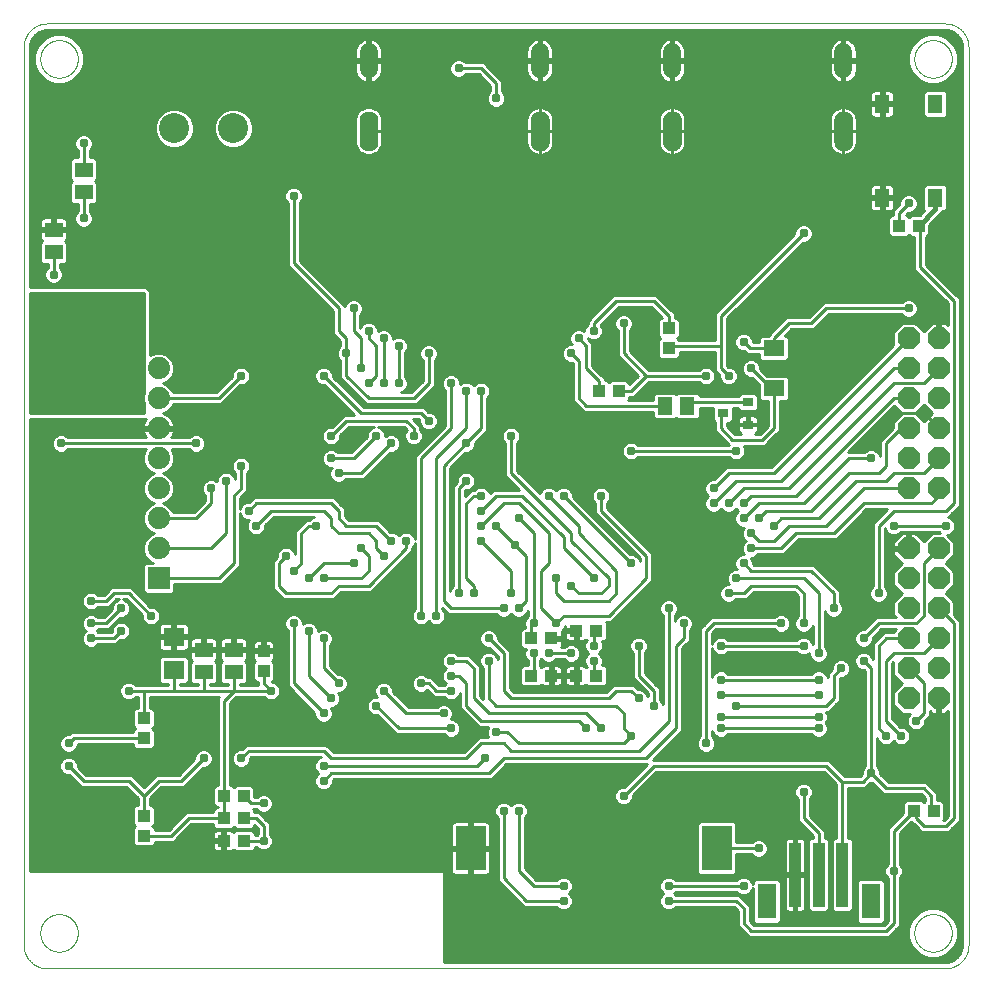
<source format=gbl>
G75*
%MOIN*%
%OFA0B0*%
%FSLAX25Y25*%
%IPPOS*%
%LPD*%
%AMOC8*
5,1,8,0,0,1.08239X$1,22.5*
%
%ADD10C,0.00000*%
%ADD11R,0.04331X0.03937*%
%ADD12OC8,0.07400*%
%ADD13R,0.03937X0.04331*%
%ADD14R,0.05906X0.05118*%
%ADD15R,0.07087X0.06299*%
%ADD16R,0.03543X0.03150*%
%ADD17R,0.05118X0.05906*%
%ADD18R,0.07087X0.05512*%
%ADD19C,0.05906*%
%ADD20C,0.00039*%
%ADD21R,0.05118X0.06102*%
%ADD22C,0.10000*%
%ADD23R,0.03937X0.21654*%
%ADD24R,0.06299X0.11811*%
%ADD25R,0.07400X0.07400*%
%ADD26C,0.07400*%
%ADD27R,0.10000X0.15000*%
%ADD28C,0.03100*%
%ADD29C,0.01000*%
%ADD30C,0.01600*%
D10*
X0040154Y0028618D02*
X0339367Y0028618D01*
X0339557Y0028620D01*
X0339747Y0028627D01*
X0339937Y0028639D01*
X0340127Y0028655D01*
X0340316Y0028675D01*
X0340505Y0028701D01*
X0340693Y0028730D01*
X0340880Y0028765D01*
X0341066Y0028804D01*
X0341251Y0028847D01*
X0341436Y0028895D01*
X0341619Y0028947D01*
X0341800Y0029003D01*
X0341980Y0029064D01*
X0342159Y0029130D01*
X0342336Y0029199D01*
X0342512Y0029273D01*
X0342685Y0029351D01*
X0342857Y0029434D01*
X0343026Y0029520D01*
X0343194Y0029610D01*
X0343359Y0029705D01*
X0343522Y0029803D01*
X0343682Y0029906D01*
X0343840Y0030012D01*
X0343995Y0030122D01*
X0344148Y0030235D01*
X0344298Y0030353D01*
X0344444Y0030474D01*
X0344588Y0030598D01*
X0344729Y0030726D01*
X0344867Y0030857D01*
X0345002Y0030992D01*
X0345133Y0031130D01*
X0345261Y0031271D01*
X0345385Y0031415D01*
X0345506Y0031561D01*
X0345624Y0031711D01*
X0345737Y0031864D01*
X0345847Y0032019D01*
X0345953Y0032177D01*
X0346056Y0032337D01*
X0346154Y0032500D01*
X0346249Y0032665D01*
X0346339Y0032833D01*
X0346425Y0033002D01*
X0346508Y0033174D01*
X0346586Y0033347D01*
X0346660Y0033523D01*
X0346729Y0033700D01*
X0346795Y0033879D01*
X0346856Y0034059D01*
X0346912Y0034240D01*
X0346964Y0034423D01*
X0347012Y0034608D01*
X0347055Y0034793D01*
X0347094Y0034979D01*
X0347129Y0035166D01*
X0347158Y0035354D01*
X0347184Y0035543D01*
X0347204Y0035732D01*
X0347220Y0035922D01*
X0347232Y0036112D01*
X0347239Y0036302D01*
X0347241Y0036492D01*
X0347241Y0335705D01*
X0347239Y0335895D01*
X0347232Y0336085D01*
X0347220Y0336275D01*
X0347204Y0336465D01*
X0347184Y0336654D01*
X0347158Y0336843D01*
X0347129Y0337031D01*
X0347094Y0337218D01*
X0347055Y0337404D01*
X0347012Y0337589D01*
X0346964Y0337774D01*
X0346912Y0337957D01*
X0346856Y0338138D01*
X0346795Y0338318D01*
X0346729Y0338497D01*
X0346660Y0338674D01*
X0346586Y0338850D01*
X0346508Y0339023D01*
X0346425Y0339195D01*
X0346339Y0339364D01*
X0346249Y0339532D01*
X0346154Y0339697D01*
X0346056Y0339860D01*
X0345953Y0340020D01*
X0345847Y0340178D01*
X0345737Y0340333D01*
X0345624Y0340486D01*
X0345506Y0340636D01*
X0345385Y0340782D01*
X0345261Y0340926D01*
X0345133Y0341067D01*
X0345002Y0341205D01*
X0344867Y0341340D01*
X0344729Y0341471D01*
X0344588Y0341599D01*
X0344444Y0341723D01*
X0344298Y0341844D01*
X0344148Y0341962D01*
X0343995Y0342075D01*
X0343840Y0342185D01*
X0343682Y0342291D01*
X0343522Y0342394D01*
X0343359Y0342492D01*
X0343194Y0342587D01*
X0343026Y0342677D01*
X0342857Y0342763D01*
X0342685Y0342846D01*
X0342512Y0342924D01*
X0342336Y0342998D01*
X0342159Y0343067D01*
X0341980Y0343133D01*
X0341800Y0343194D01*
X0341619Y0343250D01*
X0341436Y0343302D01*
X0341251Y0343350D01*
X0341066Y0343393D01*
X0340880Y0343432D01*
X0340693Y0343467D01*
X0340505Y0343496D01*
X0340316Y0343522D01*
X0340127Y0343542D01*
X0339937Y0343558D01*
X0339747Y0343570D01*
X0339557Y0343577D01*
X0339367Y0343579D01*
X0040154Y0343579D01*
X0039964Y0343577D01*
X0039774Y0343570D01*
X0039584Y0343558D01*
X0039394Y0343542D01*
X0039205Y0343522D01*
X0039016Y0343496D01*
X0038828Y0343467D01*
X0038641Y0343432D01*
X0038455Y0343393D01*
X0038270Y0343350D01*
X0038085Y0343302D01*
X0037902Y0343250D01*
X0037721Y0343194D01*
X0037541Y0343133D01*
X0037362Y0343067D01*
X0037185Y0342998D01*
X0037009Y0342924D01*
X0036836Y0342846D01*
X0036664Y0342763D01*
X0036495Y0342677D01*
X0036327Y0342587D01*
X0036162Y0342492D01*
X0035999Y0342394D01*
X0035839Y0342291D01*
X0035681Y0342185D01*
X0035526Y0342075D01*
X0035373Y0341962D01*
X0035223Y0341844D01*
X0035077Y0341723D01*
X0034933Y0341599D01*
X0034792Y0341471D01*
X0034654Y0341340D01*
X0034519Y0341205D01*
X0034388Y0341067D01*
X0034260Y0340926D01*
X0034136Y0340782D01*
X0034015Y0340636D01*
X0033897Y0340486D01*
X0033784Y0340333D01*
X0033674Y0340178D01*
X0033568Y0340020D01*
X0033465Y0339860D01*
X0033367Y0339697D01*
X0033272Y0339532D01*
X0033182Y0339364D01*
X0033096Y0339195D01*
X0033013Y0339023D01*
X0032935Y0338850D01*
X0032861Y0338674D01*
X0032792Y0338497D01*
X0032726Y0338318D01*
X0032665Y0338138D01*
X0032609Y0337957D01*
X0032557Y0337774D01*
X0032509Y0337589D01*
X0032466Y0337404D01*
X0032427Y0337218D01*
X0032392Y0337031D01*
X0032363Y0336843D01*
X0032337Y0336654D01*
X0032317Y0336465D01*
X0032301Y0336275D01*
X0032289Y0336085D01*
X0032282Y0335895D01*
X0032280Y0335705D01*
X0032280Y0036492D01*
X0032282Y0036302D01*
X0032289Y0036112D01*
X0032301Y0035922D01*
X0032317Y0035732D01*
X0032337Y0035543D01*
X0032363Y0035354D01*
X0032392Y0035166D01*
X0032427Y0034979D01*
X0032466Y0034793D01*
X0032509Y0034608D01*
X0032557Y0034423D01*
X0032609Y0034240D01*
X0032665Y0034059D01*
X0032726Y0033879D01*
X0032792Y0033700D01*
X0032861Y0033523D01*
X0032935Y0033347D01*
X0033013Y0033174D01*
X0033096Y0033002D01*
X0033182Y0032833D01*
X0033272Y0032665D01*
X0033367Y0032500D01*
X0033465Y0032337D01*
X0033568Y0032177D01*
X0033674Y0032019D01*
X0033784Y0031864D01*
X0033897Y0031711D01*
X0034015Y0031561D01*
X0034136Y0031415D01*
X0034260Y0031271D01*
X0034388Y0031130D01*
X0034519Y0030992D01*
X0034654Y0030857D01*
X0034792Y0030726D01*
X0034933Y0030598D01*
X0035077Y0030474D01*
X0035223Y0030353D01*
X0035373Y0030235D01*
X0035526Y0030122D01*
X0035681Y0030012D01*
X0035839Y0029906D01*
X0035999Y0029803D01*
X0036162Y0029705D01*
X0036327Y0029610D01*
X0036495Y0029520D01*
X0036664Y0029434D01*
X0036836Y0029351D01*
X0037009Y0029273D01*
X0037185Y0029199D01*
X0037362Y0029130D01*
X0037541Y0029064D01*
X0037721Y0029003D01*
X0037902Y0028947D01*
X0038085Y0028895D01*
X0038270Y0028847D01*
X0038455Y0028804D01*
X0038641Y0028765D01*
X0038828Y0028730D01*
X0039016Y0028701D01*
X0039205Y0028675D01*
X0039394Y0028655D01*
X0039584Y0028639D01*
X0039774Y0028627D01*
X0039964Y0028620D01*
X0040154Y0028618D01*
X0037841Y0040429D02*
X0037843Y0040587D01*
X0037849Y0040744D01*
X0037859Y0040902D01*
X0037873Y0041059D01*
X0037891Y0041215D01*
X0037912Y0041372D01*
X0037938Y0041527D01*
X0037968Y0041682D01*
X0038001Y0041836D01*
X0038039Y0041989D01*
X0038080Y0042142D01*
X0038125Y0042293D01*
X0038174Y0042443D01*
X0038227Y0042591D01*
X0038283Y0042739D01*
X0038344Y0042884D01*
X0038407Y0043029D01*
X0038475Y0043171D01*
X0038546Y0043312D01*
X0038620Y0043451D01*
X0038698Y0043588D01*
X0038780Y0043723D01*
X0038864Y0043856D01*
X0038953Y0043987D01*
X0039044Y0044115D01*
X0039139Y0044242D01*
X0039236Y0044365D01*
X0039337Y0044487D01*
X0039441Y0044605D01*
X0039548Y0044721D01*
X0039658Y0044834D01*
X0039770Y0044945D01*
X0039886Y0045052D01*
X0040004Y0045157D01*
X0040124Y0045259D01*
X0040247Y0045357D01*
X0040373Y0045453D01*
X0040501Y0045545D01*
X0040631Y0045634D01*
X0040763Y0045720D01*
X0040898Y0045802D01*
X0041035Y0045881D01*
X0041173Y0045956D01*
X0041313Y0046028D01*
X0041456Y0046096D01*
X0041599Y0046161D01*
X0041745Y0046222D01*
X0041892Y0046279D01*
X0042040Y0046333D01*
X0042190Y0046383D01*
X0042340Y0046429D01*
X0042492Y0046471D01*
X0042645Y0046510D01*
X0042799Y0046544D01*
X0042954Y0046575D01*
X0043109Y0046601D01*
X0043265Y0046624D01*
X0043422Y0046643D01*
X0043579Y0046658D01*
X0043736Y0046669D01*
X0043894Y0046676D01*
X0044052Y0046679D01*
X0044209Y0046678D01*
X0044367Y0046673D01*
X0044524Y0046664D01*
X0044682Y0046651D01*
X0044838Y0046634D01*
X0044995Y0046613D01*
X0045150Y0046589D01*
X0045305Y0046560D01*
X0045460Y0046527D01*
X0045613Y0046491D01*
X0045766Y0046450D01*
X0045917Y0046406D01*
X0046067Y0046358D01*
X0046216Y0046307D01*
X0046364Y0046251D01*
X0046510Y0046192D01*
X0046655Y0046129D01*
X0046798Y0046062D01*
X0046939Y0045992D01*
X0047078Y0045919D01*
X0047216Y0045842D01*
X0047352Y0045761D01*
X0047485Y0045677D01*
X0047616Y0045590D01*
X0047745Y0045499D01*
X0047872Y0045405D01*
X0047997Y0045308D01*
X0048118Y0045208D01*
X0048238Y0045105D01*
X0048354Y0044999D01*
X0048468Y0044890D01*
X0048580Y0044778D01*
X0048688Y0044664D01*
X0048793Y0044546D01*
X0048896Y0044426D01*
X0048995Y0044304D01*
X0049091Y0044179D01*
X0049184Y0044051D01*
X0049274Y0043922D01*
X0049360Y0043790D01*
X0049444Y0043656D01*
X0049523Y0043520D01*
X0049600Y0043382D01*
X0049672Y0043242D01*
X0049741Y0043100D01*
X0049807Y0042957D01*
X0049869Y0042812D01*
X0049927Y0042665D01*
X0049982Y0042517D01*
X0050033Y0042368D01*
X0050080Y0042217D01*
X0050123Y0042066D01*
X0050162Y0041913D01*
X0050198Y0041759D01*
X0050229Y0041605D01*
X0050257Y0041450D01*
X0050281Y0041294D01*
X0050301Y0041137D01*
X0050317Y0040980D01*
X0050329Y0040823D01*
X0050337Y0040666D01*
X0050341Y0040508D01*
X0050341Y0040350D01*
X0050337Y0040192D01*
X0050329Y0040035D01*
X0050317Y0039878D01*
X0050301Y0039721D01*
X0050281Y0039564D01*
X0050257Y0039408D01*
X0050229Y0039253D01*
X0050198Y0039099D01*
X0050162Y0038945D01*
X0050123Y0038792D01*
X0050080Y0038641D01*
X0050033Y0038490D01*
X0049982Y0038341D01*
X0049927Y0038193D01*
X0049869Y0038046D01*
X0049807Y0037901D01*
X0049741Y0037758D01*
X0049672Y0037616D01*
X0049600Y0037476D01*
X0049523Y0037338D01*
X0049444Y0037202D01*
X0049360Y0037068D01*
X0049274Y0036936D01*
X0049184Y0036807D01*
X0049091Y0036679D01*
X0048995Y0036554D01*
X0048896Y0036432D01*
X0048793Y0036312D01*
X0048688Y0036194D01*
X0048580Y0036080D01*
X0048468Y0035968D01*
X0048354Y0035859D01*
X0048238Y0035753D01*
X0048118Y0035650D01*
X0047997Y0035550D01*
X0047872Y0035453D01*
X0047745Y0035359D01*
X0047616Y0035268D01*
X0047485Y0035181D01*
X0047352Y0035097D01*
X0047216Y0035016D01*
X0047078Y0034939D01*
X0046939Y0034866D01*
X0046798Y0034796D01*
X0046655Y0034729D01*
X0046510Y0034666D01*
X0046364Y0034607D01*
X0046216Y0034551D01*
X0046067Y0034500D01*
X0045917Y0034452D01*
X0045766Y0034408D01*
X0045613Y0034367D01*
X0045460Y0034331D01*
X0045305Y0034298D01*
X0045150Y0034269D01*
X0044995Y0034245D01*
X0044838Y0034224D01*
X0044682Y0034207D01*
X0044524Y0034194D01*
X0044367Y0034185D01*
X0044209Y0034180D01*
X0044052Y0034179D01*
X0043894Y0034182D01*
X0043736Y0034189D01*
X0043579Y0034200D01*
X0043422Y0034215D01*
X0043265Y0034234D01*
X0043109Y0034257D01*
X0042954Y0034283D01*
X0042799Y0034314D01*
X0042645Y0034348D01*
X0042492Y0034387D01*
X0042340Y0034429D01*
X0042190Y0034475D01*
X0042040Y0034525D01*
X0041892Y0034579D01*
X0041745Y0034636D01*
X0041599Y0034697D01*
X0041456Y0034762D01*
X0041313Y0034830D01*
X0041173Y0034902D01*
X0041035Y0034977D01*
X0040898Y0035056D01*
X0040763Y0035138D01*
X0040631Y0035224D01*
X0040501Y0035313D01*
X0040373Y0035405D01*
X0040247Y0035501D01*
X0040124Y0035599D01*
X0040004Y0035701D01*
X0039886Y0035806D01*
X0039770Y0035913D01*
X0039658Y0036024D01*
X0039548Y0036137D01*
X0039441Y0036253D01*
X0039337Y0036371D01*
X0039236Y0036493D01*
X0039139Y0036616D01*
X0039044Y0036743D01*
X0038953Y0036871D01*
X0038864Y0037002D01*
X0038780Y0037135D01*
X0038698Y0037270D01*
X0038620Y0037407D01*
X0038546Y0037546D01*
X0038475Y0037687D01*
X0038407Y0037829D01*
X0038344Y0037974D01*
X0038283Y0038119D01*
X0038227Y0038267D01*
X0038174Y0038415D01*
X0038125Y0038565D01*
X0038080Y0038716D01*
X0038039Y0038869D01*
X0038001Y0039022D01*
X0037968Y0039176D01*
X0037938Y0039331D01*
X0037912Y0039486D01*
X0037891Y0039643D01*
X0037873Y0039799D01*
X0037859Y0039956D01*
X0037849Y0040114D01*
X0037843Y0040271D01*
X0037841Y0040429D01*
X0329180Y0040429D02*
X0329182Y0040587D01*
X0329188Y0040744D01*
X0329198Y0040902D01*
X0329212Y0041059D01*
X0329230Y0041215D01*
X0329251Y0041372D01*
X0329277Y0041527D01*
X0329307Y0041682D01*
X0329340Y0041836D01*
X0329378Y0041989D01*
X0329419Y0042142D01*
X0329464Y0042293D01*
X0329513Y0042443D01*
X0329566Y0042591D01*
X0329622Y0042739D01*
X0329683Y0042884D01*
X0329746Y0043029D01*
X0329814Y0043171D01*
X0329885Y0043312D01*
X0329959Y0043451D01*
X0330037Y0043588D01*
X0330119Y0043723D01*
X0330203Y0043856D01*
X0330292Y0043987D01*
X0330383Y0044115D01*
X0330478Y0044242D01*
X0330575Y0044365D01*
X0330676Y0044487D01*
X0330780Y0044605D01*
X0330887Y0044721D01*
X0330997Y0044834D01*
X0331109Y0044945D01*
X0331225Y0045052D01*
X0331343Y0045157D01*
X0331463Y0045259D01*
X0331586Y0045357D01*
X0331712Y0045453D01*
X0331840Y0045545D01*
X0331970Y0045634D01*
X0332102Y0045720D01*
X0332237Y0045802D01*
X0332374Y0045881D01*
X0332512Y0045956D01*
X0332652Y0046028D01*
X0332795Y0046096D01*
X0332938Y0046161D01*
X0333084Y0046222D01*
X0333231Y0046279D01*
X0333379Y0046333D01*
X0333529Y0046383D01*
X0333679Y0046429D01*
X0333831Y0046471D01*
X0333984Y0046510D01*
X0334138Y0046544D01*
X0334293Y0046575D01*
X0334448Y0046601D01*
X0334604Y0046624D01*
X0334761Y0046643D01*
X0334918Y0046658D01*
X0335075Y0046669D01*
X0335233Y0046676D01*
X0335391Y0046679D01*
X0335548Y0046678D01*
X0335706Y0046673D01*
X0335863Y0046664D01*
X0336021Y0046651D01*
X0336177Y0046634D01*
X0336334Y0046613D01*
X0336489Y0046589D01*
X0336644Y0046560D01*
X0336799Y0046527D01*
X0336952Y0046491D01*
X0337105Y0046450D01*
X0337256Y0046406D01*
X0337406Y0046358D01*
X0337555Y0046307D01*
X0337703Y0046251D01*
X0337849Y0046192D01*
X0337994Y0046129D01*
X0338137Y0046062D01*
X0338278Y0045992D01*
X0338417Y0045919D01*
X0338555Y0045842D01*
X0338691Y0045761D01*
X0338824Y0045677D01*
X0338955Y0045590D01*
X0339084Y0045499D01*
X0339211Y0045405D01*
X0339336Y0045308D01*
X0339457Y0045208D01*
X0339577Y0045105D01*
X0339693Y0044999D01*
X0339807Y0044890D01*
X0339919Y0044778D01*
X0340027Y0044664D01*
X0340132Y0044546D01*
X0340235Y0044426D01*
X0340334Y0044304D01*
X0340430Y0044179D01*
X0340523Y0044051D01*
X0340613Y0043922D01*
X0340699Y0043790D01*
X0340783Y0043656D01*
X0340862Y0043520D01*
X0340939Y0043382D01*
X0341011Y0043242D01*
X0341080Y0043100D01*
X0341146Y0042957D01*
X0341208Y0042812D01*
X0341266Y0042665D01*
X0341321Y0042517D01*
X0341372Y0042368D01*
X0341419Y0042217D01*
X0341462Y0042066D01*
X0341501Y0041913D01*
X0341537Y0041759D01*
X0341568Y0041605D01*
X0341596Y0041450D01*
X0341620Y0041294D01*
X0341640Y0041137D01*
X0341656Y0040980D01*
X0341668Y0040823D01*
X0341676Y0040666D01*
X0341680Y0040508D01*
X0341680Y0040350D01*
X0341676Y0040192D01*
X0341668Y0040035D01*
X0341656Y0039878D01*
X0341640Y0039721D01*
X0341620Y0039564D01*
X0341596Y0039408D01*
X0341568Y0039253D01*
X0341537Y0039099D01*
X0341501Y0038945D01*
X0341462Y0038792D01*
X0341419Y0038641D01*
X0341372Y0038490D01*
X0341321Y0038341D01*
X0341266Y0038193D01*
X0341208Y0038046D01*
X0341146Y0037901D01*
X0341080Y0037758D01*
X0341011Y0037616D01*
X0340939Y0037476D01*
X0340862Y0037338D01*
X0340783Y0037202D01*
X0340699Y0037068D01*
X0340613Y0036936D01*
X0340523Y0036807D01*
X0340430Y0036679D01*
X0340334Y0036554D01*
X0340235Y0036432D01*
X0340132Y0036312D01*
X0340027Y0036194D01*
X0339919Y0036080D01*
X0339807Y0035968D01*
X0339693Y0035859D01*
X0339577Y0035753D01*
X0339457Y0035650D01*
X0339336Y0035550D01*
X0339211Y0035453D01*
X0339084Y0035359D01*
X0338955Y0035268D01*
X0338824Y0035181D01*
X0338691Y0035097D01*
X0338555Y0035016D01*
X0338417Y0034939D01*
X0338278Y0034866D01*
X0338137Y0034796D01*
X0337994Y0034729D01*
X0337849Y0034666D01*
X0337703Y0034607D01*
X0337555Y0034551D01*
X0337406Y0034500D01*
X0337256Y0034452D01*
X0337105Y0034408D01*
X0336952Y0034367D01*
X0336799Y0034331D01*
X0336644Y0034298D01*
X0336489Y0034269D01*
X0336334Y0034245D01*
X0336177Y0034224D01*
X0336021Y0034207D01*
X0335863Y0034194D01*
X0335706Y0034185D01*
X0335548Y0034180D01*
X0335391Y0034179D01*
X0335233Y0034182D01*
X0335075Y0034189D01*
X0334918Y0034200D01*
X0334761Y0034215D01*
X0334604Y0034234D01*
X0334448Y0034257D01*
X0334293Y0034283D01*
X0334138Y0034314D01*
X0333984Y0034348D01*
X0333831Y0034387D01*
X0333679Y0034429D01*
X0333529Y0034475D01*
X0333379Y0034525D01*
X0333231Y0034579D01*
X0333084Y0034636D01*
X0332938Y0034697D01*
X0332795Y0034762D01*
X0332652Y0034830D01*
X0332512Y0034902D01*
X0332374Y0034977D01*
X0332237Y0035056D01*
X0332102Y0035138D01*
X0331970Y0035224D01*
X0331840Y0035313D01*
X0331712Y0035405D01*
X0331586Y0035501D01*
X0331463Y0035599D01*
X0331343Y0035701D01*
X0331225Y0035806D01*
X0331109Y0035913D01*
X0330997Y0036024D01*
X0330887Y0036137D01*
X0330780Y0036253D01*
X0330676Y0036371D01*
X0330575Y0036493D01*
X0330478Y0036616D01*
X0330383Y0036743D01*
X0330292Y0036871D01*
X0330203Y0037002D01*
X0330119Y0037135D01*
X0330037Y0037270D01*
X0329959Y0037407D01*
X0329885Y0037546D01*
X0329814Y0037687D01*
X0329746Y0037829D01*
X0329683Y0037974D01*
X0329622Y0038119D01*
X0329566Y0038267D01*
X0329513Y0038415D01*
X0329464Y0038565D01*
X0329419Y0038716D01*
X0329378Y0038869D01*
X0329340Y0039022D01*
X0329307Y0039176D01*
X0329277Y0039331D01*
X0329251Y0039486D01*
X0329230Y0039643D01*
X0329212Y0039799D01*
X0329198Y0039956D01*
X0329188Y0040114D01*
X0329182Y0040271D01*
X0329180Y0040429D01*
X0329180Y0331768D02*
X0329182Y0331926D01*
X0329188Y0332083D01*
X0329198Y0332241D01*
X0329212Y0332398D01*
X0329230Y0332554D01*
X0329251Y0332711D01*
X0329277Y0332866D01*
X0329307Y0333021D01*
X0329340Y0333175D01*
X0329378Y0333328D01*
X0329419Y0333481D01*
X0329464Y0333632D01*
X0329513Y0333782D01*
X0329566Y0333930D01*
X0329622Y0334078D01*
X0329683Y0334223D01*
X0329746Y0334368D01*
X0329814Y0334510D01*
X0329885Y0334651D01*
X0329959Y0334790D01*
X0330037Y0334927D01*
X0330119Y0335062D01*
X0330203Y0335195D01*
X0330292Y0335326D01*
X0330383Y0335454D01*
X0330478Y0335581D01*
X0330575Y0335704D01*
X0330676Y0335826D01*
X0330780Y0335944D01*
X0330887Y0336060D01*
X0330997Y0336173D01*
X0331109Y0336284D01*
X0331225Y0336391D01*
X0331343Y0336496D01*
X0331463Y0336598D01*
X0331586Y0336696D01*
X0331712Y0336792D01*
X0331840Y0336884D01*
X0331970Y0336973D01*
X0332102Y0337059D01*
X0332237Y0337141D01*
X0332374Y0337220D01*
X0332512Y0337295D01*
X0332652Y0337367D01*
X0332795Y0337435D01*
X0332938Y0337500D01*
X0333084Y0337561D01*
X0333231Y0337618D01*
X0333379Y0337672D01*
X0333529Y0337722D01*
X0333679Y0337768D01*
X0333831Y0337810D01*
X0333984Y0337849D01*
X0334138Y0337883D01*
X0334293Y0337914D01*
X0334448Y0337940D01*
X0334604Y0337963D01*
X0334761Y0337982D01*
X0334918Y0337997D01*
X0335075Y0338008D01*
X0335233Y0338015D01*
X0335391Y0338018D01*
X0335548Y0338017D01*
X0335706Y0338012D01*
X0335863Y0338003D01*
X0336021Y0337990D01*
X0336177Y0337973D01*
X0336334Y0337952D01*
X0336489Y0337928D01*
X0336644Y0337899D01*
X0336799Y0337866D01*
X0336952Y0337830D01*
X0337105Y0337789D01*
X0337256Y0337745D01*
X0337406Y0337697D01*
X0337555Y0337646D01*
X0337703Y0337590D01*
X0337849Y0337531D01*
X0337994Y0337468D01*
X0338137Y0337401D01*
X0338278Y0337331D01*
X0338417Y0337258D01*
X0338555Y0337181D01*
X0338691Y0337100D01*
X0338824Y0337016D01*
X0338955Y0336929D01*
X0339084Y0336838D01*
X0339211Y0336744D01*
X0339336Y0336647D01*
X0339457Y0336547D01*
X0339577Y0336444D01*
X0339693Y0336338D01*
X0339807Y0336229D01*
X0339919Y0336117D01*
X0340027Y0336003D01*
X0340132Y0335885D01*
X0340235Y0335765D01*
X0340334Y0335643D01*
X0340430Y0335518D01*
X0340523Y0335390D01*
X0340613Y0335261D01*
X0340699Y0335129D01*
X0340783Y0334995D01*
X0340862Y0334859D01*
X0340939Y0334721D01*
X0341011Y0334581D01*
X0341080Y0334439D01*
X0341146Y0334296D01*
X0341208Y0334151D01*
X0341266Y0334004D01*
X0341321Y0333856D01*
X0341372Y0333707D01*
X0341419Y0333556D01*
X0341462Y0333405D01*
X0341501Y0333252D01*
X0341537Y0333098D01*
X0341568Y0332944D01*
X0341596Y0332789D01*
X0341620Y0332633D01*
X0341640Y0332476D01*
X0341656Y0332319D01*
X0341668Y0332162D01*
X0341676Y0332005D01*
X0341680Y0331847D01*
X0341680Y0331689D01*
X0341676Y0331531D01*
X0341668Y0331374D01*
X0341656Y0331217D01*
X0341640Y0331060D01*
X0341620Y0330903D01*
X0341596Y0330747D01*
X0341568Y0330592D01*
X0341537Y0330438D01*
X0341501Y0330284D01*
X0341462Y0330131D01*
X0341419Y0329980D01*
X0341372Y0329829D01*
X0341321Y0329680D01*
X0341266Y0329532D01*
X0341208Y0329385D01*
X0341146Y0329240D01*
X0341080Y0329097D01*
X0341011Y0328955D01*
X0340939Y0328815D01*
X0340862Y0328677D01*
X0340783Y0328541D01*
X0340699Y0328407D01*
X0340613Y0328275D01*
X0340523Y0328146D01*
X0340430Y0328018D01*
X0340334Y0327893D01*
X0340235Y0327771D01*
X0340132Y0327651D01*
X0340027Y0327533D01*
X0339919Y0327419D01*
X0339807Y0327307D01*
X0339693Y0327198D01*
X0339577Y0327092D01*
X0339457Y0326989D01*
X0339336Y0326889D01*
X0339211Y0326792D01*
X0339084Y0326698D01*
X0338955Y0326607D01*
X0338824Y0326520D01*
X0338691Y0326436D01*
X0338555Y0326355D01*
X0338417Y0326278D01*
X0338278Y0326205D01*
X0338137Y0326135D01*
X0337994Y0326068D01*
X0337849Y0326005D01*
X0337703Y0325946D01*
X0337555Y0325890D01*
X0337406Y0325839D01*
X0337256Y0325791D01*
X0337105Y0325747D01*
X0336952Y0325706D01*
X0336799Y0325670D01*
X0336644Y0325637D01*
X0336489Y0325608D01*
X0336334Y0325584D01*
X0336177Y0325563D01*
X0336021Y0325546D01*
X0335863Y0325533D01*
X0335706Y0325524D01*
X0335548Y0325519D01*
X0335391Y0325518D01*
X0335233Y0325521D01*
X0335075Y0325528D01*
X0334918Y0325539D01*
X0334761Y0325554D01*
X0334604Y0325573D01*
X0334448Y0325596D01*
X0334293Y0325622D01*
X0334138Y0325653D01*
X0333984Y0325687D01*
X0333831Y0325726D01*
X0333679Y0325768D01*
X0333529Y0325814D01*
X0333379Y0325864D01*
X0333231Y0325918D01*
X0333084Y0325975D01*
X0332938Y0326036D01*
X0332795Y0326101D01*
X0332652Y0326169D01*
X0332512Y0326241D01*
X0332374Y0326316D01*
X0332237Y0326395D01*
X0332102Y0326477D01*
X0331970Y0326563D01*
X0331840Y0326652D01*
X0331712Y0326744D01*
X0331586Y0326840D01*
X0331463Y0326938D01*
X0331343Y0327040D01*
X0331225Y0327145D01*
X0331109Y0327252D01*
X0330997Y0327363D01*
X0330887Y0327476D01*
X0330780Y0327592D01*
X0330676Y0327710D01*
X0330575Y0327832D01*
X0330478Y0327955D01*
X0330383Y0328082D01*
X0330292Y0328210D01*
X0330203Y0328341D01*
X0330119Y0328474D01*
X0330037Y0328609D01*
X0329959Y0328746D01*
X0329885Y0328885D01*
X0329814Y0329026D01*
X0329746Y0329168D01*
X0329683Y0329313D01*
X0329622Y0329458D01*
X0329566Y0329606D01*
X0329513Y0329754D01*
X0329464Y0329904D01*
X0329419Y0330055D01*
X0329378Y0330208D01*
X0329340Y0330361D01*
X0329307Y0330515D01*
X0329277Y0330670D01*
X0329251Y0330825D01*
X0329230Y0330982D01*
X0329212Y0331138D01*
X0329198Y0331295D01*
X0329188Y0331453D01*
X0329182Y0331610D01*
X0329180Y0331768D01*
X0037841Y0331768D02*
X0037843Y0331926D01*
X0037849Y0332083D01*
X0037859Y0332241D01*
X0037873Y0332398D01*
X0037891Y0332554D01*
X0037912Y0332711D01*
X0037938Y0332866D01*
X0037968Y0333021D01*
X0038001Y0333175D01*
X0038039Y0333328D01*
X0038080Y0333481D01*
X0038125Y0333632D01*
X0038174Y0333782D01*
X0038227Y0333930D01*
X0038283Y0334078D01*
X0038344Y0334223D01*
X0038407Y0334368D01*
X0038475Y0334510D01*
X0038546Y0334651D01*
X0038620Y0334790D01*
X0038698Y0334927D01*
X0038780Y0335062D01*
X0038864Y0335195D01*
X0038953Y0335326D01*
X0039044Y0335454D01*
X0039139Y0335581D01*
X0039236Y0335704D01*
X0039337Y0335826D01*
X0039441Y0335944D01*
X0039548Y0336060D01*
X0039658Y0336173D01*
X0039770Y0336284D01*
X0039886Y0336391D01*
X0040004Y0336496D01*
X0040124Y0336598D01*
X0040247Y0336696D01*
X0040373Y0336792D01*
X0040501Y0336884D01*
X0040631Y0336973D01*
X0040763Y0337059D01*
X0040898Y0337141D01*
X0041035Y0337220D01*
X0041173Y0337295D01*
X0041313Y0337367D01*
X0041456Y0337435D01*
X0041599Y0337500D01*
X0041745Y0337561D01*
X0041892Y0337618D01*
X0042040Y0337672D01*
X0042190Y0337722D01*
X0042340Y0337768D01*
X0042492Y0337810D01*
X0042645Y0337849D01*
X0042799Y0337883D01*
X0042954Y0337914D01*
X0043109Y0337940D01*
X0043265Y0337963D01*
X0043422Y0337982D01*
X0043579Y0337997D01*
X0043736Y0338008D01*
X0043894Y0338015D01*
X0044052Y0338018D01*
X0044209Y0338017D01*
X0044367Y0338012D01*
X0044524Y0338003D01*
X0044682Y0337990D01*
X0044838Y0337973D01*
X0044995Y0337952D01*
X0045150Y0337928D01*
X0045305Y0337899D01*
X0045460Y0337866D01*
X0045613Y0337830D01*
X0045766Y0337789D01*
X0045917Y0337745D01*
X0046067Y0337697D01*
X0046216Y0337646D01*
X0046364Y0337590D01*
X0046510Y0337531D01*
X0046655Y0337468D01*
X0046798Y0337401D01*
X0046939Y0337331D01*
X0047078Y0337258D01*
X0047216Y0337181D01*
X0047352Y0337100D01*
X0047485Y0337016D01*
X0047616Y0336929D01*
X0047745Y0336838D01*
X0047872Y0336744D01*
X0047997Y0336647D01*
X0048118Y0336547D01*
X0048238Y0336444D01*
X0048354Y0336338D01*
X0048468Y0336229D01*
X0048580Y0336117D01*
X0048688Y0336003D01*
X0048793Y0335885D01*
X0048896Y0335765D01*
X0048995Y0335643D01*
X0049091Y0335518D01*
X0049184Y0335390D01*
X0049274Y0335261D01*
X0049360Y0335129D01*
X0049444Y0334995D01*
X0049523Y0334859D01*
X0049600Y0334721D01*
X0049672Y0334581D01*
X0049741Y0334439D01*
X0049807Y0334296D01*
X0049869Y0334151D01*
X0049927Y0334004D01*
X0049982Y0333856D01*
X0050033Y0333707D01*
X0050080Y0333556D01*
X0050123Y0333405D01*
X0050162Y0333252D01*
X0050198Y0333098D01*
X0050229Y0332944D01*
X0050257Y0332789D01*
X0050281Y0332633D01*
X0050301Y0332476D01*
X0050317Y0332319D01*
X0050329Y0332162D01*
X0050337Y0332005D01*
X0050341Y0331847D01*
X0050341Y0331689D01*
X0050337Y0331531D01*
X0050329Y0331374D01*
X0050317Y0331217D01*
X0050301Y0331060D01*
X0050281Y0330903D01*
X0050257Y0330747D01*
X0050229Y0330592D01*
X0050198Y0330438D01*
X0050162Y0330284D01*
X0050123Y0330131D01*
X0050080Y0329980D01*
X0050033Y0329829D01*
X0049982Y0329680D01*
X0049927Y0329532D01*
X0049869Y0329385D01*
X0049807Y0329240D01*
X0049741Y0329097D01*
X0049672Y0328955D01*
X0049600Y0328815D01*
X0049523Y0328677D01*
X0049444Y0328541D01*
X0049360Y0328407D01*
X0049274Y0328275D01*
X0049184Y0328146D01*
X0049091Y0328018D01*
X0048995Y0327893D01*
X0048896Y0327771D01*
X0048793Y0327651D01*
X0048688Y0327533D01*
X0048580Y0327419D01*
X0048468Y0327307D01*
X0048354Y0327198D01*
X0048238Y0327092D01*
X0048118Y0326989D01*
X0047997Y0326889D01*
X0047872Y0326792D01*
X0047745Y0326698D01*
X0047616Y0326607D01*
X0047485Y0326520D01*
X0047352Y0326436D01*
X0047216Y0326355D01*
X0047078Y0326278D01*
X0046939Y0326205D01*
X0046798Y0326135D01*
X0046655Y0326068D01*
X0046510Y0326005D01*
X0046364Y0325946D01*
X0046216Y0325890D01*
X0046067Y0325839D01*
X0045917Y0325791D01*
X0045766Y0325747D01*
X0045613Y0325706D01*
X0045460Y0325670D01*
X0045305Y0325637D01*
X0045150Y0325608D01*
X0044995Y0325584D01*
X0044838Y0325563D01*
X0044682Y0325546D01*
X0044524Y0325533D01*
X0044367Y0325524D01*
X0044209Y0325519D01*
X0044052Y0325518D01*
X0043894Y0325521D01*
X0043736Y0325528D01*
X0043579Y0325539D01*
X0043422Y0325554D01*
X0043265Y0325573D01*
X0043109Y0325596D01*
X0042954Y0325622D01*
X0042799Y0325653D01*
X0042645Y0325687D01*
X0042492Y0325726D01*
X0042340Y0325768D01*
X0042190Y0325814D01*
X0042040Y0325864D01*
X0041892Y0325918D01*
X0041745Y0325975D01*
X0041599Y0326036D01*
X0041456Y0326101D01*
X0041313Y0326169D01*
X0041173Y0326241D01*
X0041035Y0326316D01*
X0040898Y0326395D01*
X0040763Y0326477D01*
X0040631Y0326563D01*
X0040501Y0326652D01*
X0040373Y0326744D01*
X0040247Y0326840D01*
X0040124Y0326938D01*
X0040004Y0327040D01*
X0039886Y0327145D01*
X0039770Y0327252D01*
X0039658Y0327363D01*
X0039548Y0327476D01*
X0039441Y0327592D01*
X0039337Y0327710D01*
X0039236Y0327832D01*
X0039139Y0327955D01*
X0039044Y0328082D01*
X0038953Y0328210D01*
X0038864Y0328341D01*
X0038780Y0328474D01*
X0038698Y0328609D01*
X0038620Y0328746D01*
X0038546Y0328885D01*
X0038475Y0329026D01*
X0038407Y0329168D01*
X0038344Y0329313D01*
X0038283Y0329458D01*
X0038227Y0329606D01*
X0038174Y0329754D01*
X0038125Y0329904D01*
X0038080Y0330055D01*
X0038039Y0330208D01*
X0038001Y0330361D01*
X0037968Y0330515D01*
X0037938Y0330670D01*
X0037912Y0330825D01*
X0037891Y0330982D01*
X0037873Y0331138D01*
X0037859Y0331295D01*
X0037849Y0331453D01*
X0037843Y0331610D01*
X0037841Y0331768D01*
D11*
X0247280Y0241965D03*
X0247280Y0235272D03*
X0223127Y0141118D03*
X0216434Y0141118D03*
X0208127Y0138618D03*
X0201434Y0138618D03*
X0201434Y0126118D03*
X0208127Y0126118D03*
X0216434Y0126118D03*
X0223127Y0126118D03*
X0105627Y0071118D03*
X0098934Y0071118D03*
X0072280Y0072772D03*
X0072280Y0079465D03*
X0072280Y0105272D03*
X0072280Y0111965D03*
D12*
X0327280Y0118618D03*
X0337280Y0118618D03*
X0337280Y0128618D03*
X0327280Y0128618D03*
X0327280Y0138618D03*
X0337280Y0138618D03*
X0337280Y0148618D03*
X0327280Y0148618D03*
X0327280Y0158618D03*
X0337280Y0158618D03*
X0337280Y0168618D03*
X0327280Y0168618D03*
X0327280Y0188618D03*
X0327280Y0198618D03*
X0337280Y0198618D03*
X0337280Y0188618D03*
X0337280Y0208618D03*
X0327280Y0208618D03*
X0327280Y0218618D03*
X0337280Y0218618D03*
X0337280Y0228618D03*
X0327280Y0228618D03*
X0327280Y0238618D03*
X0337280Y0238618D03*
D13*
X0330627Y0276118D03*
X0323934Y0276118D03*
X0230627Y0221118D03*
X0223934Y0221118D03*
X0112280Y0134465D03*
X0112280Y0127772D03*
X0105627Y0086118D03*
X0098934Y0086118D03*
X0098934Y0078618D03*
X0105627Y0078618D03*
X0328934Y0081118D03*
X0335627Y0081118D03*
D14*
X0102280Y0127378D03*
X0102280Y0134858D03*
X0092280Y0134858D03*
X0092280Y0127378D03*
X0042280Y0267378D03*
X0042280Y0274858D03*
X0052280Y0287378D03*
X0052280Y0294858D03*
D15*
X0082280Y0139130D03*
X0082280Y0128106D03*
D16*
X0265449Y0213618D03*
X0273717Y0209878D03*
X0273717Y0217358D03*
D17*
X0253520Y0216118D03*
X0246040Y0216118D03*
D18*
X0282280Y0221925D03*
X0282280Y0235311D03*
D19*
X0305509Y0304799D02*
X0305509Y0310705D01*
X0305509Y0328264D02*
X0305509Y0334169D01*
X0248422Y0334169D02*
X0248422Y0328264D01*
X0248422Y0310705D02*
X0248422Y0304799D01*
X0204327Y0304799D02*
X0204327Y0310705D01*
X0204327Y0328264D02*
X0204327Y0334169D01*
X0147241Y0334169D02*
X0147241Y0328264D01*
X0147241Y0310705D02*
X0147241Y0304799D01*
D20*
X0144288Y0304811D02*
X0150194Y0304811D01*
X0150194Y0304773D02*
X0144288Y0304773D01*
X0144288Y0304736D02*
X0150194Y0304736D01*
X0150194Y0304698D02*
X0144288Y0304698D01*
X0144288Y0304660D02*
X0150194Y0304660D01*
X0150194Y0304622D02*
X0144288Y0304622D01*
X0144288Y0304584D02*
X0150194Y0304584D01*
X0150194Y0304546D02*
X0144288Y0304546D01*
X0144288Y0304508D02*
X0150194Y0304508D01*
X0150194Y0304470D02*
X0144288Y0304470D01*
X0144288Y0304433D02*
X0150194Y0304433D01*
X0150194Y0304395D02*
X0144288Y0304395D01*
X0144288Y0304357D02*
X0150194Y0304357D01*
X0150194Y0304319D02*
X0144288Y0304319D01*
X0144288Y0304281D02*
X0150194Y0304281D01*
X0150194Y0304243D02*
X0144288Y0304243D01*
X0144288Y0304209D02*
X0144288Y0305508D01*
X0144288Y0310035D01*
X0150194Y0310035D01*
X0150194Y0305508D01*
X0144288Y0305508D01*
X0144288Y0305493D02*
X0150194Y0305493D01*
X0150194Y0305508D02*
X0150194Y0304209D01*
X0150129Y0303595D01*
X0149938Y0303008D01*
X0149630Y0302473D01*
X0149217Y0302014D01*
X0148717Y0301652D01*
X0148153Y0301400D01*
X0147549Y0301272D01*
X0146932Y0301272D01*
X0146328Y0301400D01*
X0145764Y0301652D01*
X0145265Y0302014D01*
X0144852Y0302473D01*
X0144543Y0303008D01*
X0144353Y0303595D01*
X0144288Y0304209D01*
X0144288Y0304205D02*
X0150193Y0304205D01*
X0150189Y0304167D02*
X0144292Y0304167D01*
X0144296Y0304130D02*
X0150185Y0304130D01*
X0150181Y0304092D02*
X0144300Y0304092D01*
X0144304Y0304054D02*
X0150177Y0304054D01*
X0150173Y0304016D02*
X0144308Y0304016D01*
X0144312Y0303978D02*
X0150169Y0303978D01*
X0150165Y0303940D02*
X0144316Y0303940D01*
X0144320Y0303902D02*
X0150161Y0303902D01*
X0150157Y0303864D02*
X0144324Y0303864D01*
X0144328Y0303826D02*
X0150153Y0303826D01*
X0150149Y0303789D02*
X0144332Y0303789D01*
X0144336Y0303751D02*
X0150145Y0303751D01*
X0150141Y0303713D02*
X0144340Y0303713D01*
X0144344Y0303675D02*
X0150137Y0303675D01*
X0150133Y0303637D02*
X0144348Y0303637D01*
X0144352Y0303599D02*
X0150130Y0303599D01*
X0150118Y0303561D02*
X0144363Y0303561D01*
X0144376Y0303523D02*
X0150106Y0303523D01*
X0150094Y0303486D02*
X0144388Y0303486D01*
X0144400Y0303448D02*
X0150081Y0303448D01*
X0150069Y0303410D02*
X0144413Y0303410D01*
X0144425Y0303372D02*
X0150057Y0303372D01*
X0150044Y0303334D02*
X0144437Y0303334D01*
X0144450Y0303296D02*
X0150032Y0303296D01*
X0150020Y0303258D02*
X0144462Y0303258D01*
X0144474Y0303220D02*
X0150007Y0303220D01*
X0149995Y0303182D02*
X0144487Y0303182D01*
X0144499Y0303145D02*
X0149983Y0303145D01*
X0149970Y0303107D02*
X0144511Y0303107D01*
X0144523Y0303069D02*
X0149958Y0303069D01*
X0149946Y0303031D02*
X0144536Y0303031D01*
X0144552Y0302993D02*
X0149930Y0302993D01*
X0149908Y0302955D02*
X0144574Y0302955D01*
X0144596Y0302917D02*
X0149886Y0302917D01*
X0149864Y0302879D02*
X0144617Y0302879D01*
X0144639Y0302842D02*
X0149842Y0302842D01*
X0149821Y0302804D02*
X0144661Y0302804D01*
X0144683Y0302766D02*
X0149799Y0302766D01*
X0149777Y0302728D02*
X0144705Y0302728D01*
X0144727Y0302690D02*
X0149755Y0302690D01*
X0149733Y0302652D02*
X0144749Y0302652D01*
X0144770Y0302614D02*
X0149711Y0302614D01*
X0149689Y0302576D02*
X0144792Y0302576D01*
X0144814Y0302538D02*
X0149667Y0302538D01*
X0149646Y0302501D02*
X0144836Y0302501D01*
X0144861Y0302463D02*
X0149620Y0302463D01*
X0149586Y0302425D02*
X0144895Y0302425D01*
X0144930Y0302387D02*
X0149552Y0302387D01*
X0149518Y0302349D02*
X0144964Y0302349D01*
X0144998Y0302311D02*
X0149484Y0302311D01*
X0149450Y0302273D02*
X0145032Y0302273D01*
X0145066Y0302235D02*
X0149416Y0302235D01*
X0149382Y0302198D02*
X0145100Y0302198D01*
X0145134Y0302160D02*
X0149347Y0302160D01*
X0149313Y0302122D02*
X0145168Y0302122D01*
X0145202Y0302084D02*
X0149279Y0302084D01*
X0149245Y0302046D02*
X0145236Y0302046D01*
X0145274Y0302008D02*
X0149208Y0302008D01*
X0149156Y0301970D02*
X0145326Y0301970D01*
X0145378Y0301932D02*
X0149104Y0301932D01*
X0149052Y0301895D02*
X0145430Y0301895D01*
X0145482Y0301857D02*
X0149000Y0301857D01*
X0148947Y0301819D02*
X0145534Y0301819D01*
X0145586Y0301781D02*
X0148895Y0301781D01*
X0148843Y0301743D02*
X0145639Y0301743D01*
X0145691Y0301705D02*
X0148791Y0301705D01*
X0148739Y0301667D02*
X0145743Y0301667D01*
X0145814Y0301629D02*
X0148667Y0301629D01*
X0148582Y0301591D02*
X0145899Y0301591D01*
X0145984Y0301554D02*
X0148497Y0301554D01*
X0148412Y0301516D02*
X0146069Y0301516D01*
X0146155Y0301478D02*
X0148327Y0301478D01*
X0148242Y0301440D02*
X0146240Y0301440D01*
X0146325Y0301402D02*
X0148157Y0301402D01*
X0147983Y0301364D02*
X0146499Y0301364D01*
X0146677Y0301326D02*
X0147805Y0301326D01*
X0147626Y0301288D02*
X0146855Y0301288D01*
X0144288Y0304849D02*
X0150194Y0304849D01*
X0150194Y0304887D02*
X0144288Y0304887D01*
X0144288Y0304925D02*
X0150194Y0304925D01*
X0150194Y0304963D02*
X0144288Y0304963D01*
X0144288Y0305001D02*
X0150194Y0305001D01*
X0150194Y0305039D02*
X0144288Y0305039D01*
X0144288Y0305077D02*
X0150194Y0305077D01*
X0150194Y0305114D02*
X0144288Y0305114D01*
X0144288Y0305152D02*
X0150194Y0305152D01*
X0150194Y0305190D02*
X0144288Y0305190D01*
X0144288Y0305228D02*
X0150194Y0305228D01*
X0150194Y0305266D02*
X0144288Y0305266D01*
X0144288Y0305304D02*
X0150194Y0305304D01*
X0150194Y0305342D02*
X0144288Y0305342D01*
X0144288Y0305380D02*
X0150194Y0305380D01*
X0150194Y0305417D02*
X0144288Y0305417D01*
X0144288Y0305455D02*
X0150194Y0305455D01*
X0150194Y0310035D02*
X0150194Y0311295D01*
X0150129Y0311909D01*
X0149938Y0312496D01*
X0149630Y0313031D01*
X0149217Y0313490D01*
X0148717Y0313852D01*
X0148153Y0314104D01*
X0147549Y0314232D01*
X0146932Y0314232D01*
X0146328Y0314104D01*
X0145764Y0313852D01*
X0145265Y0313490D01*
X0144852Y0313031D01*
X0144543Y0312496D01*
X0144353Y0311909D01*
X0144288Y0311295D01*
X0144288Y0310035D01*
X0144288Y0310039D02*
X0150194Y0310039D01*
X0150194Y0310077D02*
X0144288Y0310077D01*
X0144288Y0310115D02*
X0150194Y0310115D01*
X0150194Y0310153D02*
X0144288Y0310153D01*
X0144288Y0310191D02*
X0150194Y0310191D01*
X0150194Y0310228D02*
X0144288Y0310228D01*
X0144288Y0310266D02*
X0150194Y0310266D01*
X0150194Y0310304D02*
X0144288Y0310304D01*
X0144288Y0310342D02*
X0150194Y0310342D01*
X0150194Y0310380D02*
X0144288Y0310380D01*
X0144288Y0310418D02*
X0150194Y0310418D01*
X0150194Y0310456D02*
X0144288Y0310456D01*
X0144288Y0310494D02*
X0150194Y0310494D01*
X0150194Y0310531D02*
X0144288Y0310531D01*
X0144288Y0310569D02*
X0150194Y0310569D01*
X0150194Y0310607D02*
X0144288Y0310607D01*
X0144288Y0310645D02*
X0150194Y0310645D01*
X0150194Y0310683D02*
X0144288Y0310683D01*
X0144288Y0310721D02*
X0150194Y0310721D01*
X0150194Y0310759D02*
X0144288Y0310759D01*
X0144288Y0310797D02*
X0150194Y0310797D01*
X0150194Y0310835D02*
X0144288Y0310835D01*
X0144288Y0310872D02*
X0150194Y0310872D01*
X0150194Y0310910D02*
X0144288Y0310910D01*
X0144288Y0310948D02*
X0150194Y0310948D01*
X0150194Y0310986D02*
X0144288Y0310986D01*
X0144288Y0311024D02*
X0150194Y0311024D01*
X0150194Y0311062D02*
X0144288Y0311062D01*
X0144288Y0311100D02*
X0150194Y0311100D01*
X0150194Y0311138D02*
X0144288Y0311138D01*
X0144288Y0311175D02*
X0150194Y0311175D01*
X0150194Y0311213D02*
X0144288Y0311213D01*
X0144288Y0311251D02*
X0150194Y0311251D01*
X0150194Y0311289D02*
X0144288Y0311289D01*
X0144291Y0311327D02*
X0150190Y0311327D01*
X0150186Y0311365D02*
X0144295Y0311365D01*
X0144299Y0311403D02*
X0150182Y0311403D01*
X0150178Y0311441D02*
X0144303Y0311441D01*
X0144307Y0311479D02*
X0150174Y0311479D01*
X0150170Y0311516D02*
X0144311Y0311516D01*
X0144315Y0311554D02*
X0150166Y0311554D01*
X0150162Y0311592D02*
X0144319Y0311592D01*
X0144323Y0311630D02*
X0150158Y0311630D01*
X0150154Y0311668D02*
X0144327Y0311668D01*
X0144331Y0311706D02*
X0150150Y0311706D01*
X0150146Y0311744D02*
X0144335Y0311744D01*
X0144339Y0311782D02*
X0150142Y0311782D01*
X0150138Y0311819D02*
X0144343Y0311819D01*
X0144347Y0311857D02*
X0150134Y0311857D01*
X0150131Y0311895D02*
X0144351Y0311895D01*
X0144360Y0311933D02*
X0150121Y0311933D01*
X0150109Y0311971D02*
X0144373Y0311971D01*
X0144385Y0312009D02*
X0150097Y0312009D01*
X0150084Y0312047D02*
X0144397Y0312047D01*
X0144410Y0312085D02*
X0150072Y0312085D01*
X0150060Y0312122D02*
X0144422Y0312122D01*
X0144434Y0312160D02*
X0150047Y0312160D01*
X0150035Y0312198D02*
X0144447Y0312198D01*
X0144459Y0312236D02*
X0150023Y0312236D01*
X0150011Y0312274D02*
X0144471Y0312274D01*
X0144483Y0312312D02*
X0149998Y0312312D01*
X0149986Y0312350D02*
X0144496Y0312350D01*
X0144508Y0312388D02*
X0149974Y0312388D01*
X0149961Y0312426D02*
X0144520Y0312426D01*
X0144533Y0312463D02*
X0149949Y0312463D01*
X0149935Y0312501D02*
X0144546Y0312501D01*
X0144568Y0312539D02*
X0149914Y0312539D01*
X0149892Y0312577D02*
X0144590Y0312577D01*
X0144612Y0312615D02*
X0149870Y0312615D01*
X0149848Y0312653D02*
X0144634Y0312653D01*
X0144656Y0312691D02*
X0149826Y0312691D01*
X0149804Y0312729D02*
X0144677Y0312729D01*
X0144699Y0312766D02*
X0149782Y0312766D01*
X0149760Y0312804D02*
X0144721Y0312804D01*
X0144743Y0312842D02*
X0149739Y0312842D01*
X0149717Y0312880D02*
X0144765Y0312880D01*
X0144787Y0312918D02*
X0149695Y0312918D01*
X0149673Y0312956D02*
X0144809Y0312956D01*
X0144831Y0312994D02*
X0149651Y0312994D01*
X0149629Y0313032D02*
X0144853Y0313032D01*
X0144887Y0313070D02*
X0149595Y0313070D01*
X0149561Y0313107D02*
X0144921Y0313107D01*
X0144955Y0313145D02*
X0149527Y0313145D01*
X0149493Y0313183D02*
X0144989Y0313183D01*
X0145023Y0313221D02*
X0149458Y0313221D01*
X0149424Y0313259D02*
X0145057Y0313259D01*
X0145091Y0313297D02*
X0149390Y0313297D01*
X0149356Y0313335D02*
X0145126Y0313335D01*
X0145160Y0313373D02*
X0149322Y0313373D01*
X0149288Y0313410D02*
X0145194Y0313410D01*
X0145228Y0313448D02*
X0149254Y0313448D01*
X0149220Y0313486D02*
X0145262Y0313486D01*
X0145313Y0313524D02*
X0149169Y0313524D01*
X0149117Y0313562D02*
X0145365Y0313562D01*
X0145417Y0313600D02*
X0149065Y0313600D01*
X0149013Y0313638D02*
X0145469Y0313638D01*
X0145521Y0313676D02*
X0148961Y0313676D01*
X0148908Y0313714D02*
X0145573Y0313714D01*
X0145625Y0313751D02*
X0148856Y0313751D01*
X0148804Y0313789D02*
X0145677Y0313789D01*
X0145730Y0313827D02*
X0148752Y0313827D01*
X0148689Y0313865D02*
X0145793Y0313865D01*
X0145878Y0313903D02*
X0148604Y0313903D01*
X0148519Y0313941D02*
X0145963Y0313941D01*
X0146048Y0313979D02*
X0148434Y0313979D01*
X0148349Y0314017D02*
X0146133Y0314017D01*
X0146218Y0314054D02*
X0148263Y0314054D01*
X0148178Y0314092D02*
X0146303Y0314092D01*
X0146454Y0314130D02*
X0148028Y0314130D01*
X0147849Y0314168D02*
X0146632Y0314168D01*
X0146810Y0314206D02*
X0147671Y0314206D01*
X0201375Y0311295D02*
X0201375Y0310035D01*
X0201375Y0305508D01*
X0207280Y0305508D01*
X0207280Y0310035D01*
X0201375Y0310035D01*
X0201375Y0310039D02*
X0207280Y0310039D01*
X0207280Y0310035D02*
X0207280Y0311295D01*
X0207216Y0311909D01*
X0207025Y0312496D01*
X0206716Y0313031D01*
X0206303Y0313490D01*
X0205804Y0313852D01*
X0205240Y0314104D01*
X0204636Y0314232D01*
X0204019Y0314232D01*
X0203415Y0314104D01*
X0202851Y0313852D01*
X0202352Y0313490D01*
X0201939Y0313031D01*
X0201630Y0312496D01*
X0201439Y0311909D01*
X0201375Y0311295D01*
X0201375Y0311289D02*
X0207280Y0311289D01*
X0207280Y0311251D02*
X0201375Y0311251D01*
X0201375Y0311213D02*
X0207280Y0311213D01*
X0207280Y0311175D02*
X0201375Y0311175D01*
X0201375Y0311138D02*
X0207280Y0311138D01*
X0207280Y0311100D02*
X0201375Y0311100D01*
X0201375Y0311062D02*
X0207280Y0311062D01*
X0207280Y0311024D02*
X0201375Y0311024D01*
X0201375Y0310986D02*
X0207280Y0310986D01*
X0207280Y0310948D02*
X0201375Y0310948D01*
X0201375Y0310910D02*
X0207280Y0310910D01*
X0207280Y0310872D02*
X0201375Y0310872D01*
X0201375Y0310835D02*
X0207280Y0310835D01*
X0207280Y0310797D02*
X0201375Y0310797D01*
X0201375Y0310759D02*
X0207280Y0310759D01*
X0207280Y0310721D02*
X0201375Y0310721D01*
X0201375Y0310683D02*
X0207280Y0310683D01*
X0207280Y0310645D02*
X0201375Y0310645D01*
X0201375Y0310607D02*
X0207280Y0310607D01*
X0207280Y0310569D02*
X0201375Y0310569D01*
X0201375Y0310531D02*
X0207280Y0310531D01*
X0207280Y0310494D02*
X0201375Y0310494D01*
X0201375Y0310456D02*
X0207280Y0310456D01*
X0207280Y0310418D02*
X0201375Y0310418D01*
X0201375Y0310380D02*
X0207280Y0310380D01*
X0207280Y0310342D02*
X0201375Y0310342D01*
X0201375Y0310304D02*
X0207280Y0310304D01*
X0207280Y0310266D02*
X0201375Y0310266D01*
X0201375Y0310228D02*
X0207280Y0310228D01*
X0207280Y0310191D02*
X0201375Y0310191D01*
X0201375Y0310153D02*
X0207280Y0310153D01*
X0207280Y0310115D02*
X0201375Y0310115D01*
X0201375Y0310077D02*
X0207280Y0310077D01*
X0207277Y0311327D02*
X0201378Y0311327D01*
X0201382Y0311365D02*
X0207273Y0311365D01*
X0207269Y0311403D02*
X0201386Y0311403D01*
X0201390Y0311441D02*
X0207265Y0311441D01*
X0207261Y0311479D02*
X0201394Y0311479D01*
X0201398Y0311516D02*
X0207257Y0311516D01*
X0207253Y0311554D02*
X0201402Y0311554D01*
X0201406Y0311592D02*
X0207249Y0311592D01*
X0207245Y0311630D02*
X0201410Y0311630D01*
X0201414Y0311668D02*
X0207241Y0311668D01*
X0207237Y0311706D02*
X0201418Y0311706D01*
X0201422Y0311744D02*
X0207233Y0311744D01*
X0207229Y0311782D02*
X0201426Y0311782D01*
X0201430Y0311819D02*
X0207225Y0311819D01*
X0207221Y0311857D02*
X0201434Y0311857D01*
X0201438Y0311895D02*
X0207217Y0311895D01*
X0207208Y0311933D02*
X0201447Y0311933D01*
X0201459Y0311971D02*
X0207196Y0311971D01*
X0207183Y0312009D02*
X0201472Y0312009D01*
X0201484Y0312047D02*
X0207171Y0312047D01*
X0207159Y0312085D02*
X0201496Y0312085D01*
X0201509Y0312122D02*
X0207146Y0312122D01*
X0207134Y0312160D02*
X0201521Y0312160D01*
X0201533Y0312198D02*
X0207122Y0312198D01*
X0207109Y0312236D02*
X0201545Y0312236D01*
X0201558Y0312274D02*
X0207097Y0312274D01*
X0207085Y0312312D02*
X0201570Y0312312D01*
X0201582Y0312350D02*
X0207073Y0312350D01*
X0207060Y0312388D02*
X0201595Y0312388D01*
X0201607Y0312426D02*
X0207048Y0312426D01*
X0207036Y0312463D02*
X0201619Y0312463D01*
X0201633Y0312501D02*
X0207022Y0312501D01*
X0207000Y0312539D02*
X0201655Y0312539D01*
X0201677Y0312577D02*
X0206978Y0312577D01*
X0206956Y0312615D02*
X0201698Y0312615D01*
X0201720Y0312653D02*
X0206935Y0312653D01*
X0206913Y0312691D02*
X0201742Y0312691D01*
X0201764Y0312729D02*
X0206891Y0312729D01*
X0206869Y0312766D02*
X0201786Y0312766D01*
X0201808Y0312804D02*
X0206847Y0312804D01*
X0206825Y0312842D02*
X0201830Y0312842D01*
X0201852Y0312880D02*
X0206803Y0312880D01*
X0206781Y0312918D02*
X0201873Y0312918D01*
X0201895Y0312956D02*
X0206760Y0312956D01*
X0206738Y0312994D02*
X0201917Y0312994D01*
X0201939Y0313032D02*
X0206716Y0313032D01*
X0206681Y0313070D02*
X0201973Y0313070D01*
X0202008Y0313107D02*
X0206647Y0313107D01*
X0206613Y0313145D02*
X0202042Y0313145D01*
X0202076Y0313183D02*
X0206579Y0313183D01*
X0206545Y0313221D02*
X0202110Y0313221D01*
X0202144Y0313259D02*
X0206511Y0313259D01*
X0206477Y0313297D02*
X0202178Y0313297D01*
X0202212Y0313335D02*
X0206443Y0313335D01*
X0206409Y0313373D02*
X0202246Y0313373D01*
X0202280Y0313410D02*
X0206374Y0313410D01*
X0206340Y0313448D02*
X0202315Y0313448D01*
X0202349Y0313486D02*
X0206306Y0313486D01*
X0206256Y0313524D02*
X0202399Y0313524D01*
X0202451Y0313562D02*
X0206204Y0313562D01*
X0206151Y0313600D02*
X0202503Y0313600D01*
X0202556Y0313638D02*
X0206099Y0313638D01*
X0206047Y0313676D02*
X0202608Y0313676D01*
X0202660Y0313714D02*
X0205995Y0313714D01*
X0205943Y0313751D02*
X0202712Y0313751D01*
X0202764Y0313789D02*
X0205891Y0313789D01*
X0205839Y0313827D02*
X0202816Y0313827D01*
X0202879Y0313865D02*
X0205776Y0313865D01*
X0205690Y0313903D02*
X0202964Y0313903D01*
X0203050Y0313941D02*
X0205605Y0313941D01*
X0205520Y0313979D02*
X0203135Y0313979D01*
X0203220Y0314017D02*
X0205435Y0314017D01*
X0205350Y0314054D02*
X0203305Y0314054D01*
X0203390Y0314092D02*
X0205265Y0314092D01*
X0205114Y0314130D02*
X0203541Y0314130D01*
X0203719Y0314168D02*
X0204936Y0314168D01*
X0204758Y0314206D02*
X0203897Y0314206D01*
X0201375Y0305508D02*
X0201375Y0304209D01*
X0201439Y0303595D01*
X0201630Y0303008D01*
X0201939Y0302473D01*
X0202352Y0302014D01*
X0202851Y0301652D01*
X0203415Y0301400D01*
X0204019Y0301272D01*
X0204636Y0301272D01*
X0205240Y0301400D01*
X0205804Y0301652D01*
X0206303Y0302014D01*
X0206716Y0302473D01*
X0207025Y0303008D01*
X0207216Y0303595D01*
X0207280Y0304209D01*
X0207280Y0305508D01*
X0207280Y0305493D02*
X0201375Y0305493D01*
X0201375Y0305455D02*
X0207280Y0305455D01*
X0207280Y0305417D02*
X0201375Y0305417D01*
X0201375Y0305380D02*
X0207280Y0305380D01*
X0207280Y0305342D02*
X0201375Y0305342D01*
X0201375Y0305304D02*
X0207280Y0305304D01*
X0207280Y0305266D02*
X0201375Y0305266D01*
X0201375Y0305228D02*
X0207280Y0305228D01*
X0207280Y0305190D02*
X0201375Y0305190D01*
X0201375Y0305152D02*
X0207280Y0305152D01*
X0207280Y0305114D02*
X0201375Y0305114D01*
X0201375Y0305077D02*
X0207280Y0305077D01*
X0207280Y0305039D02*
X0201375Y0305039D01*
X0201375Y0305001D02*
X0207280Y0305001D01*
X0207280Y0304963D02*
X0201375Y0304963D01*
X0201375Y0304925D02*
X0207280Y0304925D01*
X0207280Y0304887D02*
X0201375Y0304887D01*
X0201375Y0304849D02*
X0207280Y0304849D01*
X0207280Y0304811D02*
X0201375Y0304811D01*
X0201375Y0304773D02*
X0207280Y0304773D01*
X0207280Y0304736D02*
X0201375Y0304736D01*
X0201375Y0304698D02*
X0207280Y0304698D01*
X0207280Y0304660D02*
X0201375Y0304660D01*
X0201375Y0304622D02*
X0207280Y0304622D01*
X0207280Y0304584D02*
X0201375Y0304584D01*
X0201375Y0304546D02*
X0207280Y0304546D01*
X0207280Y0304508D02*
X0201375Y0304508D01*
X0201375Y0304470D02*
X0207280Y0304470D01*
X0207280Y0304433D02*
X0201375Y0304433D01*
X0201375Y0304395D02*
X0207280Y0304395D01*
X0207280Y0304357D02*
X0201375Y0304357D01*
X0201375Y0304319D02*
X0207280Y0304319D01*
X0207280Y0304281D02*
X0201375Y0304281D01*
X0201375Y0304243D02*
X0207280Y0304243D01*
X0207280Y0304205D02*
X0201375Y0304205D01*
X0201379Y0304167D02*
X0207276Y0304167D01*
X0207272Y0304130D02*
X0201383Y0304130D01*
X0201387Y0304092D02*
X0207268Y0304092D01*
X0207264Y0304054D02*
X0201391Y0304054D01*
X0201395Y0304016D02*
X0207260Y0304016D01*
X0207256Y0303978D02*
X0201399Y0303978D01*
X0201403Y0303940D02*
X0207252Y0303940D01*
X0207248Y0303902D02*
X0201407Y0303902D01*
X0201411Y0303864D02*
X0207244Y0303864D01*
X0207240Y0303826D02*
X0201415Y0303826D01*
X0201419Y0303789D02*
X0207236Y0303789D01*
X0207232Y0303751D02*
X0201423Y0303751D01*
X0201427Y0303713D02*
X0207228Y0303713D01*
X0207224Y0303675D02*
X0201431Y0303675D01*
X0201435Y0303637D02*
X0207220Y0303637D01*
X0207216Y0303599D02*
X0201439Y0303599D01*
X0201450Y0303561D02*
X0207205Y0303561D01*
X0207192Y0303523D02*
X0201462Y0303523D01*
X0201475Y0303486D02*
X0207180Y0303486D01*
X0207168Y0303448D02*
X0201487Y0303448D01*
X0201499Y0303410D02*
X0207156Y0303410D01*
X0207143Y0303372D02*
X0201512Y0303372D01*
X0201524Y0303334D02*
X0207131Y0303334D01*
X0207119Y0303296D02*
X0201536Y0303296D01*
X0201549Y0303258D02*
X0207106Y0303258D01*
X0207094Y0303220D02*
X0201561Y0303220D01*
X0201573Y0303182D02*
X0207082Y0303182D01*
X0207069Y0303145D02*
X0201585Y0303145D01*
X0201598Y0303107D02*
X0207057Y0303107D01*
X0207045Y0303069D02*
X0201610Y0303069D01*
X0201622Y0303031D02*
X0207032Y0303031D01*
X0207016Y0302993D02*
X0201638Y0302993D01*
X0201660Y0302955D02*
X0206995Y0302955D01*
X0206973Y0302917D02*
X0201682Y0302917D01*
X0201704Y0302879D02*
X0206951Y0302879D01*
X0206929Y0302842D02*
X0201726Y0302842D01*
X0201748Y0302804D02*
X0206907Y0302804D01*
X0206885Y0302766D02*
X0201770Y0302766D01*
X0201791Y0302728D02*
X0206863Y0302728D01*
X0206842Y0302690D02*
X0201813Y0302690D01*
X0201835Y0302652D02*
X0206820Y0302652D01*
X0206798Y0302614D02*
X0201857Y0302614D01*
X0201879Y0302576D02*
X0206776Y0302576D01*
X0206754Y0302538D02*
X0201901Y0302538D01*
X0201923Y0302501D02*
X0206732Y0302501D01*
X0206707Y0302463D02*
X0201948Y0302463D01*
X0201982Y0302425D02*
X0206673Y0302425D01*
X0206639Y0302387D02*
X0202016Y0302387D01*
X0202050Y0302349D02*
X0206605Y0302349D01*
X0206571Y0302311D02*
X0202084Y0302311D01*
X0202118Y0302273D02*
X0206536Y0302273D01*
X0206502Y0302235D02*
X0202153Y0302235D01*
X0202187Y0302198D02*
X0206468Y0302198D01*
X0206434Y0302160D02*
X0202221Y0302160D01*
X0202255Y0302122D02*
X0206400Y0302122D01*
X0206366Y0302084D02*
X0202289Y0302084D01*
X0202323Y0302046D02*
X0206332Y0302046D01*
X0206295Y0302008D02*
X0202360Y0302008D01*
X0202412Y0301970D02*
X0206243Y0301970D01*
X0206190Y0301932D02*
X0202464Y0301932D01*
X0202517Y0301895D02*
X0206138Y0301895D01*
X0206086Y0301857D02*
X0202569Y0301857D01*
X0202621Y0301819D02*
X0206034Y0301819D01*
X0205982Y0301781D02*
X0202673Y0301781D01*
X0202725Y0301743D02*
X0205930Y0301743D01*
X0205878Y0301705D02*
X0202777Y0301705D01*
X0202829Y0301667D02*
X0205825Y0301667D01*
X0205754Y0301629D02*
X0202901Y0301629D01*
X0202986Y0301591D02*
X0205669Y0301591D01*
X0205584Y0301554D02*
X0203071Y0301554D01*
X0203156Y0301516D02*
X0205499Y0301516D01*
X0205414Y0301478D02*
X0203241Y0301478D01*
X0203326Y0301440D02*
X0205329Y0301440D01*
X0205244Y0301402D02*
X0203411Y0301402D01*
X0203586Y0301364D02*
X0205069Y0301364D01*
X0204891Y0301326D02*
X0203764Y0301326D01*
X0203942Y0301288D02*
X0204713Y0301288D01*
X0245469Y0304209D02*
X0245469Y0305508D01*
X0245469Y0310035D01*
X0251375Y0310035D01*
X0251375Y0305508D01*
X0245469Y0305508D01*
X0245469Y0305493D02*
X0251375Y0305493D01*
X0251375Y0305508D02*
X0251375Y0304209D01*
X0251310Y0303595D01*
X0251119Y0303008D01*
X0250811Y0302473D01*
X0250398Y0302014D01*
X0249898Y0301652D01*
X0249334Y0301400D01*
X0248731Y0301272D01*
X0248113Y0301272D01*
X0247509Y0301400D01*
X0246946Y0301652D01*
X0246446Y0302014D01*
X0246033Y0302473D01*
X0245724Y0303008D01*
X0245534Y0303595D01*
X0245469Y0304209D01*
X0245470Y0304205D02*
X0251374Y0304205D01*
X0251370Y0304167D02*
X0245473Y0304167D01*
X0245477Y0304130D02*
X0251366Y0304130D01*
X0251362Y0304092D02*
X0245481Y0304092D01*
X0245485Y0304054D02*
X0251358Y0304054D01*
X0251354Y0304016D02*
X0245489Y0304016D01*
X0245493Y0303978D02*
X0251350Y0303978D01*
X0251346Y0303940D02*
X0245497Y0303940D01*
X0245501Y0303902D02*
X0251342Y0303902D01*
X0251338Y0303864D02*
X0245505Y0303864D01*
X0245509Y0303826D02*
X0251334Y0303826D01*
X0251331Y0303789D02*
X0245513Y0303789D01*
X0245517Y0303751D02*
X0251327Y0303751D01*
X0251323Y0303713D02*
X0245521Y0303713D01*
X0245525Y0303675D02*
X0251319Y0303675D01*
X0251315Y0303637D02*
X0245529Y0303637D01*
X0245533Y0303599D02*
X0251311Y0303599D01*
X0251299Y0303561D02*
X0245545Y0303561D01*
X0245557Y0303523D02*
X0251287Y0303523D01*
X0251275Y0303486D02*
X0245569Y0303486D01*
X0245581Y0303448D02*
X0251262Y0303448D01*
X0251250Y0303410D02*
X0245594Y0303410D01*
X0245606Y0303372D02*
X0251238Y0303372D01*
X0251225Y0303334D02*
X0245618Y0303334D01*
X0245631Y0303296D02*
X0251213Y0303296D01*
X0251201Y0303258D02*
X0245643Y0303258D01*
X0245655Y0303220D02*
X0251189Y0303220D01*
X0251176Y0303182D02*
X0245668Y0303182D01*
X0245680Y0303145D02*
X0251164Y0303145D01*
X0251152Y0303107D02*
X0245692Y0303107D01*
X0245705Y0303069D02*
X0251139Y0303069D01*
X0251127Y0303031D02*
X0245717Y0303031D01*
X0245733Y0302993D02*
X0251111Y0302993D01*
X0251089Y0302955D02*
X0245755Y0302955D01*
X0245777Y0302917D02*
X0251067Y0302917D01*
X0251045Y0302879D02*
X0245798Y0302879D01*
X0245820Y0302842D02*
X0251023Y0302842D01*
X0251002Y0302804D02*
X0245842Y0302804D01*
X0245864Y0302766D02*
X0250980Y0302766D01*
X0250958Y0302728D02*
X0245886Y0302728D01*
X0245908Y0302690D02*
X0250936Y0302690D01*
X0250914Y0302652D02*
X0245930Y0302652D01*
X0245952Y0302614D02*
X0250892Y0302614D01*
X0250870Y0302576D02*
X0245973Y0302576D01*
X0245995Y0302538D02*
X0250849Y0302538D01*
X0250827Y0302501D02*
X0246017Y0302501D01*
X0246042Y0302463D02*
X0250801Y0302463D01*
X0250767Y0302425D02*
X0246077Y0302425D01*
X0246111Y0302387D02*
X0250733Y0302387D01*
X0250699Y0302349D02*
X0246145Y0302349D01*
X0246179Y0302311D02*
X0250665Y0302311D01*
X0250631Y0302273D02*
X0246213Y0302273D01*
X0246247Y0302235D02*
X0250597Y0302235D01*
X0250563Y0302198D02*
X0246281Y0302198D01*
X0246315Y0302160D02*
X0250529Y0302160D01*
X0250494Y0302122D02*
X0246349Y0302122D01*
X0246383Y0302084D02*
X0250460Y0302084D01*
X0250426Y0302046D02*
X0246418Y0302046D01*
X0246455Y0302008D02*
X0250389Y0302008D01*
X0250337Y0301970D02*
X0246507Y0301970D01*
X0246559Y0301932D02*
X0250285Y0301932D01*
X0250233Y0301895D02*
X0246611Y0301895D01*
X0246663Y0301857D02*
X0250181Y0301857D01*
X0250128Y0301819D02*
X0246715Y0301819D01*
X0246767Y0301781D02*
X0250076Y0301781D01*
X0250024Y0301743D02*
X0246820Y0301743D01*
X0246872Y0301705D02*
X0249972Y0301705D01*
X0249920Y0301667D02*
X0246924Y0301667D01*
X0246995Y0301629D02*
X0249849Y0301629D01*
X0249763Y0301591D02*
X0247080Y0301591D01*
X0247165Y0301554D02*
X0249678Y0301554D01*
X0249593Y0301516D02*
X0247251Y0301516D01*
X0247336Y0301478D02*
X0249508Y0301478D01*
X0249423Y0301440D02*
X0247421Y0301440D01*
X0247506Y0301402D02*
X0249338Y0301402D01*
X0249164Y0301364D02*
X0247680Y0301364D01*
X0247858Y0301326D02*
X0248986Y0301326D01*
X0248807Y0301288D02*
X0248036Y0301288D01*
X0245469Y0304243D02*
X0251375Y0304243D01*
X0251375Y0304281D02*
X0245469Y0304281D01*
X0245469Y0304319D02*
X0251375Y0304319D01*
X0251375Y0304357D02*
X0245469Y0304357D01*
X0245469Y0304395D02*
X0251375Y0304395D01*
X0251375Y0304433D02*
X0245469Y0304433D01*
X0245469Y0304470D02*
X0251375Y0304470D01*
X0251375Y0304508D02*
X0245469Y0304508D01*
X0245469Y0304546D02*
X0251375Y0304546D01*
X0251375Y0304584D02*
X0245469Y0304584D01*
X0245469Y0304622D02*
X0251375Y0304622D01*
X0251375Y0304660D02*
X0245469Y0304660D01*
X0245469Y0304698D02*
X0251375Y0304698D01*
X0251375Y0304736D02*
X0245469Y0304736D01*
X0245469Y0304773D02*
X0251375Y0304773D01*
X0251375Y0304811D02*
X0245469Y0304811D01*
X0245469Y0304849D02*
X0251375Y0304849D01*
X0251375Y0304887D02*
X0245469Y0304887D01*
X0245469Y0304925D02*
X0251375Y0304925D01*
X0251375Y0304963D02*
X0245469Y0304963D01*
X0245469Y0305001D02*
X0251375Y0305001D01*
X0251375Y0305039D02*
X0245469Y0305039D01*
X0245469Y0305077D02*
X0251375Y0305077D01*
X0251375Y0305114D02*
X0245469Y0305114D01*
X0245469Y0305152D02*
X0251375Y0305152D01*
X0251375Y0305190D02*
X0245469Y0305190D01*
X0245469Y0305228D02*
X0251375Y0305228D01*
X0251375Y0305266D02*
X0245469Y0305266D01*
X0245469Y0305304D02*
X0251375Y0305304D01*
X0251375Y0305342D02*
X0245469Y0305342D01*
X0245469Y0305380D02*
X0251375Y0305380D01*
X0251375Y0305417D02*
X0245469Y0305417D01*
X0245469Y0305455D02*
X0251375Y0305455D01*
X0251375Y0310035D02*
X0251375Y0311295D01*
X0251310Y0311909D01*
X0251119Y0312496D01*
X0250811Y0313031D01*
X0250398Y0313490D01*
X0249898Y0313852D01*
X0249334Y0314104D01*
X0248731Y0314232D01*
X0248113Y0314232D01*
X0247509Y0314104D01*
X0246946Y0313852D01*
X0246446Y0313490D01*
X0246033Y0313031D01*
X0245724Y0312496D01*
X0245534Y0311909D01*
X0245469Y0311295D01*
X0245469Y0310035D01*
X0245469Y0310039D02*
X0251375Y0310039D01*
X0251375Y0310077D02*
X0245469Y0310077D01*
X0245469Y0310115D02*
X0251375Y0310115D01*
X0251375Y0310153D02*
X0245469Y0310153D01*
X0245469Y0310191D02*
X0251375Y0310191D01*
X0251375Y0310228D02*
X0245469Y0310228D01*
X0245469Y0310266D02*
X0251375Y0310266D01*
X0251375Y0310304D02*
X0245469Y0310304D01*
X0245469Y0310342D02*
X0251375Y0310342D01*
X0251375Y0310380D02*
X0245469Y0310380D01*
X0245469Y0310418D02*
X0251375Y0310418D01*
X0251375Y0310456D02*
X0245469Y0310456D01*
X0245469Y0310494D02*
X0251375Y0310494D01*
X0251375Y0310531D02*
X0245469Y0310531D01*
X0245469Y0310569D02*
X0251375Y0310569D01*
X0251375Y0310607D02*
X0245469Y0310607D01*
X0245469Y0310645D02*
X0251375Y0310645D01*
X0251375Y0310683D02*
X0245469Y0310683D01*
X0245469Y0310721D02*
X0251375Y0310721D01*
X0251375Y0310759D02*
X0245469Y0310759D01*
X0245469Y0310797D02*
X0251375Y0310797D01*
X0251375Y0310835D02*
X0245469Y0310835D01*
X0245469Y0310872D02*
X0251375Y0310872D01*
X0251375Y0310910D02*
X0245469Y0310910D01*
X0245469Y0310948D02*
X0251375Y0310948D01*
X0251375Y0310986D02*
X0245469Y0310986D01*
X0245469Y0311024D02*
X0251375Y0311024D01*
X0251375Y0311062D02*
X0245469Y0311062D01*
X0245469Y0311100D02*
X0251375Y0311100D01*
X0251375Y0311138D02*
X0245469Y0311138D01*
X0245469Y0311175D02*
X0251375Y0311175D01*
X0251375Y0311213D02*
X0245469Y0311213D01*
X0245469Y0311251D02*
X0251375Y0311251D01*
X0251375Y0311289D02*
X0245469Y0311289D01*
X0245472Y0311327D02*
X0251371Y0311327D01*
X0251367Y0311365D02*
X0245476Y0311365D01*
X0245480Y0311403D02*
X0251363Y0311403D01*
X0251359Y0311441D02*
X0245484Y0311441D01*
X0245488Y0311479D02*
X0251355Y0311479D01*
X0251351Y0311516D02*
X0245492Y0311516D01*
X0245496Y0311554D02*
X0251347Y0311554D01*
X0251343Y0311592D02*
X0245500Y0311592D01*
X0245504Y0311630D02*
X0251339Y0311630D01*
X0251336Y0311668D02*
X0245508Y0311668D01*
X0245512Y0311706D02*
X0251332Y0311706D01*
X0251328Y0311744D02*
X0245516Y0311744D01*
X0245520Y0311782D02*
X0251324Y0311782D01*
X0251320Y0311819D02*
X0245524Y0311819D01*
X0245528Y0311857D02*
X0251316Y0311857D01*
X0251312Y0311895D02*
X0245532Y0311895D01*
X0245541Y0311933D02*
X0251302Y0311933D01*
X0251290Y0311971D02*
X0245554Y0311971D01*
X0245566Y0312009D02*
X0251278Y0312009D01*
X0251265Y0312047D02*
X0245578Y0312047D01*
X0245591Y0312085D02*
X0251253Y0312085D01*
X0251241Y0312122D02*
X0245603Y0312122D01*
X0245615Y0312160D02*
X0251229Y0312160D01*
X0251216Y0312198D02*
X0245628Y0312198D01*
X0245640Y0312236D02*
X0251204Y0312236D01*
X0251192Y0312274D02*
X0245652Y0312274D01*
X0245665Y0312312D02*
X0251179Y0312312D01*
X0251167Y0312350D02*
X0245677Y0312350D01*
X0245689Y0312388D02*
X0251155Y0312388D01*
X0251142Y0312426D02*
X0245701Y0312426D01*
X0245714Y0312463D02*
X0251130Y0312463D01*
X0251116Y0312501D02*
X0245727Y0312501D01*
X0245749Y0312539D02*
X0251095Y0312539D01*
X0251073Y0312577D02*
X0245771Y0312577D01*
X0245793Y0312615D02*
X0251051Y0312615D01*
X0251029Y0312653D02*
X0245815Y0312653D01*
X0245837Y0312691D02*
X0251007Y0312691D01*
X0250985Y0312729D02*
X0245859Y0312729D01*
X0245880Y0312766D02*
X0250963Y0312766D01*
X0250942Y0312804D02*
X0245902Y0312804D01*
X0245924Y0312842D02*
X0250920Y0312842D01*
X0250898Y0312880D02*
X0245946Y0312880D01*
X0245968Y0312918D02*
X0250876Y0312918D01*
X0250854Y0312956D02*
X0245990Y0312956D01*
X0246012Y0312994D02*
X0250832Y0312994D01*
X0250810Y0313032D02*
X0246034Y0313032D01*
X0246068Y0313070D02*
X0250776Y0313070D01*
X0250742Y0313107D02*
X0246102Y0313107D01*
X0246136Y0313145D02*
X0250708Y0313145D01*
X0250674Y0313183D02*
X0246170Y0313183D01*
X0246204Y0313221D02*
X0250639Y0313221D01*
X0250605Y0313259D02*
X0246238Y0313259D01*
X0246273Y0313297D02*
X0250571Y0313297D01*
X0250537Y0313335D02*
X0246307Y0313335D01*
X0246341Y0313373D02*
X0250503Y0313373D01*
X0250469Y0313410D02*
X0246375Y0313410D01*
X0246409Y0313448D02*
X0250435Y0313448D01*
X0250401Y0313486D02*
X0246443Y0313486D01*
X0246494Y0313524D02*
X0250350Y0313524D01*
X0250298Y0313562D02*
X0246546Y0313562D01*
X0246598Y0313600D02*
X0250246Y0313600D01*
X0250194Y0313638D02*
X0246650Y0313638D01*
X0246702Y0313676D02*
X0250142Y0313676D01*
X0250090Y0313714D02*
X0246754Y0313714D01*
X0246806Y0313751D02*
X0250037Y0313751D01*
X0249985Y0313789D02*
X0246859Y0313789D01*
X0246911Y0313827D02*
X0249933Y0313827D01*
X0249870Y0313865D02*
X0246974Y0313865D01*
X0247059Y0313903D02*
X0249785Y0313903D01*
X0249700Y0313941D02*
X0247144Y0313941D01*
X0247229Y0313979D02*
X0249615Y0313979D01*
X0249530Y0314017D02*
X0247314Y0314017D01*
X0247399Y0314054D02*
X0249445Y0314054D01*
X0249360Y0314092D02*
X0247484Y0314092D01*
X0247635Y0314130D02*
X0249209Y0314130D01*
X0249031Y0314168D02*
X0247813Y0314168D01*
X0247991Y0314206D02*
X0248852Y0314206D01*
X0302556Y0311295D02*
X0302556Y0310035D01*
X0302556Y0305508D01*
X0308461Y0305508D01*
X0308461Y0310035D01*
X0302556Y0310035D01*
X0302556Y0310039D02*
X0308461Y0310039D01*
X0308461Y0310035D02*
X0308461Y0311295D01*
X0308397Y0311909D01*
X0308206Y0312496D01*
X0307897Y0313031D01*
X0307484Y0313490D01*
X0306985Y0313852D01*
X0306421Y0314104D01*
X0305817Y0314232D01*
X0305200Y0314232D01*
X0304596Y0314104D01*
X0304032Y0313852D01*
X0303533Y0313490D01*
X0303120Y0313031D01*
X0302811Y0312496D01*
X0302620Y0311909D01*
X0302556Y0311295D01*
X0302556Y0311289D02*
X0308461Y0311289D01*
X0308461Y0311251D02*
X0302556Y0311251D01*
X0302556Y0311213D02*
X0308461Y0311213D01*
X0308461Y0311175D02*
X0302556Y0311175D01*
X0302556Y0311138D02*
X0308461Y0311138D01*
X0308461Y0311100D02*
X0302556Y0311100D01*
X0302556Y0311062D02*
X0308461Y0311062D01*
X0308461Y0311024D02*
X0302556Y0311024D01*
X0302556Y0310986D02*
X0308461Y0310986D01*
X0308461Y0310948D02*
X0302556Y0310948D01*
X0302556Y0310910D02*
X0308461Y0310910D01*
X0308461Y0310872D02*
X0302556Y0310872D01*
X0302556Y0310835D02*
X0308461Y0310835D01*
X0308461Y0310797D02*
X0302556Y0310797D01*
X0302556Y0310759D02*
X0308461Y0310759D01*
X0308461Y0310721D02*
X0302556Y0310721D01*
X0302556Y0310683D02*
X0308461Y0310683D01*
X0308461Y0310645D02*
X0302556Y0310645D01*
X0302556Y0310607D02*
X0308461Y0310607D01*
X0308461Y0310569D02*
X0302556Y0310569D01*
X0302556Y0310531D02*
X0308461Y0310531D01*
X0308461Y0310494D02*
X0302556Y0310494D01*
X0302556Y0310456D02*
X0308461Y0310456D01*
X0308461Y0310418D02*
X0302556Y0310418D01*
X0302556Y0310380D02*
X0308461Y0310380D01*
X0308461Y0310342D02*
X0302556Y0310342D01*
X0302556Y0310304D02*
X0308461Y0310304D01*
X0308461Y0310266D02*
X0302556Y0310266D01*
X0302556Y0310228D02*
X0308461Y0310228D01*
X0308461Y0310191D02*
X0302556Y0310191D01*
X0302556Y0310153D02*
X0308461Y0310153D01*
X0308461Y0310115D02*
X0302556Y0310115D01*
X0302556Y0310077D02*
X0308461Y0310077D01*
X0308458Y0311327D02*
X0302559Y0311327D01*
X0302563Y0311365D02*
X0308454Y0311365D01*
X0308450Y0311403D02*
X0302567Y0311403D01*
X0302571Y0311441D02*
X0308446Y0311441D01*
X0308442Y0311479D02*
X0302575Y0311479D01*
X0302579Y0311516D02*
X0308438Y0311516D01*
X0308434Y0311554D02*
X0302583Y0311554D01*
X0302587Y0311592D02*
X0308430Y0311592D01*
X0308426Y0311630D02*
X0302591Y0311630D01*
X0302595Y0311668D02*
X0308422Y0311668D01*
X0308418Y0311706D02*
X0302599Y0311706D01*
X0302603Y0311744D02*
X0308414Y0311744D01*
X0308410Y0311782D02*
X0302607Y0311782D01*
X0302611Y0311819D02*
X0308406Y0311819D01*
X0308402Y0311857D02*
X0302615Y0311857D01*
X0302619Y0311895D02*
X0308398Y0311895D01*
X0308389Y0311933D02*
X0302628Y0311933D01*
X0302640Y0311971D02*
X0308377Y0311971D01*
X0308364Y0312009D02*
X0302653Y0312009D01*
X0302665Y0312047D02*
X0308352Y0312047D01*
X0308340Y0312085D02*
X0302677Y0312085D01*
X0302690Y0312122D02*
X0308327Y0312122D01*
X0308315Y0312160D02*
X0302702Y0312160D01*
X0302714Y0312198D02*
X0308303Y0312198D01*
X0308291Y0312236D02*
X0302727Y0312236D01*
X0302739Y0312274D02*
X0308278Y0312274D01*
X0308266Y0312312D02*
X0302751Y0312312D01*
X0302763Y0312350D02*
X0308254Y0312350D01*
X0308241Y0312388D02*
X0302776Y0312388D01*
X0302788Y0312426D02*
X0308229Y0312426D01*
X0308217Y0312463D02*
X0302800Y0312463D01*
X0302814Y0312501D02*
X0308203Y0312501D01*
X0308181Y0312539D02*
X0302836Y0312539D01*
X0302858Y0312577D02*
X0308159Y0312577D01*
X0308137Y0312615D02*
X0302880Y0312615D01*
X0302901Y0312653D02*
X0308116Y0312653D01*
X0308094Y0312691D02*
X0302923Y0312691D01*
X0302945Y0312729D02*
X0308072Y0312729D01*
X0308050Y0312766D02*
X0302967Y0312766D01*
X0302989Y0312804D02*
X0308028Y0312804D01*
X0308006Y0312842D02*
X0303011Y0312842D01*
X0303033Y0312880D02*
X0307984Y0312880D01*
X0307963Y0312918D02*
X0303055Y0312918D01*
X0303076Y0312956D02*
X0307941Y0312956D01*
X0307919Y0312994D02*
X0303098Y0312994D01*
X0303120Y0313032D02*
X0307897Y0313032D01*
X0307863Y0313070D02*
X0303155Y0313070D01*
X0303189Y0313107D02*
X0307828Y0313107D01*
X0307794Y0313145D02*
X0303223Y0313145D01*
X0303257Y0313183D02*
X0307760Y0313183D01*
X0307726Y0313221D02*
X0303291Y0313221D01*
X0303325Y0313259D02*
X0307692Y0313259D01*
X0307658Y0313297D02*
X0303359Y0313297D01*
X0303393Y0313335D02*
X0307624Y0313335D01*
X0307590Y0313373D02*
X0303427Y0313373D01*
X0303461Y0313410D02*
X0307556Y0313410D01*
X0307521Y0313448D02*
X0303496Y0313448D01*
X0303530Y0313486D02*
X0307487Y0313486D01*
X0307437Y0313524D02*
X0303580Y0313524D01*
X0303632Y0313562D02*
X0307385Y0313562D01*
X0307333Y0313600D02*
X0303685Y0313600D01*
X0303737Y0313638D02*
X0307280Y0313638D01*
X0307228Y0313676D02*
X0303789Y0313676D01*
X0303841Y0313714D02*
X0307176Y0313714D01*
X0307124Y0313751D02*
X0303893Y0313751D01*
X0303945Y0313789D02*
X0307072Y0313789D01*
X0307020Y0313827D02*
X0303997Y0313827D01*
X0304060Y0313865D02*
X0306957Y0313865D01*
X0306872Y0313903D02*
X0304146Y0313903D01*
X0304231Y0313941D02*
X0306786Y0313941D01*
X0306701Y0313979D02*
X0304316Y0313979D01*
X0304401Y0314017D02*
X0306616Y0314017D01*
X0306531Y0314054D02*
X0304486Y0314054D01*
X0304571Y0314092D02*
X0306446Y0314092D01*
X0306295Y0314130D02*
X0304722Y0314130D01*
X0304900Y0314168D02*
X0306117Y0314168D01*
X0305939Y0314206D02*
X0305078Y0314206D01*
X0302556Y0305508D02*
X0302556Y0304209D01*
X0302620Y0303595D01*
X0302811Y0303008D01*
X0303120Y0302473D01*
X0303533Y0302014D01*
X0304032Y0301652D01*
X0304596Y0301400D01*
X0305200Y0301272D01*
X0305817Y0301272D01*
X0306421Y0301400D01*
X0306985Y0301652D01*
X0307484Y0302014D01*
X0307897Y0302473D01*
X0308206Y0303008D01*
X0308397Y0303595D01*
X0308461Y0304209D01*
X0308461Y0305508D01*
X0308461Y0305493D02*
X0302556Y0305493D01*
X0302556Y0305455D02*
X0308461Y0305455D01*
X0308461Y0305417D02*
X0302556Y0305417D01*
X0302556Y0305380D02*
X0308461Y0305380D01*
X0308461Y0305342D02*
X0302556Y0305342D01*
X0302556Y0305304D02*
X0308461Y0305304D01*
X0308461Y0305266D02*
X0302556Y0305266D01*
X0302556Y0305228D02*
X0308461Y0305228D01*
X0308461Y0305190D02*
X0302556Y0305190D01*
X0302556Y0305152D02*
X0308461Y0305152D01*
X0308461Y0305114D02*
X0302556Y0305114D01*
X0302556Y0305077D02*
X0308461Y0305077D01*
X0308461Y0305039D02*
X0302556Y0305039D01*
X0302556Y0305001D02*
X0308461Y0305001D01*
X0308461Y0304963D02*
X0302556Y0304963D01*
X0302556Y0304925D02*
X0308461Y0304925D01*
X0308461Y0304887D02*
X0302556Y0304887D01*
X0302556Y0304849D02*
X0308461Y0304849D01*
X0308461Y0304811D02*
X0302556Y0304811D01*
X0302556Y0304773D02*
X0308461Y0304773D01*
X0308461Y0304736D02*
X0302556Y0304736D01*
X0302556Y0304698D02*
X0308461Y0304698D01*
X0308461Y0304660D02*
X0302556Y0304660D01*
X0302556Y0304622D02*
X0308461Y0304622D01*
X0308461Y0304584D02*
X0302556Y0304584D01*
X0302556Y0304546D02*
X0308461Y0304546D01*
X0308461Y0304508D02*
X0302556Y0304508D01*
X0302556Y0304470D02*
X0308461Y0304470D01*
X0308461Y0304433D02*
X0302556Y0304433D01*
X0302556Y0304395D02*
X0308461Y0304395D01*
X0308461Y0304357D02*
X0302556Y0304357D01*
X0302556Y0304319D02*
X0308461Y0304319D01*
X0308461Y0304281D02*
X0302556Y0304281D01*
X0302556Y0304243D02*
X0308461Y0304243D01*
X0308461Y0304205D02*
X0302556Y0304205D01*
X0302560Y0304167D02*
X0308457Y0304167D01*
X0308453Y0304130D02*
X0302564Y0304130D01*
X0302568Y0304092D02*
X0308449Y0304092D01*
X0308445Y0304054D02*
X0302572Y0304054D01*
X0302576Y0304016D02*
X0308441Y0304016D01*
X0308437Y0303978D02*
X0302580Y0303978D01*
X0302584Y0303940D02*
X0308433Y0303940D01*
X0308429Y0303902D02*
X0302588Y0303902D01*
X0302592Y0303864D02*
X0308425Y0303864D01*
X0308421Y0303826D02*
X0302596Y0303826D01*
X0302600Y0303789D02*
X0308417Y0303789D01*
X0308413Y0303751D02*
X0302604Y0303751D01*
X0302608Y0303713D02*
X0308409Y0303713D01*
X0308405Y0303675D02*
X0302612Y0303675D01*
X0302616Y0303637D02*
X0308401Y0303637D01*
X0308397Y0303599D02*
X0302620Y0303599D01*
X0302631Y0303561D02*
X0308386Y0303561D01*
X0308374Y0303523D02*
X0302643Y0303523D01*
X0302656Y0303486D02*
X0308361Y0303486D01*
X0308349Y0303448D02*
X0302668Y0303448D01*
X0302680Y0303410D02*
X0308337Y0303410D01*
X0308324Y0303372D02*
X0302693Y0303372D01*
X0302705Y0303334D02*
X0308312Y0303334D01*
X0308300Y0303296D02*
X0302717Y0303296D01*
X0302730Y0303258D02*
X0308287Y0303258D01*
X0308275Y0303220D02*
X0302742Y0303220D01*
X0302754Y0303182D02*
X0308263Y0303182D01*
X0308251Y0303145D02*
X0302767Y0303145D01*
X0302779Y0303107D02*
X0308238Y0303107D01*
X0308226Y0303069D02*
X0302791Y0303069D01*
X0302803Y0303031D02*
X0308214Y0303031D01*
X0308198Y0302993D02*
X0302819Y0302993D01*
X0302841Y0302955D02*
X0308176Y0302955D01*
X0308154Y0302917D02*
X0302863Y0302917D01*
X0302885Y0302879D02*
X0308132Y0302879D01*
X0308110Y0302842D02*
X0302907Y0302842D01*
X0302929Y0302804D02*
X0308088Y0302804D01*
X0308066Y0302766D02*
X0302951Y0302766D01*
X0302973Y0302728D02*
X0308044Y0302728D01*
X0308023Y0302690D02*
X0302994Y0302690D01*
X0303016Y0302652D02*
X0308001Y0302652D01*
X0307979Y0302614D02*
X0303038Y0302614D01*
X0303060Y0302576D02*
X0307957Y0302576D01*
X0307935Y0302538D02*
X0303082Y0302538D01*
X0303104Y0302501D02*
X0307913Y0302501D01*
X0307888Y0302463D02*
X0303129Y0302463D01*
X0303163Y0302425D02*
X0307854Y0302425D01*
X0307820Y0302387D02*
X0303197Y0302387D01*
X0303231Y0302349D02*
X0307786Y0302349D01*
X0307752Y0302311D02*
X0303265Y0302311D01*
X0303300Y0302273D02*
X0307718Y0302273D01*
X0307683Y0302235D02*
X0303334Y0302235D01*
X0303368Y0302198D02*
X0307649Y0302198D01*
X0307615Y0302160D02*
X0303402Y0302160D01*
X0303436Y0302122D02*
X0307581Y0302122D01*
X0307547Y0302084D02*
X0303470Y0302084D01*
X0303504Y0302046D02*
X0307513Y0302046D01*
X0307476Y0302008D02*
X0303541Y0302008D01*
X0303593Y0301970D02*
X0307424Y0301970D01*
X0307372Y0301932D02*
X0303646Y0301932D01*
X0303698Y0301895D02*
X0307319Y0301895D01*
X0307267Y0301857D02*
X0303750Y0301857D01*
X0303802Y0301819D02*
X0307215Y0301819D01*
X0307163Y0301781D02*
X0303854Y0301781D01*
X0303906Y0301743D02*
X0307111Y0301743D01*
X0307059Y0301705D02*
X0303958Y0301705D01*
X0304011Y0301667D02*
X0307007Y0301667D01*
X0306935Y0301629D02*
X0304082Y0301629D01*
X0304167Y0301591D02*
X0306850Y0301591D01*
X0306765Y0301554D02*
X0304252Y0301554D01*
X0304337Y0301516D02*
X0306680Y0301516D01*
X0306595Y0301478D02*
X0304422Y0301478D01*
X0304507Y0301440D02*
X0306510Y0301440D01*
X0306425Y0301402D02*
X0304592Y0301402D01*
X0304767Y0301364D02*
X0306250Y0301364D01*
X0306072Y0301326D02*
X0304945Y0301326D01*
X0305123Y0301288D02*
X0305894Y0301288D01*
D21*
X0318422Y0316768D03*
X0336138Y0316768D03*
X0336138Y0285469D03*
X0318422Y0285469D03*
D22*
X0102123Y0308618D03*
X0082438Y0308618D03*
D23*
X0289406Y0059799D03*
X0297280Y0059799D03*
X0305154Y0059799D03*
D24*
X0314603Y0050941D03*
X0279957Y0050941D03*
D25*
X0077280Y0158618D03*
D26*
X0077280Y0168618D03*
X0077280Y0178618D03*
X0077280Y0188618D03*
X0077280Y0198618D03*
X0077280Y0208618D03*
X0077280Y0218618D03*
X0077280Y0228618D03*
D27*
X0181276Y0068618D03*
X0263284Y0068618D03*
D28*
X0252280Y0061118D03*
X0247280Y0056118D03*
X0247280Y0051118D03*
X0247280Y0041118D03*
X0232280Y0036118D03*
X0212280Y0043618D03*
X0212280Y0051118D03*
X0212280Y0056118D03*
X0207280Y0063618D03*
X0204780Y0078618D03*
X0197280Y0081118D03*
X0192280Y0081118D03*
X0174780Y0086118D03*
X0186030Y0098618D03*
X0189780Y0107368D03*
X0174780Y0108618D03*
X0172280Y0113618D03*
X0174780Y0121118D03*
X0174780Y0126118D03*
X0174780Y0131118D03*
X0164780Y0123618D03*
X0154780Y0131118D03*
X0152280Y0121118D03*
X0149780Y0116118D03*
X0137280Y0123618D03*
X0134780Y0118618D03*
X0132280Y0113618D03*
X0137280Y0106118D03*
X0132280Y0096118D03*
X0132280Y0091118D03*
X0139780Y0083618D03*
X0157280Y0078618D03*
X0152280Y0066118D03*
X0167280Y0066118D03*
X0177280Y0056118D03*
X0194780Y0041118D03*
X0177280Y0036118D03*
X0137280Y0066118D03*
X0112280Y0063618D03*
X0107280Y0063618D03*
X0102280Y0063618D03*
X0097280Y0063618D03*
X0092280Y0063618D03*
X0087280Y0063618D03*
X0082280Y0063618D03*
X0077280Y0063618D03*
X0072280Y0063618D03*
X0067280Y0063618D03*
X0079780Y0077368D03*
X0089780Y0073618D03*
X0089780Y0088618D03*
X0092280Y0098618D03*
X0082280Y0106118D03*
X0092280Y0113618D03*
X0109780Y0111118D03*
X0114780Y0121118D03*
X0132280Y0138618D03*
X0127280Y0141118D03*
X0122280Y0143618D03*
X0114780Y0143618D03*
X0127280Y0158618D03*
X0132280Y0158618D03*
X0122280Y0161118D03*
X0119780Y0166118D03*
X0114780Y0168618D03*
X0109780Y0176118D03*
X0107280Y0181118D03*
X0099780Y0191118D03*
X0094780Y0188618D03*
X0104780Y0196118D03*
X0089780Y0203618D03*
X0092280Y0212368D03*
X0108530Y0217368D03*
X0104780Y0226118D03*
X0094780Y0231118D03*
X0081030Y0242368D03*
X0069780Y0241118D03*
X0069780Y0236118D03*
X0064780Y0236118D03*
X0059780Y0236118D03*
X0059780Y0231118D03*
X0054780Y0231118D03*
X0052280Y0236118D03*
X0047280Y0236118D03*
X0042280Y0236118D03*
X0037280Y0236118D03*
X0037280Y0231118D03*
X0042280Y0231118D03*
X0047280Y0231118D03*
X0042280Y0226118D03*
X0037280Y0226118D03*
X0037280Y0221118D03*
X0037280Y0216118D03*
X0042280Y0216118D03*
X0042280Y0221118D03*
X0044780Y0203618D03*
X0064780Y0216118D03*
X0064780Y0221118D03*
X0064780Y0226118D03*
X0069780Y0226118D03*
X0069780Y0221118D03*
X0069780Y0216118D03*
X0068530Y0208618D03*
X0067280Y0193618D03*
X0067280Y0178618D03*
X0052280Y0171118D03*
X0067280Y0163618D03*
X0064780Y0148618D03*
X0074780Y0146118D03*
X0064780Y0141118D03*
X0072280Y0136118D03*
X0054780Y0138618D03*
X0054780Y0143618D03*
X0054780Y0151118D03*
X0042280Y0158618D03*
X0042280Y0181118D03*
X0089780Y0153618D03*
X0052280Y0131118D03*
X0067280Y0121118D03*
X0047280Y0103618D03*
X0047280Y0096118D03*
X0047280Y0082368D03*
X0072280Y0096118D03*
X0104780Y0098618D03*
X0112280Y0083618D03*
X0112280Y0071118D03*
X0167280Y0103618D03*
X0187280Y0131118D03*
X0187280Y0138618D03*
X0192280Y0148618D03*
X0197280Y0148618D03*
X0194780Y0153618D03*
X0182280Y0153618D03*
X0177280Y0153618D03*
X0169780Y0146118D03*
X0164780Y0146118D03*
X0157280Y0153618D03*
X0152280Y0143618D03*
X0142280Y0151118D03*
X0142280Y0163618D03*
X0144780Y0168618D03*
X0152280Y0166118D03*
X0154780Y0171118D03*
X0159780Y0171118D03*
X0184780Y0171118D03*
X0196030Y0169868D03*
X0189780Y0176118D03*
X0184780Y0176118D03*
X0184780Y0181118D03*
X0184780Y0186118D03*
X0179780Y0191118D03*
X0197280Y0178618D03*
X0207280Y0186118D03*
X0212280Y0186118D03*
X0224780Y0186118D03*
X0224780Y0194868D03*
X0234780Y0201118D03*
X0242280Y0192368D03*
X0262280Y0188618D03*
X0262280Y0183618D03*
X0267280Y0183618D03*
X0272280Y0183618D03*
X0272280Y0178618D03*
X0277280Y0178618D03*
X0274780Y0173618D03*
X0274780Y0168618D03*
X0272280Y0163618D03*
X0269780Y0158618D03*
X0267280Y0153618D03*
X0284780Y0151118D03*
X0284780Y0143618D03*
X0292280Y0143618D03*
X0292280Y0136118D03*
X0297280Y0133618D03*
X0304780Y0128618D03*
X0297280Y0124868D03*
X0297280Y0119868D03*
X0297280Y0112368D03*
X0297280Y0108618D03*
X0309780Y0096118D03*
X0314780Y0093618D03*
X0322280Y0096118D03*
X0319780Y0106118D03*
X0324780Y0106118D03*
X0329780Y0111118D03*
X0334780Y0101118D03*
X0312280Y0131118D03*
X0312280Y0138618D03*
X0307280Y0143618D03*
X0302280Y0148618D03*
X0309780Y0158618D03*
X0317280Y0153618D03*
X0294780Y0166118D03*
X0282280Y0176118D03*
X0263530Y0197368D03*
X0269780Y0201118D03*
X0294780Y0216118D03*
X0274780Y0228618D03*
X0267280Y0226118D03*
X0259780Y0226118D03*
X0272280Y0237368D03*
X0297280Y0238618D03*
X0312280Y0241118D03*
X0327280Y0248618D03*
X0334780Y0251118D03*
X0322280Y0256118D03*
X0304780Y0261118D03*
X0292280Y0273618D03*
X0277280Y0266118D03*
X0274780Y0261118D03*
X0268530Y0267368D03*
X0259780Y0271118D03*
X0267280Y0276118D03*
X0274780Y0278618D03*
X0277280Y0286118D03*
X0267280Y0286118D03*
X0264780Y0259868D03*
X0254780Y0259868D03*
X0243530Y0259868D03*
X0233530Y0259868D03*
X0223530Y0259868D03*
X0213530Y0259868D03*
X0203530Y0259868D03*
X0193530Y0259868D03*
X0183530Y0259868D03*
X0173530Y0259868D03*
X0166030Y0264868D03*
X0158530Y0262368D03*
X0157280Y0271118D03*
X0149780Y0273618D03*
X0144780Y0281118D03*
X0152280Y0286118D03*
X0144780Y0291118D03*
X0152280Y0298618D03*
X0122280Y0298618D03*
X0122280Y0286118D03*
X0097280Y0286118D03*
X0094780Y0301118D03*
X0072280Y0301118D03*
X0073530Y0287368D03*
X0052280Y0278618D03*
X0051030Y0263618D03*
X0042280Y0259868D03*
X0037280Y0251118D03*
X0037280Y0246118D03*
X0037280Y0241118D03*
X0064780Y0231118D03*
X0069780Y0231118D03*
X0069780Y0246118D03*
X0069780Y0251118D03*
X0073530Y0267368D03*
X0097280Y0268618D03*
X0097280Y0253618D03*
X0112280Y0243618D03*
X0122280Y0253618D03*
X0142280Y0248618D03*
X0147280Y0241118D03*
X0152280Y0238618D03*
X0157280Y0236118D03*
X0167280Y0233618D03*
X0176030Y0229868D03*
X0174780Y0223618D03*
X0179780Y0221118D03*
X0184780Y0221118D03*
X0193530Y0229868D03*
X0214780Y0233618D03*
X0217280Y0238618D03*
X0222280Y0241118D03*
X0232280Y0243618D03*
X0229780Y0228618D03*
X0211030Y0207368D03*
X0194780Y0206118D03*
X0179780Y0203618D03*
X0167280Y0211118D03*
X0162280Y0206118D03*
X0154780Y0203618D03*
X0149780Y0206118D03*
X0134780Y0206118D03*
X0134780Y0198618D03*
X0137280Y0193618D03*
X0129780Y0176118D03*
X0123530Y0217368D03*
X0132280Y0226118D03*
X0129780Y0233618D03*
X0139780Y0233618D03*
X0144780Y0228618D03*
X0147280Y0223618D03*
X0152280Y0223618D03*
X0157280Y0223618D03*
X0234780Y0163618D03*
X0222280Y0158618D03*
X0214780Y0156118D03*
X0209780Y0158618D03*
X0209780Y0143618D03*
X0202280Y0143618D03*
X0202280Y0133618D03*
X0207280Y0133618D03*
X0214780Y0133618D03*
X0222280Y0131118D03*
X0222280Y0136118D03*
X0237280Y0136118D03*
X0242280Y0131118D03*
X0254780Y0131118D03*
X0264780Y0124868D03*
X0264780Y0119868D03*
X0269780Y0116118D03*
X0264780Y0112368D03*
X0264780Y0108618D03*
X0259780Y0103618D03*
X0267280Y0101118D03*
X0257280Y0091118D03*
X0244780Y0088618D03*
X0232280Y0086118D03*
X0228530Y0094868D03*
X0234780Y0106118D03*
X0224780Y0108618D03*
X0219780Y0108618D03*
X0237280Y0118618D03*
X0242280Y0116118D03*
X0264780Y0136118D03*
X0252280Y0143618D03*
X0247280Y0148618D03*
X0277280Y0131118D03*
X0292280Y0087368D03*
X0269780Y0081118D03*
X0277280Y0068618D03*
X0282280Y0063618D03*
X0272280Y0056118D03*
X0262280Y0043618D03*
X0282280Y0036118D03*
X0299780Y0036118D03*
X0317280Y0036118D03*
X0329780Y0051118D03*
X0322280Y0061118D03*
X0312280Y0061118D03*
X0239780Y0068618D03*
X0222280Y0076118D03*
X0139780Y0133618D03*
X0037280Y0063618D03*
X0312280Y0173618D03*
X0322280Y0176118D03*
X0339780Y0176118D03*
X0314780Y0198618D03*
X0318530Y0208618D03*
X0337280Y0268618D03*
X0327280Y0283618D03*
X0314780Y0276118D03*
X0302280Y0286118D03*
X0319780Y0296118D03*
X0337280Y0303618D03*
X0342280Y0318618D03*
X0327280Y0318618D03*
X0302280Y0318618D03*
X0289780Y0318618D03*
X0289780Y0336118D03*
X0319780Y0336118D03*
X0342280Y0286118D03*
X0202280Y0296118D03*
X0201030Y0318618D03*
X0189780Y0318618D03*
X0184780Y0321118D03*
X0177280Y0328618D03*
X0184780Y0333618D03*
X0194780Y0334868D03*
X0174780Y0338618D03*
X0167280Y0331118D03*
X0157280Y0331118D03*
X0137280Y0329868D03*
X0119780Y0331118D03*
X0119780Y0316118D03*
X0054780Y0326118D03*
X0052280Y0303618D03*
X0039780Y0306118D03*
D29*
X0034380Y0306204D02*
X0050554Y0306204D01*
X0050552Y0306204D02*
X0049695Y0305346D01*
X0049230Y0304225D01*
X0049230Y0303011D01*
X0049695Y0301890D01*
X0050280Y0301305D01*
X0050280Y0298917D01*
X0048706Y0298917D01*
X0047827Y0298039D01*
X0047827Y0291678D01*
X0048387Y0291118D01*
X0047827Y0290558D01*
X0047827Y0284198D01*
X0048706Y0283319D01*
X0050280Y0283319D01*
X0050280Y0280931D01*
X0049695Y0280346D01*
X0049230Y0279225D01*
X0049230Y0278011D01*
X0049695Y0276890D01*
X0050552Y0276032D01*
X0051673Y0275568D01*
X0052887Y0275568D01*
X0054008Y0276032D01*
X0054866Y0276890D01*
X0055330Y0278011D01*
X0055330Y0279225D01*
X0054866Y0280346D01*
X0054280Y0280931D01*
X0054280Y0283319D01*
X0055854Y0283319D01*
X0056733Y0284198D01*
X0056733Y0290558D01*
X0056173Y0291118D01*
X0056733Y0291678D01*
X0056733Y0298039D01*
X0055854Y0298917D01*
X0054280Y0298917D01*
X0054280Y0301305D01*
X0054866Y0301890D01*
X0055330Y0303011D01*
X0055330Y0304225D01*
X0054866Y0305346D01*
X0054008Y0306204D01*
X0052887Y0306668D01*
X0051673Y0306668D01*
X0050552Y0306204D01*
X0049637Y0305206D02*
X0034380Y0305206D01*
X0034380Y0304207D02*
X0049230Y0304207D01*
X0049230Y0303209D02*
X0034380Y0303209D01*
X0034380Y0302210D02*
X0049562Y0302210D01*
X0050280Y0301212D02*
X0034380Y0301212D01*
X0034380Y0300213D02*
X0050280Y0300213D01*
X0050280Y0299215D02*
X0034380Y0299215D01*
X0034380Y0298216D02*
X0048005Y0298216D01*
X0047827Y0297218D02*
X0034380Y0297218D01*
X0034380Y0296219D02*
X0047827Y0296219D01*
X0047827Y0295221D02*
X0034380Y0295221D01*
X0034380Y0294222D02*
X0047827Y0294222D01*
X0047827Y0293224D02*
X0034380Y0293224D01*
X0034380Y0292225D02*
X0047827Y0292225D01*
X0048279Y0291227D02*
X0034380Y0291227D01*
X0034380Y0290228D02*
X0047827Y0290228D01*
X0047827Y0289230D02*
X0034380Y0289230D01*
X0034380Y0288231D02*
X0047827Y0288231D01*
X0047827Y0287233D02*
X0034380Y0287233D01*
X0034380Y0286234D02*
X0047827Y0286234D01*
X0047827Y0285236D02*
X0034380Y0285236D01*
X0034380Y0284237D02*
X0047827Y0284237D01*
X0050280Y0283238D02*
X0034380Y0283238D01*
X0034380Y0282240D02*
X0050280Y0282240D01*
X0050280Y0281241D02*
X0034380Y0281241D01*
X0034380Y0280243D02*
X0049652Y0280243D01*
X0049238Y0279244D02*
X0034380Y0279244D01*
X0034380Y0278246D02*
X0038074Y0278246D01*
X0038127Y0278338D02*
X0037930Y0277996D01*
X0037827Y0277615D01*
X0037827Y0275358D01*
X0041780Y0275358D01*
X0041780Y0274358D01*
X0037827Y0274358D01*
X0037827Y0272102D01*
X0037930Y0271720D01*
X0038127Y0271378D01*
X0038387Y0271118D01*
X0037827Y0270558D01*
X0037827Y0264198D01*
X0038706Y0263319D01*
X0040280Y0263319D01*
X0040280Y0262181D01*
X0039695Y0261596D01*
X0039230Y0260475D01*
X0039230Y0259261D01*
X0039695Y0258140D01*
X0040552Y0257282D01*
X0041673Y0256818D01*
X0042887Y0256818D01*
X0044008Y0257282D01*
X0044866Y0258140D01*
X0045330Y0259261D01*
X0045330Y0260475D01*
X0044866Y0261596D01*
X0044280Y0262181D01*
X0044280Y0263319D01*
X0045854Y0263319D01*
X0046733Y0264198D01*
X0046733Y0270558D01*
X0046173Y0271118D01*
X0046433Y0271378D01*
X0046631Y0271720D01*
X0046733Y0272102D01*
X0046733Y0274358D01*
X0042780Y0274358D01*
X0042780Y0275358D01*
X0046733Y0275358D01*
X0046733Y0277615D01*
X0046631Y0277996D01*
X0046433Y0278338D01*
X0046154Y0278618D01*
X0045812Y0278815D01*
X0045430Y0278917D01*
X0042780Y0278917D01*
X0042780Y0275358D01*
X0041780Y0275358D01*
X0041780Y0278917D01*
X0039130Y0278917D01*
X0038748Y0278815D01*
X0038406Y0278618D01*
X0038127Y0278338D01*
X0037827Y0277247D02*
X0034380Y0277247D01*
X0034380Y0276249D02*
X0037827Y0276249D01*
X0037827Y0274252D02*
X0034380Y0274252D01*
X0034380Y0275250D02*
X0041780Y0275250D01*
X0041780Y0276249D02*
X0042780Y0276249D01*
X0042780Y0277247D02*
X0041780Y0277247D01*
X0041780Y0278246D02*
X0042780Y0278246D01*
X0042780Y0275250D02*
X0120280Y0275250D01*
X0120280Y0274252D02*
X0046733Y0274252D01*
X0046733Y0273253D02*
X0120280Y0273253D01*
X0120280Y0272255D02*
X0046733Y0272255D01*
X0046311Y0271256D02*
X0120280Y0271256D01*
X0120280Y0270258D02*
X0046733Y0270258D01*
X0046733Y0269259D02*
X0120280Y0269259D01*
X0120280Y0268261D02*
X0046733Y0268261D01*
X0046733Y0267262D02*
X0120280Y0267262D01*
X0120280Y0266264D02*
X0046733Y0266264D01*
X0046733Y0265265D02*
X0120280Y0265265D01*
X0120280Y0264267D02*
X0046733Y0264267D01*
X0044280Y0263268D02*
X0120280Y0263268D01*
X0120280Y0262790D02*
X0121452Y0261618D01*
X0135280Y0247790D01*
X0135280Y0240290D01*
X0136452Y0239118D01*
X0137780Y0237790D01*
X0137780Y0235931D01*
X0137195Y0235346D01*
X0136730Y0234225D01*
X0136730Y0233011D01*
X0137195Y0231890D01*
X0137780Y0231305D01*
X0137780Y0225290D01*
X0138952Y0224118D01*
X0146452Y0216618D01*
X0163109Y0216618D01*
X0164280Y0217790D01*
X0169280Y0222790D01*
X0169280Y0231305D01*
X0169866Y0231890D01*
X0170330Y0233011D01*
X0170330Y0234225D01*
X0169866Y0235346D01*
X0169008Y0236204D01*
X0167887Y0236668D01*
X0166673Y0236668D01*
X0165552Y0236204D01*
X0164695Y0235346D01*
X0164230Y0234225D01*
X0164230Y0233011D01*
X0164695Y0231890D01*
X0165280Y0231305D01*
X0165280Y0224447D01*
X0161452Y0220618D01*
X0158008Y0220618D01*
X0159008Y0221032D01*
X0159866Y0221890D01*
X0160330Y0223011D01*
X0160330Y0224225D01*
X0159866Y0225346D01*
X0159280Y0225931D01*
X0159280Y0233805D01*
X0159866Y0234390D01*
X0160330Y0235511D01*
X0160330Y0236725D01*
X0159866Y0237846D01*
X0159008Y0238704D01*
X0157887Y0239168D01*
X0156673Y0239168D01*
X0155552Y0238704D01*
X0155330Y0238481D01*
X0155330Y0239225D01*
X0154866Y0240346D01*
X0154008Y0241204D01*
X0152887Y0241668D01*
X0151673Y0241668D01*
X0150552Y0241204D01*
X0150330Y0240981D01*
X0150330Y0241725D01*
X0149866Y0242846D01*
X0149008Y0243704D01*
X0147887Y0244168D01*
X0146673Y0244168D01*
X0145552Y0243704D01*
X0144695Y0242846D01*
X0144310Y0241917D01*
X0144280Y0241947D01*
X0144280Y0246305D01*
X0144866Y0246890D01*
X0145330Y0248011D01*
X0145330Y0249225D01*
X0144866Y0250346D01*
X0144008Y0251204D01*
X0142887Y0251668D01*
X0141673Y0251668D01*
X0140552Y0251204D01*
X0139695Y0250346D01*
X0139280Y0249345D01*
X0139280Y0249447D01*
X0124280Y0264447D01*
X0124280Y0283805D01*
X0124866Y0284390D01*
X0125330Y0285511D01*
X0125330Y0286725D01*
X0124866Y0287846D01*
X0124008Y0288704D01*
X0122887Y0289168D01*
X0121673Y0289168D01*
X0120552Y0288704D01*
X0119695Y0287846D01*
X0119230Y0286725D01*
X0119230Y0285511D01*
X0119695Y0284390D01*
X0120280Y0283805D01*
X0120280Y0262790D01*
X0120800Y0262270D02*
X0044280Y0262270D01*
X0045000Y0261271D02*
X0121799Y0261271D01*
X0122797Y0260273D02*
X0045330Y0260273D01*
X0045330Y0259274D02*
X0123796Y0259274D01*
X0124794Y0258276D02*
X0044922Y0258276D01*
X0043995Y0257277D02*
X0125793Y0257277D01*
X0126791Y0256279D02*
X0034380Y0256279D01*
X0034380Y0255618D02*
X0034380Y0335705D01*
X0034451Y0336608D01*
X0035009Y0338326D01*
X0036071Y0339788D01*
X0037533Y0340849D01*
X0039251Y0341408D01*
X0040154Y0341479D01*
X0339367Y0341479D01*
X0340270Y0341408D01*
X0341988Y0340849D01*
X0343450Y0339788D01*
X0344511Y0338326D01*
X0345070Y0336608D01*
X0345141Y0335705D01*
X0345141Y0036492D01*
X0345070Y0035589D01*
X0344511Y0033871D01*
X0343450Y0032409D01*
X0341988Y0031347D01*
X0340270Y0030789D01*
X0339367Y0030718D01*
X0172280Y0030718D01*
X0172280Y0061118D01*
X0034380Y0061118D01*
X0034380Y0211618D01*
X0073032Y0211618D01*
X0072833Y0211344D01*
X0072461Y0210614D01*
X0072208Y0209836D01*
X0072095Y0209118D01*
X0076780Y0209118D01*
X0076780Y0208118D01*
X0072095Y0208118D01*
X0072208Y0207400D01*
X0072461Y0206622D01*
X0072833Y0205893D01*
X0073032Y0205618D01*
X0047094Y0205618D01*
X0046508Y0206204D01*
X0045387Y0206668D01*
X0044173Y0206668D01*
X0043052Y0206204D01*
X0042195Y0205346D01*
X0041730Y0204225D01*
X0041730Y0203011D01*
X0042195Y0201890D01*
X0043052Y0201032D01*
X0044173Y0200568D01*
X0045387Y0200568D01*
X0046508Y0201032D01*
X0047094Y0201618D01*
X0072926Y0201618D01*
X0072872Y0201564D01*
X0072080Y0199652D01*
X0072080Y0197584D01*
X0072872Y0195673D01*
X0074335Y0194210D01*
X0075763Y0193618D01*
X0074335Y0193026D01*
X0072872Y0191564D01*
X0072080Y0189652D01*
X0072080Y0187584D01*
X0072872Y0185673D01*
X0074335Y0184210D01*
X0075763Y0183618D01*
X0074335Y0183026D01*
X0072872Y0181564D01*
X0072080Y0179652D01*
X0072080Y0177584D01*
X0072872Y0175673D01*
X0074335Y0174210D01*
X0075763Y0173618D01*
X0074335Y0173026D01*
X0072872Y0171564D01*
X0072080Y0169652D01*
X0072080Y0167584D01*
X0072872Y0165673D01*
X0074335Y0164210D01*
X0075280Y0163818D01*
X0072959Y0163818D01*
X0072080Y0162939D01*
X0072080Y0154297D01*
X0072959Y0153418D01*
X0081602Y0153418D01*
X0082480Y0154297D01*
X0082480Y0156618D01*
X0098109Y0156618D01*
X0099280Y0157790D01*
X0104280Y0162790D01*
X0104280Y0180391D01*
X0104695Y0179390D01*
X0105552Y0178532D01*
X0106673Y0178068D01*
X0107417Y0178068D01*
X0107195Y0177846D01*
X0106730Y0176725D01*
X0106730Y0175511D01*
X0107195Y0174390D01*
X0108052Y0173532D01*
X0109173Y0173068D01*
X0110387Y0173068D01*
X0111508Y0173532D01*
X0112366Y0174390D01*
X0112830Y0175511D01*
X0112830Y0176340D01*
X0115609Y0179118D01*
X0129053Y0179118D01*
X0128052Y0178704D01*
X0127467Y0178118D01*
X0126452Y0178118D01*
X0123952Y0175618D01*
X0123952Y0175618D01*
X0122780Y0174447D01*
X0122780Y0166845D01*
X0122366Y0167846D01*
X0121508Y0168704D01*
X0120387Y0169168D01*
X0119173Y0169168D01*
X0118052Y0168704D01*
X0117195Y0167846D01*
X0116730Y0166725D01*
X0116730Y0165897D01*
X0115280Y0164447D01*
X0115280Y0155290D01*
X0116452Y0154118D01*
X0117780Y0152790D01*
X0117780Y0152790D01*
X0118952Y0151618D01*
X0135609Y0151618D01*
X0136780Y0152790D01*
X0138109Y0154118D01*
X0148109Y0154118D01*
X0149280Y0155290D01*
X0161780Y0167790D01*
X0161780Y0168805D01*
X0162366Y0169390D01*
X0162780Y0170391D01*
X0162780Y0148431D01*
X0162195Y0147846D01*
X0161730Y0146725D01*
X0161730Y0145511D01*
X0162195Y0144390D01*
X0163052Y0143532D01*
X0164173Y0143068D01*
X0165387Y0143068D01*
X0166508Y0143532D01*
X0167280Y0144305D01*
X0168052Y0143532D01*
X0169173Y0143068D01*
X0170387Y0143068D01*
X0171508Y0143532D01*
X0172366Y0144390D01*
X0172830Y0145511D01*
X0172830Y0146725D01*
X0172366Y0147846D01*
X0171780Y0148431D01*
X0171780Y0148790D01*
X0172780Y0147790D01*
X0173952Y0146618D01*
X0189967Y0146618D01*
X0190552Y0146032D01*
X0191673Y0145568D01*
X0192887Y0145568D01*
X0194008Y0146032D01*
X0194780Y0146805D01*
X0195552Y0146032D01*
X0196673Y0145568D01*
X0197887Y0145568D01*
X0199008Y0146032D01*
X0199866Y0146890D01*
X0200280Y0147891D01*
X0200280Y0145931D01*
X0199695Y0145346D01*
X0199230Y0144225D01*
X0199230Y0143011D01*
X0199434Y0142520D01*
X0199434Y0142087D01*
X0198647Y0142087D01*
X0197768Y0141208D01*
X0197768Y0136028D01*
X0198647Y0135150D01*
X0199613Y0135150D01*
X0199230Y0134225D01*
X0199230Y0133011D01*
X0199695Y0131890D01*
X0200280Y0131305D01*
X0200280Y0129587D01*
X0198647Y0129587D01*
X0197768Y0128708D01*
X0197768Y0123528D01*
X0198647Y0122650D01*
X0204220Y0122650D01*
X0204780Y0123209D01*
X0205040Y0122949D01*
X0205382Y0122752D01*
X0205764Y0122650D01*
X0207642Y0122650D01*
X0207642Y0125634D01*
X0208611Y0125634D01*
X0208611Y0126602D01*
X0211792Y0126602D01*
X0211792Y0128284D01*
X0211690Y0128666D01*
X0211492Y0129008D01*
X0211213Y0129287D01*
X0210871Y0129484D01*
X0210489Y0129587D01*
X0208611Y0129587D01*
X0208611Y0126602D01*
X0207642Y0126602D01*
X0207642Y0129587D01*
X0205764Y0129587D01*
X0205382Y0129484D01*
X0205040Y0129287D01*
X0204780Y0129027D01*
X0204280Y0129527D01*
X0204280Y0131305D01*
X0204780Y0131805D01*
X0205552Y0131032D01*
X0206673Y0130568D01*
X0207887Y0130568D01*
X0209008Y0131032D01*
X0209594Y0131618D01*
X0212467Y0131618D01*
X0213052Y0131032D01*
X0214173Y0130568D01*
X0215387Y0130568D01*
X0216508Y0131032D01*
X0217366Y0131890D01*
X0217830Y0133011D01*
X0217830Y0134225D01*
X0217366Y0135346D01*
X0216508Y0136204D01*
X0215387Y0136668D01*
X0214173Y0136668D01*
X0213052Y0136204D01*
X0212467Y0135618D01*
X0211382Y0135618D01*
X0211492Y0135729D01*
X0211690Y0136071D01*
X0211792Y0136452D01*
X0211792Y0138134D01*
X0208611Y0138134D01*
X0208611Y0139102D01*
X0211792Y0139102D01*
X0211792Y0140784D01*
X0211690Y0141166D01*
X0211672Y0141196D01*
X0212366Y0141890D01*
X0212768Y0142862D01*
X0212768Y0141602D01*
X0215949Y0141602D01*
X0215949Y0140634D01*
X0212768Y0140634D01*
X0212768Y0138952D01*
X0212871Y0138571D01*
X0213068Y0138229D01*
X0213347Y0137949D01*
X0213689Y0137752D01*
X0214071Y0137650D01*
X0215949Y0137650D01*
X0215949Y0140634D01*
X0216918Y0140634D01*
X0216918Y0137650D01*
X0218797Y0137650D01*
X0219178Y0137752D01*
X0219520Y0137949D01*
X0219780Y0138209D01*
X0219919Y0138070D01*
X0219695Y0137846D01*
X0219230Y0136725D01*
X0219230Y0135511D01*
X0219695Y0134390D01*
X0220467Y0133618D01*
X0219695Y0132846D01*
X0219230Y0131725D01*
X0219230Y0130511D01*
X0219695Y0129390D01*
X0219919Y0129166D01*
X0219780Y0129027D01*
X0219520Y0129287D01*
X0219178Y0129484D01*
X0218797Y0129587D01*
X0216918Y0129587D01*
X0216918Y0126602D01*
X0215949Y0126602D01*
X0215949Y0125634D01*
X0212768Y0125634D01*
X0212768Y0123952D01*
X0212871Y0123571D01*
X0213068Y0123229D01*
X0213347Y0122949D01*
X0213689Y0122752D01*
X0214071Y0122650D01*
X0215949Y0122650D01*
X0215949Y0125634D01*
X0216918Y0125634D01*
X0216918Y0122650D01*
X0218797Y0122650D01*
X0219178Y0122752D01*
X0219520Y0122949D01*
X0219780Y0123209D01*
X0220340Y0122650D01*
X0225913Y0122650D01*
X0226792Y0123528D01*
X0226792Y0128708D01*
X0225913Y0129587D01*
X0224947Y0129587D01*
X0225330Y0130511D01*
X0225330Y0131725D01*
X0224866Y0132846D01*
X0224094Y0133618D01*
X0224866Y0134390D01*
X0225330Y0135511D01*
X0225330Y0136725D01*
X0224947Y0137650D01*
X0225913Y0137650D01*
X0226792Y0138528D01*
X0226792Y0143708D01*
X0226382Y0144118D01*
X0228109Y0144118D01*
X0229280Y0145290D01*
X0241780Y0157790D01*
X0241780Y0166947D01*
X0240609Y0168118D01*
X0226780Y0181947D01*
X0226780Y0183805D01*
X0227366Y0184390D01*
X0227830Y0185511D01*
X0227830Y0186725D01*
X0227366Y0187846D01*
X0226508Y0188704D01*
X0225387Y0189168D01*
X0224173Y0189168D01*
X0223052Y0188704D01*
X0222195Y0187846D01*
X0221730Y0186725D01*
X0221730Y0185511D01*
X0222195Y0184390D01*
X0222780Y0183805D01*
X0222780Y0180290D01*
X0237780Y0165290D01*
X0237780Y0164345D01*
X0237366Y0165346D01*
X0236508Y0166204D01*
X0235387Y0166668D01*
X0234559Y0166668D01*
X0215330Y0185897D01*
X0215330Y0186725D01*
X0214866Y0187846D01*
X0214008Y0188704D01*
X0212887Y0189168D01*
X0211673Y0189168D01*
X0210552Y0188704D01*
X0209780Y0187931D01*
X0209008Y0188704D01*
X0207887Y0189168D01*
X0206673Y0189168D01*
X0205552Y0188704D01*
X0204695Y0187846D01*
X0204310Y0186917D01*
X0196780Y0194447D01*
X0196780Y0203805D01*
X0197366Y0204390D01*
X0197830Y0205511D01*
X0197830Y0206725D01*
X0197366Y0207846D01*
X0196508Y0208704D01*
X0195387Y0209168D01*
X0194173Y0209168D01*
X0193052Y0208704D01*
X0192195Y0207846D01*
X0191730Y0206725D01*
X0191730Y0205511D01*
X0192195Y0204390D01*
X0192780Y0203805D01*
X0192780Y0192790D01*
X0197452Y0188118D01*
X0188952Y0188118D01*
X0187780Y0186947D01*
X0187751Y0186917D01*
X0187366Y0187846D01*
X0186508Y0188704D01*
X0185387Y0189168D01*
X0184173Y0189168D01*
X0183052Y0188704D01*
X0182467Y0188118D01*
X0181452Y0188118D01*
X0179280Y0185947D01*
X0179280Y0187790D01*
X0179559Y0188068D01*
X0180387Y0188068D01*
X0181508Y0188532D01*
X0182366Y0189390D01*
X0182830Y0190511D01*
X0182830Y0191725D01*
X0182366Y0192846D01*
X0181508Y0193704D01*
X0180387Y0194168D01*
X0179173Y0194168D01*
X0178052Y0193704D01*
X0177195Y0192846D01*
X0176730Y0191725D01*
X0176730Y0190897D01*
X0175280Y0189447D01*
X0175280Y0155931D01*
X0174695Y0155346D01*
X0174280Y0154345D01*
X0174280Y0195290D01*
X0179559Y0200568D01*
X0180387Y0200568D01*
X0181508Y0201032D01*
X0182366Y0201890D01*
X0182830Y0203011D01*
X0182830Y0203840D01*
X0186780Y0207790D01*
X0186780Y0218805D01*
X0187366Y0219390D01*
X0187830Y0220511D01*
X0187830Y0221725D01*
X0187366Y0222846D01*
X0186508Y0223704D01*
X0185387Y0224168D01*
X0184173Y0224168D01*
X0183052Y0223704D01*
X0182280Y0222931D01*
X0181508Y0223704D01*
X0180387Y0224168D01*
X0179173Y0224168D01*
X0178052Y0223704D01*
X0177830Y0223481D01*
X0177830Y0224225D01*
X0177366Y0225346D01*
X0176508Y0226204D01*
X0175387Y0226668D01*
X0174173Y0226668D01*
X0173052Y0226204D01*
X0172195Y0225346D01*
X0171730Y0224225D01*
X0171730Y0223011D01*
X0172195Y0221890D01*
X0172780Y0221305D01*
X0172780Y0209447D01*
X0162780Y0199447D01*
X0162780Y0171845D01*
X0162366Y0172846D01*
X0161508Y0173704D01*
X0160387Y0174168D01*
X0159173Y0174168D01*
X0158052Y0173704D01*
X0157280Y0172931D01*
X0156508Y0173704D01*
X0155387Y0174168D01*
X0154559Y0174168D01*
X0150609Y0178118D01*
X0140609Y0178118D01*
X0139280Y0179447D01*
X0139280Y0181947D01*
X0138109Y0183118D01*
X0135609Y0185618D01*
X0108952Y0185618D01*
X0107780Y0184447D01*
X0107502Y0184168D01*
X0106673Y0184168D01*
X0105552Y0183704D01*
X0104695Y0182846D01*
X0104280Y0181845D01*
X0104280Y0185290D01*
X0106780Y0187790D01*
X0106780Y0193805D01*
X0107366Y0194390D01*
X0107830Y0195511D01*
X0107830Y0196725D01*
X0107366Y0197846D01*
X0106508Y0198704D01*
X0105387Y0199168D01*
X0104173Y0199168D01*
X0103052Y0198704D01*
X0102195Y0197846D01*
X0101730Y0196725D01*
X0101730Y0195511D01*
X0102195Y0194390D01*
X0102780Y0193805D01*
X0102780Y0191845D01*
X0102366Y0192846D01*
X0101508Y0193704D01*
X0100387Y0194168D01*
X0099173Y0194168D01*
X0098052Y0193704D01*
X0097195Y0192846D01*
X0096730Y0191725D01*
X0096730Y0190981D01*
X0096508Y0191204D01*
X0095387Y0191668D01*
X0094173Y0191668D01*
X0093052Y0191204D01*
X0092195Y0190346D01*
X0091730Y0189225D01*
X0091730Y0188011D01*
X0092195Y0186890D01*
X0092780Y0186305D01*
X0092780Y0184447D01*
X0088952Y0180618D01*
X0082080Y0180618D01*
X0081689Y0181564D01*
X0080226Y0183026D01*
X0078797Y0183618D01*
X0080226Y0184210D01*
X0081689Y0185673D01*
X0082480Y0187584D01*
X0082480Y0189652D01*
X0081689Y0191564D01*
X0080226Y0193026D01*
X0078797Y0193618D01*
X0080226Y0194210D01*
X0081689Y0195673D01*
X0082480Y0197584D01*
X0082480Y0199652D01*
X0081689Y0201564D01*
X0081634Y0201618D01*
X0087467Y0201618D01*
X0088052Y0201032D01*
X0089173Y0200568D01*
X0090387Y0200568D01*
X0091508Y0201032D01*
X0092366Y0201890D01*
X0092830Y0203011D01*
X0092830Y0204225D01*
X0092366Y0205346D01*
X0091508Y0206204D01*
X0090387Y0206668D01*
X0089173Y0206668D01*
X0088052Y0206204D01*
X0087467Y0205618D01*
X0081528Y0205618D01*
X0081728Y0205893D01*
X0082099Y0206622D01*
X0082352Y0207400D01*
X0082466Y0208118D01*
X0077780Y0208118D01*
X0077780Y0209118D01*
X0082466Y0209118D01*
X0082352Y0209836D01*
X0082099Y0210614D01*
X0081728Y0211344D01*
X0081247Y0212006D01*
X0080668Y0212584D01*
X0080006Y0213066D01*
X0079276Y0213437D01*
X0078763Y0213604D01*
X0080226Y0214210D01*
X0081689Y0215673D01*
X0082080Y0216618D01*
X0098109Y0216618D01*
X0104559Y0223068D01*
X0105387Y0223068D01*
X0106508Y0223532D01*
X0107366Y0224390D01*
X0107830Y0225511D01*
X0107830Y0226725D01*
X0107366Y0227846D01*
X0106508Y0228704D01*
X0105387Y0229168D01*
X0104173Y0229168D01*
X0103052Y0228704D01*
X0102195Y0227846D01*
X0101730Y0226725D01*
X0101730Y0225897D01*
X0096452Y0220618D01*
X0082080Y0220618D01*
X0081689Y0221564D01*
X0080226Y0223026D01*
X0078797Y0223618D01*
X0080226Y0224210D01*
X0081689Y0225673D01*
X0082480Y0227584D01*
X0082480Y0229652D01*
X0081689Y0231564D01*
X0080226Y0233026D01*
X0078315Y0233818D01*
X0076246Y0233818D01*
X0074335Y0233026D01*
X0074280Y0232972D01*
X0074280Y0254447D01*
X0073109Y0255618D01*
X0034380Y0255618D01*
X0034380Y0257277D02*
X0040565Y0257277D01*
X0039638Y0258276D02*
X0034380Y0258276D01*
X0034380Y0259274D02*
X0039230Y0259274D01*
X0039230Y0260273D02*
X0034380Y0260273D01*
X0034380Y0261271D02*
X0039560Y0261271D01*
X0040280Y0262270D02*
X0034380Y0262270D01*
X0034380Y0263268D02*
X0040280Y0263268D01*
X0037827Y0264267D02*
X0034380Y0264267D01*
X0034380Y0265265D02*
X0037827Y0265265D01*
X0037827Y0266264D02*
X0034380Y0266264D01*
X0034380Y0267262D02*
X0037827Y0267262D01*
X0037827Y0268261D02*
X0034380Y0268261D01*
X0034380Y0269259D02*
X0037827Y0269259D01*
X0037827Y0270258D02*
X0034380Y0270258D01*
X0034380Y0271256D02*
X0038249Y0271256D01*
X0037827Y0272255D02*
X0034380Y0272255D01*
X0034380Y0273253D02*
X0037827Y0273253D01*
X0042280Y0267378D02*
X0042280Y0259868D01*
X0034380Y0253618D02*
X0072280Y0253618D01*
X0072280Y0220135D01*
X0072080Y0219652D01*
X0072080Y0217584D01*
X0072280Y0217101D01*
X0072280Y0213618D01*
X0034380Y0213618D01*
X0034380Y0253618D01*
X0034380Y0253283D02*
X0072280Y0253283D01*
X0072280Y0252285D02*
X0034380Y0252285D01*
X0034380Y0251286D02*
X0072280Y0251286D01*
X0072280Y0250288D02*
X0034380Y0250288D01*
X0034380Y0249289D02*
X0072280Y0249289D01*
X0072280Y0248291D02*
X0034380Y0248291D01*
X0034380Y0247292D02*
X0072280Y0247292D01*
X0072280Y0246294D02*
X0034380Y0246294D01*
X0034380Y0245295D02*
X0072280Y0245295D01*
X0072280Y0244297D02*
X0034380Y0244297D01*
X0034380Y0243298D02*
X0072280Y0243298D01*
X0072280Y0242300D02*
X0034380Y0242300D01*
X0034380Y0241301D02*
X0072280Y0241301D01*
X0072280Y0240303D02*
X0034380Y0240303D01*
X0034380Y0239304D02*
X0072280Y0239304D01*
X0072280Y0238305D02*
X0034380Y0238305D01*
X0034380Y0237307D02*
X0072280Y0237307D01*
X0072280Y0236308D02*
X0034380Y0236308D01*
X0034380Y0235310D02*
X0072280Y0235310D01*
X0072280Y0234311D02*
X0034380Y0234311D01*
X0034380Y0233313D02*
X0072280Y0233313D01*
X0072280Y0232314D02*
X0034380Y0232314D01*
X0034380Y0231316D02*
X0072280Y0231316D01*
X0072280Y0230317D02*
X0034380Y0230317D01*
X0034380Y0229319D02*
X0072280Y0229319D01*
X0072280Y0228320D02*
X0034380Y0228320D01*
X0034380Y0227322D02*
X0072280Y0227322D01*
X0072280Y0226323D02*
X0034380Y0226323D01*
X0034380Y0225325D02*
X0072280Y0225325D01*
X0072280Y0224326D02*
X0034380Y0224326D01*
X0034380Y0223328D02*
X0072280Y0223328D01*
X0072280Y0222329D02*
X0034380Y0222329D01*
X0034380Y0221331D02*
X0072280Y0221331D01*
X0072280Y0220332D02*
X0034380Y0220332D01*
X0034380Y0219334D02*
X0072080Y0219334D01*
X0072080Y0218335D02*
X0034380Y0218335D01*
X0034380Y0217337D02*
X0072182Y0217337D01*
X0072280Y0216338D02*
X0034380Y0216338D01*
X0034380Y0215340D02*
X0072280Y0215340D01*
X0072280Y0214341D02*
X0034380Y0214341D01*
X0034380Y0211346D02*
X0072834Y0211346D01*
X0072374Y0210347D02*
X0034380Y0210347D01*
X0034380Y0209349D02*
X0072131Y0209349D01*
X0072224Y0207352D02*
X0034380Y0207352D01*
X0034380Y0208350D02*
X0076780Y0208350D01*
X0077780Y0208350D02*
X0132699Y0208350D01*
X0133052Y0208704D02*
X0132195Y0207846D01*
X0131730Y0206725D01*
X0131730Y0205511D01*
X0132195Y0204390D01*
X0133052Y0203532D01*
X0134173Y0203068D01*
X0135387Y0203068D01*
X0136508Y0203532D01*
X0137366Y0204390D01*
X0137830Y0205511D01*
X0137830Y0206340D01*
X0140609Y0209118D01*
X0149053Y0209118D01*
X0148052Y0208704D01*
X0147195Y0207846D01*
X0146730Y0206725D01*
X0146730Y0205897D01*
X0141452Y0200618D01*
X0137094Y0200618D01*
X0136508Y0201204D01*
X0135387Y0201668D01*
X0134173Y0201668D01*
X0133052Y0201204D01*
X0132195Y0200346D01*
X0131730Y0199225D01*
X0131730Y0198011D01*
X0132195Y0196890D01*
X0133052Y0196032D01*
X0134173Y0195568D01*
X0134917Y0195568D01*
X0134695Y0195346D01*
X0134230Y0194225D01*
X0134230Y0193011D01*
X0134695Y0191890D01*
X0135552Y0191032D01*
X0136673Y0190568D01*
X0137887Y0190568D01*
X0139008Y0191032D01*
X0139594Y0191618D01*
X0145609Y0191618D01*
X0146780Y0192790D01*
X0154559Y0200568D01*
X0155387Y0200568D01*
X0156508Y0201032D01*
X0157366Y0201890D01*
X0157830Y0203011D01*
X0157830Y0204225D01*
X0157366Y0205346D01*
X0156508Y0206204D01*
X0155387Y0206668D01*
X0154173Y0206668D01*
X0153052Y0206204D01*
X0152830Y0205981D01*
X0152830Y0206725D01*
X0152366Y0207846D01*
X0151508Y0208704D01*
X0150508Y0209118D01*
X0158952Y0209118D01*
X0159959Y0208111D01*
X0159695Y0207846D01*
X0159230Y0206725D01*
X0159230Y0205511D01*
X0159695Y0204390D01*
X0160552Y0203532D01*
X0161673Y0203068D01*
X0162887Y0203068D01*
X0164008Y0203532D01*
X0164866Y0204390D01*
X0165330Y0205511D01*
X0165330Y0206725D01*
X0164866Y0207846D01*
X0164280Y0208431D01*
X0164280Y0209447D01*
X0162109Y0211618D01*
X0163952Y0211618D01*
X0164230Y0211340D01*
X0164230Y0210511D01*
X0164695Y0209390D01*
X0165552Y0208532D01*
X0166673Y0208068D01*
X0167887Y0208068D01*
X0169008Y0208532D01*
X0169866Y0209390D01*
X0170330Y0210511D01*
X0170330Y0211725D01*
X0169866Y0212846D01*
X0169008Y0213704D01*
X0167887Y0214168D01*
X0167059Y0214168D01*
X0165609Y0215618D01*
X0145609Y0215618D01*
X0135330Y0225897D01*
X0135330Y0226725D01*
X0134866Y0227846D01*
X0134008Y0228704D01*
X0132887Y0229168D01*
X0131673Y0229168D01*
X0130552Y0228704D01*
X0129695Y0227846D01*
X0129230Y0226725D01*
X0129230Y0225511D01*
X0129695Y0224390D01*
X0130552Y0223532D01*
X0131673Y0223068D01*
X0132502Y0223068D01*
X0142452Y0213118D01*
X0138952Y0213118D01*
X0135002Y0209168D01*
X0134173Y0209168D01*
X0133052Y0208704D01*
X0131990Y0207352D02*
X0082336Y0207352D01*
X0081962Y0206353D02*
X0088413Y0206353D01*
X0091147Y0206353D02*
X0131730Y0206353D01*
X0131795Y0205355D02*
X0092357Y0205355D01*
X0092776Y0204356D02*
X0132229Y0204356D01*
X0133475Y0203358D02*
X0092830Y0203358D01*
X0092560Y0202359D02*
X0143193Y0202359D01*
X0144191Y0203358D02*
X0136086Y0203358D01*
X0137332Y0204356D02*
X0145190Y0204356D01*
X0146188Y0205355D02*
X0137765Y0205355D01*
X0137844Y0206353D02*
X0146730Y0206353D01*
X0146990Y0207352D02*
X0138842Y0207352D01*
X0139841Y0208350D02*
X0147699Y0208350D01*
X0149780Y0206118D02*
X0142280Y0198618D01*
X0134780Y0198618D01*
X0131997Y0197367D02*
X0107564Y0197367D01*
X0107830Y0196368D02*
X0132717Y0196368D01*
X0131730Y0198365D02*
X0106847Y0198365D01*
X0104780Y0196118D02*
X0104780Y0188618D01*
X0102280Y0186118D01*
X0102280Y0163618D01*
X0097280Y0158618D01*
X0077280Y0158618D01*
X0072080Y0158425D02*
X0034380Y0158425D01*
X0034380Y0159423D02*
X0072080Y0159423D01*
X0072080Y0160422D02*
X0034380Y0160422D01*
X0034380Y0161420D02*
X0072080Y0161420D01*
X0072080Y0162419D02*
X0034380Y0162419D01*
X0034380Y0163417D02*
X0072558Y0163417D01*
X0074129Y0164416D02*
X0034380Y0164416D01*
X0034380Y0165414D02*
X0073130Y0165414D01*
X0072565Y0166413D02*
X0034380Y0166413D01*
X0034380Y0167411D02*
X0072152Y0167411D01*
X0072080Y0168410D02*
X0034380Y0168410D01*
X0034380Y0169408D02*
X0072080Y0169408D01*
X0072393Y0170407D02*
X0034380Y0170407D01*
X0034380Y0171405D02*
X0072806Y0171405D01*
X0073712Y0172404D02*
X0034380Y0172404D01*
X0034380Y0173402D02*
X0075242Y0173402D01*
X0074144Y0174401D02*
X0034380Y0174401D01*
X0034380Y0175399D02*
X0073145Y0175399D01*
X0072571Y0176398D02*
X0034380Y0176398D01*
X0034380Y0177396D02*
X0072158Y0177396D01*
X0072080Y0178395D02*
X0034380Y0178395D01*
X0034380Y0179393D02*
X0072080Y0179393D01*
X0072386Y0180392D02*
X0034380Y0180392D01*
X0034380Y0181390D02*
X0072800Y0181390D01*
X0073697Y0182389D02*
X0034380Y0182389D01*
X0034380Y0183387D02*
X0075206Y0183387D01*
X0074158Y0184386D02*
X0034380Y0184386D01*
X0034380Y0185384D02*
X0073160Y0185384D01*
X0072578Y0186383D02*
X0034380Y0186383D01*
X0034380Y0187381D02*
X0072164Y0187381D01*
X0072080Y0188380D02*
X0034380Y0188380D01*
X0034380Y0189378D02*
X0072080Y0189378D01*
X0072380Y0190377D02*
X0034380Y0190377D01*
X0034380Y0191375D02*
X0072794Y0191375D01*
X0073682Y0192374D02*
X0034380Y0192374D01*
X0034380Y0193372D02*
X0075170Y0193372D01*
X0074173Y0194371D02*
X0034380Y0194371D01*
X0034380Y0195370D02*
X0073175Y0195370D01*
X0072584Y0196368D02*
X0034380Y0196368D01*
X0034380Y0197367D02*
X0072170Y0197367D01*
X0072080Y0198365D02*
X0034380Y0198365D01*
X0034380Y0199364D02*
X0072080Y0199364D01*
X0072374Y0200362D02*
X0034380Y0200362D01*
X0034380Y0201361D02*
X0042724Y0201361D01*
X0042000Y0202359D02*
X0034380Y0202359D01*
X0034380Y0203358D02*
X0041730Y0203358D01*
X0041785Y0204356D02*
X0034380Y0204356D01*
X0034380Y0205355D02*
X0042203Y0205355D01*
X0043413Y0206353D02*
X0034380Y0206353D01*
X0044780Y0203618D02*
X0089780Y0203618D01*
X0087724Y0201361D02*
X0081773Y0201361D01*
X0082186Y0200362D02*
X0132211Y0200362D01*
X0131788Y0199364D02*
X0082480Y0199364D01*
X0082480Y0198365D02*
X0102714Y0198365D01*
X0101996Y0197367D02*
X0082390Y0197367D01*
X0081977Y0196368D02*
X0101730Y0196368D01*
X0101789Y0195370D02*
X0081385Y0195370D01*
X0080387Y0194371D02*
X0102214Y0194371D01*
X0101839Y0193372D02*
X0102780Y0193372D01*
X0102780Y0192374D02*
X0102561Y0192374D01*
X0099780Y0191118D02*
X0099780Y0173618D01*
X0094780Y0168618D01*
X0077280Y0168618D01*
X0077280Y0178618D02*
X0089780Y0178618D01*
X0094780Y0183618D01*
X0094780Y0188618D01*
X0091991Y0187381D02*
X0082396Y0187381D01*
X0082480Y0188380D02*
X0091730Y0188380D01*
X0091794Y0189378D02*
X0082480Y0189378D01*
X0082180Y0190377D02*
X0092226Y0190377D01*
X0093467Y0191375D02*
X0081766Y0191375D01*
X0080878Y0192374D02*
X0096999Y0192374D01*
X0096730Y0191375D02*
X0096093Y0191375D01*
X0097721Y0193372D02*
X0079390Y0193372D01*
X0081983Y0186383D02*
X0092702Y0186383D01*
X0092780Y0185384D02*
X0081400Y0185384D01*
X0080402Y0184386D02*
X0092720Y0184386D01*
X0091721Y0183387D02*
X0079354Y0183387D01*
X0080863Y0182389D02*
X0090723Y0182389D01*
X0089724Y0181390D02*
X0081760Y0181390D01*
X0104280Y0182389D02*
X0104505Y0182389D01*
X0104280Y0183387D02*
X0105236Y0183387D01*
X0104280Y0184386D02*
X0107720Y0184386D01*
X0108718Y0185384D02*
X0104375Y0185384D01*
X0105373Y0186383D02*
X0162780Y0186383D01*
X0162780Y0187381D02*
X0106372Y0187381D01*
X0106780Y0188380D02*
X0162780Y0188380D01*
X0162780Y0189378D02*
X0106780Y0189378D01*
X0106780Y0190377D02*
X0162780Y0190377D01*
X0162780Y0191375D02*
X0139351Y0191375D01*
X0137280Y0193618D02*
X0144780Y0193618D01*
X0154780Y0203618D01*
X0157560Y0202359D02*
X0165693Y0202359D01*
X0166691Y0203358D02*
X0163586Y0203358D01*
X0164832Y0204356D02*
X0167690Y0204356D01*
X0168688Y0205355D02*
X0165265Y0205355D01*
X0165330Y0206353D02*
X0169687Y0206353D01*
X0170685Y0207352D02*
X0165071Y0207352D01*
X0164361Y0208350D02*
X0165993Y0208350D01*
X0164736Y0209349D02*
X0164280Y0209349D01*
X0164298Y0210347D02*
X0163380Y0210347D01*
X0164224Y0211346D02*
X0162381Y0211346D01*
X0159780Y0211118D02*
X0162280Y0208618D01*
X0162280Y0206118D01*
X0159490Y0207352D02*
X0152571Y0207352D01*
X0152830Y0206353D02*
X0153413Y0206353D01*
X0151861Y0208350D02*
X0159720Y0208350D01*
X0159230Y0206353D02*
X0156147Y0206353D01*
X0157357Y0205355D02*
X0159295Y0205355D01*
X0159729Y0204356D02*
X0157776Y0204356D01*
X0157830Y0203358D02*
X0160975Y0203358D01*
X0163696Y0200362D02*
X0154353Y0200362D01*
X0153354Y0199364D02*
X0162780Y0199364D01*
X0162780Y0198365D02*
X0152356Y0198365D01*
X0151357Y0197367D02*
X0162780Y0197367D01*
X0162780Y0196368D02*
X0150359Y0196368D01*
X0149360Y0195370D02*
X0162780Y0195370D01*
X0162780Y0194371D02*
X0148361Y0194371D01*
X0147363Y0193372D02*
X0162780Y0193372D01*
X0162780Y0192374D02*
X0146364Y0192374D01*
X0142194Y0201361D02*
X0136129Y0201361D01*
X0133431Y0201361D02*
X0091836Y0201361D01*
X0082429Y0209349D02*
X0135182Y0209349D01*
X0136181Y0210347D02*
X0082186Y0210347D01*
X0081726Y0211346D02*
X0137179Y0211346D01*
X0138178Y0212344D02*
X0080908Y0212344D01*
X0079462Y0213343D02*
X0142227Y0213343D01*
X0141229Y0214341D02*
X0080357Y0214341D01*
X0081356Y0215340D02*
X0140230Y0215340D01*
X0139232Y0216338D02*
X0081964Y0216338D01*
X0081785Y0221331D02*
X0097164Y0221331D01*
X0098163Y0222329D02*
X0080923Y0222329D01*
X0079498Y0223328D02*
X0099161Y0223328D01*
X0100160Y0224326D02*
X0080342Y0224326D01*
X0081341Y0225325D02*
X0101158Y0225325D01*
X0101730Y0226323D02*
X0081958Y0226323D01*
X0082372Y0227322D02*
X0101977Y0227322D01*
X0102669Y0228320D02*
X0082480Y0228320D01*
X0082480Y0229319D02*
X0137780Y0229319D01*
X0137780Y0230317D02*
X0082205Y0230317D01*
X0081791Y0231316D02*
X0137769Y0231316D01*
X0137019Y0232314D02*
X0080938Y0232314D01*
X0079534Y0233313D02*
X0136730Y0233313D01*
X0136766Y0234311D02*
X0074280Y0234311D01*
X0074280Y0233313D02*
X0075026Y0233313D01*
X0074280Y0235310D02*
X0137180Y0235310D01*
X0137780Y0236308D02*
X0074280Y0236308D01*
X0074280Y0237307D02*
X0137780Y0237307D01*
X0137264Y0238305D02*
X0074280Y0238305D01*
X0074280Y0239304D02*
X0136266Y0239304D01*
X0135280Y0240303D02*
X0074280Y0240303D01*
X0074280Y0241301D02*
X0135280Y0241301D01*
X0135280Y0242300D02*
X0074280Y0242300D01*
X0074280Y0243298D02*
X0135280Y0243298D01*
X0135280Y0244297D02*
X0074280Y0244297D01*
X0074280Y0245295D02*
X0135280Y0245295D01*
X0135280Y0246294D02*
X0074280Y0246294D01*
X0074280Y0247292D02*
X0135280Y0247292D01*
X0134779Y0248291D02*
X0074280Y0248291D01*
X0074280Y0249289D02*
X0133781Y0249289D01*
X0132782Y0250288D02*
X0074280Y0250288D01*
X0074280Y0251286D02*
X0131784Y0251286D01*
X0130785Y0252285D02*
X0074280Y0252285D01*
X0074280Y0253283D02*
X0129787Y0253283D01*
X0128788Y0254282D02*
X0074280Y0254282D01*
X0073447Y0255280D02*
X0127790Y0255280D01*
X0130451Y0258276D02*
X0274109Y0258276D01*
X0273111Y0257277D02*
X0131449Y0257277D01*
X0132448Y0256279D02*
X0272112Y0256279D01*
X0271114Y0255280D02*
X0133447Y0255280D01*
X0134445Y0254282D02*
X0270115Y0254282D01*
X0269117Y0253283D02*
X0135444Y0253283D01*
X0136442Y0252285D02*
X0228118Y0252285D01*
X0227780Y0251947D02*
X0220280Y0244447D01*
X0220280Y0243431D01*
X0219695Y0242846D01*
X0219230Y0241725D01*
X0219230Y0240981D01*
X0219008Y0241204D01*
X0217887Y0241668D01*
X0216673Y0241668D01*
X0215552Y0241204D01*
X0214695Y0240346D01*
X0214230Y0239225D01*
X0214230Y0238011D01*
X0214695Y0236890D01*
X0214917Y0236668D01*
X0214173Y0236668D01*
X0213052Y0236204D01*
X0212195Y0235346D01*
X0211730Y0234225D01*
X0211730Y0233011D01*
X0212195Y0231890D01*
X0213052Y0231032D01*
X0214173Y0230568D01*
X0215002Y0230568D01*
X0215280Y0230290D01*
X0215280Y0217790D01*
X0216452Y0216618D01*
X0218952Y0214118D01*
X0241981Y0214118D01*
X0241981Y0212544D01*
X0242860Y0211665D01*
X0249220Y0211665D01*
X0249780Y0212225D01*
X0250340Y0211665D01*
X0256701Y0211665D01*
X0257579Y0212544D01*
X0257579Y0215358D01*
X0262178Y0215358D01*
X0262178Y0211422D01*
X0262780Y0210820D01*
X0262780Y0207790D01*
X0266520Y0204050D01*
X0267452Y0203118D01*
X0237094Y0203118D01*
X0236508Y0203704D01*
X0235387Y0204168D01*
X0234173Y0204168D01*
X0233052Y0203704D01*
X0232195Y0202846D01*
X0231730Y0201725D01*
X0231730Y0200511D01*
X0232195Y0199390D01*
X0233052Y0198532D01*
X0234173Y0198068D01*
X0235387Y0198068D01*
X0236508Y0198532D01*
X0237094Y0199118D01*
X0267467Y0199118D01*
X0268052Y0198532D01*
X0269173Y0198068D01*
X0270387Y0198068D01*
X0271508Y0198532D01*
X0272366Y0199390D01*
X0272830Y0200511D01*
X0272830Y0201725D01*
X0272366Y0202846D01*
X0272334Y0202878D01*
X0279368Y0202878D01*
X0280540Y0204050D01*
X0283109Y0206618D01*
X0284280Y0207790D01*
X0284280Y0217669D01*
X0286445Y0217669D01*
X0287323Y0218548D01*
X0287323Y0225302D01*
X0286445Y0226181D01*
X0280046Y0226181D01*
X0277830Y0228397D01*
X0277830Y0229225D01*
X0277366Y0230346D01*
X0276508Y0231204D01*
X0275387Y0231668D01*
X0274173Y0231668D01*
X0273052Y0231204D01*
X0272195Y0230346D01*
X0271730Y0229225D01*
X0271730Y0228011D01*
X0272195Y0226890D01*
X0273052Y0226032D01*
X0274173Y0225568D01*
X0275002Y0225568D01*
X0277237Y0223333D01*
X0277237Y0218548D01*
X0278116Y0217669D01*
X0280280Y0217669D01*
X0280280Y0209447D01*
X0277712Y0206878D01*
X0275965Y0206878D01*
X0276068Y0206905D01*
X0276410Y0207103D01*
X0276689Y0207382D01*
X0276887Y0207724D01*
X0276989Y0208106D01*
X0276989Y0209591D01*
X0274005Y0209591D01*
X0274005Y0210165D01*
X0276989Y0210165D01*
X0276989Y0211650D01*
X0276887Y0212032D01*
X0276689Y0212374D01*
X0276410Y0212653D01*
X0276068Y0212851D01*
X0275686Y0212953D01*
X0274005Y0212953D01*
X0274005Y0210165D01*
X0273430Y0210165D01*
X0273430Y0209591D01*
X0270446Y0209591D01*
X0270446Y0208106D01*
X0270548Y0207724D01*
X0270745Y0207382D01*
X0271025Y0207103D01*
X0271367Y0206905D01*
X0271469Y0206878D01*
X0269349Y0206878D01*
X0266780Y0209447D01*
X0266780Y0210543D01*
X0267842Y0210543D01*
X0268721Y0211422D01*
X0268721Y0215358D01*
X0270446Y0215358D01*
X0270446Y0215162D01*
X0271324Y0214283D01*
X0276110Y0214283D01*
X0276989Y0215162D01*
X0276989Y0219554D01*
X0276110Y0220433D01*
X0271324Y0220433D01*
X0270446Y0219554D01*
X0270446Y0219358D01*
X0257579Y0219358D01*
X0257579Y0219692D01*
X0256701Y0220571D01*
X0250340Y0220571D01*
X0249780Y0220011D01*
X0249220Y0220571D01*
X0242860Y0220571D01*
X0241981Y0219692D01*
X0241981Y0218118D01*
X0233882Y0218118D01*
X0234095Y0218331D01*
X0234095Y0219118D01*
X0235609Y0219118D01*
X0240609Y0224118D01*
X0257467Y0224118D01*
X0258052Y0223532D01*
X0259173Y0223068D01*
X0260387Y0223068D01*
X0261508Y0223532D01*
X0262366Y0224390D01*
X0262830Y0225511D01*
X0262830Y0226725D01*
X0262366Y0227846D01*
X0261508Y0228704D01*
X0260387Y0229168D01*
X0259173Y0229168D01*
X0258052Y0228704D01*
X0257467Y0228118D01*
X0240609Y0228118D01*
X0234280Y0234447D01*
X0234280Y0241305D01*
X0234866Y0241890D01*
X0235330Y0243011D01*
X0235330Y0244225D01*
X0234866Y0245346D01*
X0234008Y0246204D01*
X0232887Y0246668D01*
X0231673Y0246668D01*
X0230552Y0246204D01*
X0229695Y0245346D01*
X0229230Y0244225D01*
X0229230Y0243011D01*
X0229695Y0241890D01*
X0230280Y0241305D01*
X0230280Y0232790D01*
X0236952Y0226118D01*
X0234095Y0223261D01*
X0234095Y0223905D01*
X0233216Y0224783D01*
X0228037Y0224783D01*
X0227280Y0224027D01*
X0226524Y0224783D01*
X0225934Y0224783D01*
X0225934Y0225293D01*
X0224762Y0226465D01*
X0221780Y0229447D01*
X0221780Y0236947D01*
X0220330Y0238397D01*
X0220330Y0238755D01*
X0220552Y0238532D01*
X0221673Y0238068D01*
X0222887Y0238068D01*
X0224008Y0238532D01*
X0224866Y0239390D01*
X0225330Y0240511D01*
X0225330Y0241725D01*
X0224866Y0242846D01*
X0224601Y0243111D01*
X0230609Y0249118D01*
X0241452Y0249118D01*
X0245137Y0245433D01*
X0244493Y0245433D01*
X0243615Y0244554D01*
X0243615Y0239375D01*
X0244371Y0238618D01*
X0243615Y0237861D01*
X0243615Y0232682D01*
X0244493Y0231803D01*
X0250067Y0231803D01*
X0250946Y0232682D01*
X0250946Y0234118D01*
X0262780Y0234118D01*
X0262780Y0227790D01*
X0263952Y0226618D01*
X0264230Y0226340D01*
X0264230Y0225511D01*
X0264695Y0224390D01*
X0265552Y0223532D01*
X0266673Y0223068D01*
X0267887Y0223068D01*
X0269008Y0223532D01*
X0269866Y0224390D01*
X0270330Y0225511D01*
X0270330Y0226725D01*
X0269866Y0227846D01*
X0269008Y0228704D01*
X0267887Y0229168D01*
X0267059Y0229168D01*
X0266780Y0229447D01*
X0266780Y0245290D01*
X0292059Y0270568D01*
X0292887Y0270568D01*
X0294008Y0271032D01*
X0294866Y0271890D01*
X0295330Y0273011D01*
X0295330Y0274225D01*
X0294866Y0275346D01*
X0294008Y0276204D01*
X0292887Y0276668D01*
X0291673Y0276668D01*
X0290552Y0276204D01*
X0289695Y0275346D01*
X0289230Y0274225D01*
X0289230Y0273397D01*
X0262780Y0246947D01*
X0262780Y0238118D01*
X0250689Y0238118D01*
X0250189Y0238618D01*
X0250946Y0239375D01*
X0250946Y0244554D01*
X0250067Y0245433D01*
X0249280Y0245433D01*
X0249280Y0246947D01*
X0248109Y0248118D01*
X0243109Y0253118D01*
X0228952Y0253118D01*
X0227780Y0251947D01*
X0227120Y0251286D02*
X0143809Y0251286D01*
X0144890Y0250288D02*
X0226121Y0250288D01*
X0225123Y0249289D02*
X0145304Y0249289D01*
X0145330Y0248291D02*
X0224124Y0248291D01*
X0223126Y0247292D02*
X0145032Y0247292D01*
X0144280Y0246294D02*
X0222127Y0246294D01*
X0221129Y0245295D02*
X0144280Y0245295D01*
X0144280Y0244297D02*
X0220280Y0244297D01*
X0220147Y0243298D02*
X0149414Y0243298D01*
X0150092Y0242300D02*
X0219468Y0242300D01*
X0219230Y0241301D02*
X0218773Y0241301D01*
X0215787Y0241301D02*
X0153773Y0241301D01*
X0154884Y0240303D02*
X0214677Y0240303D01*
X0214263Y0239304D02*
X0155297Y0239304D01*
X0152280Y0238618D02*
X0152280Y0223618D01*
X0149780Y0226118D02*
X0147280Y0223618D01*
X0149780Y0226118D02*
X0149780Y0236118D01*
X0147280Y0238618D01*
X0147280Y0241118D01*
X0144468Y0242300D02*
X0144280Y0242300D01*
X0144280Y0243298D02*
X0145147Y0243298D01*
X0142280Y0241118D02*
X0142280Y0248618D01*
X0140751Y0251286D02*
X0137441Y0251286D01*
X0138439Y0250288D02*
X0139670Y0250288D01*
X0137280Y0248618D02*
X0122280Y0263618D01*
X0122280Y0286118D01*
X0119441Y0287233D02*
X0056733Y0287233D01*
X0056733Y0288231D02*
X0120080Y0288231D01*
X0119230Y0286234D02*
X0056733Y0286234D01*
X0056733Y0285236D02*
X0119344Y0285236D01*
X0119848Y0284237D02*
X0056733Y0284237D01*
X0054280Y0283238D02*
X0120280Y0283238D01*
X0120280Y0282240D02*
X0054280Y0282240D01*
X0054280Y0281241D02*
X0120280Y0281241D01*
X0120280Y0280243D02*
X0054908Y0280243D01*
X0055322Y0279244D02*
X0120280Y0279244D01*
X0120280Y0278246D02*
X0055330Y0278246D01*
X0055014Y0277247D02*
X0120280Y0277247D01*
X0120280Y0276249D02*
X0054224Y0276249D01*
X0052280Y0278618D02*
X0052280Y0287378D01*
X0056733Y0289230D02*
X0314541Y0289230D01*
X0314465Y0289099D02*
X0314363Y0288717D01*
X0314363Y0285968D01*
X0317922Y0285968D01*
X0317922Y0284969D01*
X0314363Y0284969D01*
X0314363Y0282220D01*
X0314465Y0281838D01*
X0314663Y0281496D01*
X0314942Y0281217D01*
X0315284Y0281020D01*
X0315665Y0280917D01*
X0317922Y0280917D01*
X0317922Y0284968D01*
X0318922Y0284968D01*
X0318922Y0280917D01*
X0321178Y0280917D01*
X0321560Y0281020D01*
X0321902Y0281217D01*
X0322181Y0281496D01*
X0322379Y0281838D01*
X0322481Y0282220D01*
X0322481Y0284969D01*
X0318922Y0284969D01*
X0318922Y0285968D01*
X0322481Y0285968D01*
X0322481Y0288717D01*
X0322379Y0289099D01*
X0322181Y0289441D01*
X0321902Y0289720D01*
X0321560Y0289917D01*
X0321178Y0290020D01*
X0318922Y0290020D01*
X0318922Y0285969D01*
X0317922Y0285969D01*
X0317922Y0290020D01*
X0315665Y0290020D01*
X0315284Y0289917D01*
X0314942Y0289720D01*
X0314663Y0289441D01*
X0314465Y0289099D01*
X0314363Y0288231D02*
X0124481Y0288231D01*
X0125120Y0287233D02*
X0314363Y0287233D01*
X0314363Y0286234D02*
X0125330Y0286234D01*
X0125216Y0285236D02*
X0317922Y0285236D01*
X0317922Y0286234D02*
X0318922Y0286234D01*
X0318922Y0285236D02*
X0324649Y0285236D01*
X0324695Y0285346D02*
X0324230Y0284225D01*
X0324230Y0283397D01*
X0321934Y0281100D01*
X0321934Y0279783D01*
X0321344Y0279783D01*
X0320465Y0278905D01*
X0320465Y0273331D01*
X0321344Y0272453D01*
X0326524Y0272453D01*
X0327280Y0273209D01*
X0328037Y0272453D01*
X0329020Y0272453D01*
X0329020Y0261550D01*
X0340280Y0250290D01*
X0340280Y0242972D01*
X0339434Y0243818D01*
X0337780Y0243818D01*
X0337780Y0239118D01*
X0336780Y0239118D01*
X0336780Y0243818D01*
X0335126Y0243818D01*
X0332280Y0240972D01*
X0329434Y0243818D01*
X0325126Y0243818D01*
X0322080Y0240772D01*
X0322080Y0236464D01*
X0322189Y0236355D01*
X0281452Y0195618D01*
X0266452Y0195618D01*
X0262502Y0191668D01*
X0261673Y0191668D01*
X0260552Y0191204D01*
X0259695Y0190346D01*
X0259230Y0189225D01*
X0259230Y0188011D01*
X0259695Y0186890D01*
X0260467Y0186118D01*
X0259695Y0185346D01*
X0259230Y0184225D01*
X0259230Y0183011D01*
X0259695Y0181890D01*
X0260552Y0181032D01*
X0261673Y0180568D01*
X0262887Y0180568D01*
X0264008Y0181032D01*
X0264780Y0181805D01*
X0265552Y0181032D01*
X0266673Y0180568D01*
X0267887Y0180568D01*
X0269008Y0181032D01*
X0269780Y0181805D01*
X0270467Y0181118D01*
X0269695Y0180346D01*
X0269230Y0179225D01*
X0269230Y0178011D01*
X0269695Y0176890D01*
X0270552Y0176032D01*
X0271673Y0175568D01*
X0272417Y0175568D01*
X0272195Y0175346D01*
X0271730Y0174225D01*
X0271730Y0173011D01*
X0272195Y0171890D01*
X0272967Y0171118D01*
X0272195Y0170346D01*
X0271730Y0169225D01*
X0271730Y0168011D01*
X0272195Y0166890D01*
X0272417Y0166668D01*
X0271673Y0166668D01*
X0270552Y0166204D01*
X0269695Y0165346D01*
X0269230Y0164225D01*
X0269230Y0163011D01*
X0269695Y0161890D01*
X0269917Y0161668D01*
X0269173Y0161668D01*
X0268052Y0161204D01*
X0267195Y0160346D01*
X0266730Y0159225D01*
X0266730Y0158011D01*
X0267195Y0156890D01*
X0267417Y0156668D01*
X0266673Y0156668D01*
X0265552Y0156204D01*
X0264695Y0155346D01*
X0264230Y0154225D01*
X0264230Y0153011D01*
X0264695Y0151890D01*
X0265552Y0151032D01*
X0266673Y0150568D01*
X0267887Y0150568D01*
X0269008Y0151032D01*
X0269594Y0151618D01*
X0273109Y0151618D01*
X0275609Y0154118D01*
X0288952Y0154118D01*
X0290280Y0152790D01*
X0290280Y0145931D01*
X0289695Y0145346D01*
X0289230Y0144225D01*
X0289230Y0143011D01*
X0289695Y0141890D01*
X0290552Y0141032D01*
X0291673Y0140568D01*
X0292887Y0140568D01*
X0294008Y0141032D01*
X0294866Y0141890D01*
X0295280Y0142891D01*
X0295280Y0136845D01*
X0294866Y0137846D01*
X0294008Y0138704D01*
X0292887Y0139168D01*
X0291673Y0139168D01*
X0290552Y0138704D01*
X0289967Y0138118D01*
X0267094Y0138118D01*
X0266508Y0138704D01*
X0265387Y0139168D01*
X0264173Y0139168D01*
X0263052Y0138704D01*
X0262195Y0137846D01*
X0261780Y0136845D01*
X0261780Y0140290D01*
X0263109Y0141618D01*
X0282467Y0141618D01*
X0283052Y0141032D01*
X0284173Y0140568D01*
X0285387Y0140568D01*
X0286508Y0141032D01*
X0287366Y0141890D01*
X0287830Y0143011D01*
X0287830Y0144225D01*
X0287366Y0145346D01*
X0286508Y0146204D01*
X0285387Y0146668D01*
X0284173Y0146668D01*
X0283052Y0146204D01*
X0282467Y0145618D01*
X0261452Y0145618D01*
X0258952Y0143118D01*
X0258952Y0143118D01*
X0257780Y0141947D01*
X0257780Y0105931D01*
X0257195Y0105346D01*
X0256730Y0104225D01*
X0256730Y0103011D01*
X0257195Y0101890D01*
X0258052Y0101032D01*
X0259173Y0100568D01*
X0260387Y0100568D01*
X0261508Y0101032D01*
X0262366Y0101890D01*
X0262830Y0103011D01*
X0262830Y0104225D01*
X0262366Y0105346D01*
X0261780Y0105931D01*
X0261780Y0107891D01*
X0262195Y0106890D01*
X0263052Y0106032D01*
X0264173Y0105568D01*
X0265387Y0105568D01*
X0266508Y0106032D01*
X0267094Y0106618D01*
X0294967Y0106618D01*
X0295552Y0106032D01*
X0296673Y0105568D01*
X0297887Y0105568D01*
X0299008Y0106032D01*
X0299866Y0106890D01*
X0300330Y0108011D01*
X0300330Y0109225D01*
X0299866Y0110346D01*
X0299719Y0110493D01*
X0299866Y0110640D01*
X0300330Y0111761D01*
X0300330Y0112975D01*
X0299866Y0114096D01*
X0299844Y0114118D01*
X0300609Y0114118D01*
X0303109Y0116618D01*
X0304280Y0117790D01*
X0304280Y0125290D01*
X0304559Y0125568D01*
X0305387Y0125568D01*
X0306508Y0126032D01*
X0307366Y0126890D01*
X0307830Y0128011D01*
X0307830Y0129225D01*
X0307366Y0130346D01*
X0306508Y0131204D01*
X0305387Y0131668D01*
X0304173Y0131668D01*
X0303052Y0131204D01*
X0302195Y0130346D01*
X0301730Y0129225D01*
X0301730Y0128397D01*
X0300280Y0126947D01*
X0300280Y0125595D01*
X0299866Y0126596D01*
X0299008Y0127454D01*
X0297887Y0127918D01*
X0296673Y0127918D01*
X0295552Y0127454D01*
X0294967Y0126868D01*
X0267094Y0126868D01*
X0266508Y0127454D01*
X0265387Y0127918D01*
X0264173Y0127918D01*
X0263052Y0127454D01*
X0262195Y0126596D01*
X0261780Y0125595D01*
X0261780Y0135391D01*
X0262195Y0134390D01*
X0263052Y0133532D01*
X0264173Y0133068D01*
X0265387Y0133068D01*
X0266508Y0133532D01*
X0267094Y0134118D01*
X0289967Y0134118D01*
X0290552Y0133532D01*
X0291673Y0133068D01*
X0292887Y0133068D01*
X0294008Y0133532D01*
X0294230Y0133755D01*
X0294230Y0133011D01*
X0294695Y0131890D01*
X0295552Y0131032D01*
X0296673Y0130568D01*
X0297887Y0130568D01*
X0299008Y0131032D01*
X0299866Y0131890D01*
X0300330Y0133011D01*
X0300330Y0134225D01*
X0299866Y0135346D01*
X0299280Y0135931D01*
X0299280Y0147891D01*
X0299695Y0146890D01*
X0300552Y0146032D01*
X0301673Y0145568D01*
X0302887Y0145568D01*
X0304008Y0146032D01*
X0304866Y0146890D01*
X0305330Y0148011D01*
X0305330Y0149225D01*
X0304866Y0150346D01*
X0304280Y0150931D01*
X0304280Y0154447D01*
X0295609Y0163118D01*
X0275609Y0163118D01*
X0275330Y0163397D01*
X0275330Y0164225D01*
X0274866Y0165346D01*
X0274644Y0165568D01*
X0275387Y0165568D01*
X0276508Y0166032D01*
X0277094Y0166618D01*
X0285609Y0166618D01*
X0286780Y0167790D01*
X0290609Y0171618D01*
X0303109Y0171618D01*
X0304280Y0172790D01*
X0313109Y0181618D01*
X0319952Y0181618D01*
X0316452Y0178118D01*
X0315280Y0176947D01*
X0315280Y0155931D01*
X0314695Y0155346D01*
X0314230Y0154225D01*
X0314230Y0153011D01*
X0314695Y0151890D01*
X0315552Y0151032D01*
X0316673Y0150568D01*
X0317887Y0150568D01*
X0319008Y0151032D01*
X0319866Y0151890D01*
X0320330Y0153011D01*
X0320330Y0154225D01*
X0319866Y0155346D01*
X0319280Y0155931D01*
X0319280Y0175290D01*
X0319310Y0175319D01*
X0319695Y0174390D01*
X0320552Y0173532D01*
X0321673Y0173068D01*
X0322887Y0173068D01*
X0324008Y0173532D01*
X0324594Y0174118D01*
X0337467Y0174118D01*
X0337767Y0173818D01*
X0335126Y0173818D01*
X0332280Y0170972D01*
X0329434Y0173818D01*
X0327780Y0173818D01*
X0327780Y0169118D01*
X0326780Y0169118D01*
X0326780Y0168118D01*
X0322080Y0168118D01*
X0322080Y0166464D01*
X0324926Y0163618D01*
X0322080Y0160772D01*
X0322080Y0156464D01*
X0324926Y0153618D01*
X0322080Y0150772D01*
X0322080Y0146464D01*
X0322926Y0145618D01*
X0316452Y0145618D01*
X0312502Y0141668D01*
X0311673Y0141668D01*
X0310552Y0141204D01*
X0309695Y0140346D01*
X0309230Y0139225D01*
X0309230Y0138011D01*
X0309695Y0136890D01*
X0310552Y0136032D01*
X0311673Y0135568D01*
X0312887Y0135568D01*
X0314008Y0136032D01*
X0314866Y0136890D01*
X0315330Y0138011D01*
X0315330Y0138840D01*
X0318109Y0141618D01*
X0322926Y0141618D01*
X0322080Y0140772D01*
X0322080Y0140618D01*
X0318952Y0140618D01*
X0316452Y0138118D01*
X0315280Y0136947D01*
X0315280Y0131845D01*
X0314866Y0132846D01*
X0314008Y0133704D01*
X0312887Y0134168D01*
X0311673Y0134168D01*
X0310552Y0133704D01*
X0309695Y0132846D01*
X0309230Y0131725D01*
X0309230Y0130511D01*
X0309695Y0129390D01*
X0310552Y0128532D01*
X0311673Y0128068D01*
X0312502Y0128068D01*
X0312780Y0127790D01*
X0312780Y0095931D01*
X0312195Y0095346D01*
X0311730Y0094225D01*
X0311730Y0093397D01*
X0311078Y0092744D01*
X0305983Y0092744D01*
X0301780Y0096947D01*
X0300609Y0098118D01*
X0242109Y0098118D01*
X0250609Y0106618D01*
X0251780Y0107790D01*
X0251780Y0135290D01*
X0253109Y0136618D01*
X0254280Y0137790D01*
X0254280Y0141305D01*
X0254866Y0141890D01*
X0255330Y0143011D01*
X0255330Y0144225D01*
X0254866Y0145346D01*
X0254008Y0146204D01*
X0252887Y0146668D01*
X0251673Y0146668D01*
X0250552Y0146204D01*
X0249695Y0145346D01*
X0249280Y0144345D01*
X0249280Y0146305D01*
X0249866Y0146890D01*
X0250330Y0148011D01*
X0250330Y0149225D01*
X0249866Y0150346D01*
X0249008Y0151204D01*
X0247887Y0151668D01*
X0246673Y0151668D01*
X0245552Y0151204D01*
X0244695Y0150346D01*
X0244230Y0149225D01*
X0244230Y0148011D01*
X0244695Y0146890D01*
X0245280Y0146305D01*
X0245280Y0116845D01*
X0244866Y0117846D01*
X0244280Y0118431D01*
X0244280Y0121947D01*
X0243109Y0123118D01*
X0239280Y0126947D01*
X0239280Y0133805D01*
X0239866Y0134390D01*
X0240330Y0135511D01*
X0240330Y0136725D01*
X0239866Y0137846D01*
X0239008Y0138704D01*
X0237887Y0139168D01*
X0236673Y0139168D01*
X0235552Y0138704D01*
X0234695Y0137846D01*
X0234230Y0136725D01*
X0234230Y0135511D01*
X0234695Y0134390D01*
X0235280Y0133805D01*
X0235280Y0125290D01*
X0240280Y0120290D01*
X0240280Y0119345D01*
X0239866Y0120346D01*
X0239008Y0121204D01*
X0237887Y0121668D01*
X0237059Y0121668D01*
X0236780Y0121947D01*
X0235609Y0123118D01*
X0228952Y0123118D01*
X0227780Y0121947D01*
X0226452Y0120618D01*
X0195609Y0120618D01*
X0194280Y0121947D01*
X0194280Y0134447D01*
X0193109Y0135618D01*
X0190330Y0138397D01*
X0190330Y0139225D01*
X0189866Y0140346D01*
X0189008Y0141204D01*
X0187887Y0141668D01*
X0186673Y0141668D01*
X0185552Y0141204D01*
X0184695Y0140346D01*
X0184230Y0139225D01*
X0184230Y0138011D01*
X0184695Y0136890D01*
X0185552Y0136032D01*
X0186673Y0135568D01*
X0187502Y0135568D01*
X0190280Y0132790D01*
X0190280Y0131845D01*
X0189866Y0132846D01*
X0189008Y0133704D01*
X0187887Y0134168D01*
X0186673Y0134168D01*
X0185552Y0133704D01*
X0184695Y0132846D01*
X0184230Y0131725D01*
X0184230Y0130511D01*
X0184695Y0129390D01*
X0185280Y0128805D01*
X0185280Y0118447D01*
X0184280Y0119447D01*
X0184280Y0129447D01*
X0181780Y0131947D01*
X0180609Y0133118D01*
X0177094Y0133118D01*
X0176508Y0133704D01*
X0175387Y0134168D01*
X0174173Y0134168D01*
X0173052Y0133704D01*
X0172195Y0132846D01*
X0171730Y0131725D01*
X0171730Y0130511D01*
X0172195Y0129390D01*
X0172967Y0128618D01*
X0172195Y0127846D01*
X0171730Y0126725D01*
X0171730Y0125511D01*
X0172195Y0124390D01*
X0172967Y0123618D01*
X0172467Y0123118D01*
X0170609Y0123118D01*
X0169280Y0124447D01*
X0168109Y0125618D01*
X0167094Y0125618D01*
X0166508Y0126204D01*
X0165387Y0126668D01*
X0164173Y0126668D01*
X0163052Y0126204D01*
X0162195Y0125346D01*
X0161730Y0124225D01*
X0161730Y0123011D01*
X0162195Y0121890D01*
X0163052Y0121032D01*
X0164173Y0120568D01*
X0165387Y0120568D01*
X0166508Y0121032D01*
X0166773Y0121297D01*
X0168952Y0119118D01*
X0172467Y0119118D01*
X0173052Y0118532D01*
X0174173Y0118068D01*
X0175387Y0118068D01*
X0176508Y0118532D01*
X0177366Y0119390D01*
X0177780Y0120391D01*
X0177780Y0115290D01*
X0182780Y0110290D01*
X0183952Y0109118D01*
X0187217Y0109118D01*
X0187195Y0109096D01*
X0186730Y0107975D01*
X0186730Y0106761D01*
X0187195Y0105640D01*
X0187217Y0105618D01*
X0183952Y0105618D01*
X0178952Y0100618D01*
X0135609Y0100618D01*
X0133109Y0103118D01*
X0106452Y0103118D01*
X0105280Y0101947D01*
X0105002Y0101668D01*
X0104173Y0101668D01*
X0103052Y0101204D01*
X0102195Y0100346D01*
X0101730Y0099225D01*
X0101730Y0098011D01*
X0102195Y0096890D01*
X0103052Y0096032D01*
X0104173Y0095568D01*
X0105387Y0095568D01*
X0106508Y0096032D01*
X0107366Y0096890D01*
X0107830Y0098011D01*
X0107830Y0098840D01*
X0108109Y0099118D01*
X0131452Y0099118D01*
X0131481Y0099089D01*
X0130552Y0098704D01*
X0129695Y0097846D01*
X0129230Y0096725D01*
X0129230Y0095511D01*
X0129695Y0094390D01*
X0130467Y0093618D01*
X0129695Y0092846D01*
X0129230Y0091725D01*
X0129230Y0090511D01*
X0129695Y0089390D01*
X0130552Y0088532D01*
X0131673Y0088068D01*
X0132887Y0088068D01*
X0134008Y0088532D01*
X0134866Y0089390D01*
X0135330Y0090511D01*
X0135330Y0091340D01*
X0135609Y0091618D01*
X0188109Y0091618D01*
X0189280Y0092790D01*
X0193109Y0096618D01*
X0239952Y0096618D01*
X0232502Y0089168D01*
X0231673Y0089168D01*
X0230552Y0088704D01*
X0229695Y0087846D01*
X0229230Y0086725D01*
X0229230Y0085511D01*
X0229695Y0084390D01*
X0230552Y0083532D01*
X0231673Y0083068D01*
X0232887Y0083068D01*
X0234008Y0083532D01*
X0234866Y0084390D01*
X0235330Y0085511D01*
X0235330Y0086340D01*
X0243109Y0094118D01*
X0298952Y0094118D01*
X0303154Y0089916D01*
X0303154Y0072126D01*
X0302564Y0072126D01*
X0301686Y0071247D01*
X0301686Y0048351D01*
X0302564Y0047472D01*
X0307744Y0047472D01*
X0308623Y0048351D01*
X0308623Y0071247D01*
X0307744Y0072126D01*
X0307154Y0072126D01*
X0307154Y0088744D01*
X0312735Y0088744D01*
X0314559Y0090568D01*
X0315002Y0090568D01*
X0317780Y0087790D01*
X0318952Y0086618D01*
X0331452Y0086618D01*
X0332780Y0085290D01*
X0332780Y0084527D01*
X0332280Y0084027D01*
X0331524Y0084783D01*
X0326344Y0084783D01*
X0325465Y0083905D01*
X0325465Y0080478D01*
X0320280Y0075293D01*
X0320280Y0063431D01*
X0319695Y0062846D01*
X0319230Y0061725D01*
X0319230Y0060511D01*
X0319695Y0059390D01*
X0320280Y0058805D01*
X0320280Y0044447D01*
X0318952Y0043118D01*
X0275609Y0043118D01*
X0274280Y0044447D01*
X0274280Y0049447D01*
X0273109Y0050618D01*
X0270609Y0053118D01*
X0249594Y0053118D01*
X0249094Y0053618D01*
X0249594Y0054118D01*
X0269967Y0054118D01*
X0270552Y0053532D01*
X0271673Y0053068D01*
X0272887Y0053068D01*
X0274008Y0053532D01*
X0274866Y0054390D01*
X0275308Y0055457D01*
X0275308Y0044414D01*
X0276186Y0043535D01*
X0283728Y0043535D01*
X0284607Y0044414D01*
X0284607Y0057468D01*
X0283728Y0058346D01*
X0276186Y0058346D01*
X0275308Y0057468D01*
X0275308Y0056779D01*
X0274866Y0057846D01*
X0274008Y0058704D01*
X0272887Y0059168D01*
X0271673Y0059168D01*
X0270552Y0058704D01*
X0269967Y0058118D01*
X0249594Y0058118D01*
X0249008Y0058704D01*
X0247887Y0059168D01*
X0246673Y0059168D01*
X0245552Y0058704D01*
X0244695Y0057846D01*
X0244230Y0056725D01*
X0244230Y0055511D01*
X0244695Y0054390D01*
X0245467Y0053618D01*
X0244695Y0052846D01*
X0244230Y0051725D01*
X0244230Y0050511D01*
X0244695Y0049390D01*
X0245552Y0048532D01*
X0246673Y0048068D01*
X0247887Y0048068D01*
X0249008Y0048532D01*
X0249594Y0049118D01*
X0268952Y0049118D01*
X0270280Y0047790D01*
X0270280Y0042790D01*
X0272780Y0040290D01*
X0273952Y0039118D01*
X0320609Y0039118D01*
X0323109Y0041618D01*
X0324280Y0042790D01*
X0324280Y0058805D01*
X0324866Y0059390D01*
X0325330Y0060511D01*
X0325330Y0061725D01*
X0324866Y0062846D01*
X0324280Y0063431D01*
X0324280Y0073636D01*
X0328097Y0077453D01*
X0328117Y0077453D01*
X0328952Y0076618D01*
X0330280Y0075290D01*
X0330280Y0075290D01*
X0331452Y0074118D01*
X0340609Y0074118D01*
X0341780Y0075290D01*
X0344280Y0077790D01*
X0344280Y0144447D01*
X0343109Y0145618D01*
X0342371Y0146355D01*
X0342480Y0146464D01*
X0342480Y0150772D01*
X0339634Y0153618D01*
X0342480Y0156464D01*
X0342480Y0160772D01*
X0339634Y0163618D01*
X0342480Y0166464D01*
X0342480Y0170772D01*
X0340184Y0173068D01*
X0340387Y0173068D01*
X0341508Y0173532D01*
X0342366Y0174390D01*
X0342830Y0175511D01*
X0342830Y0176725D01*
X0342366Y0177846D01*
X0341508Y0178704D01*
X0340508Y0179118D01*
X0340609Y0179118D01*
X0341780Y0180290D01*
X0344280Y0182790D01*
X0344280Y0251947D01*
X0343109Y0253118D01*
X0333020Y0263206D01*
X0333020Y0272453D01*
X0333216Y0272453D01*
X0334095Y0273331D01*
X0334095Y0276334D01*
X0337091Y0279330D01*
X0338438Y0280677D01*
X0338438Y0280917D01*
X0339319Y0280917D01*
X0340197Y0281796D01*
X0340197Y0289141D01*
X0339319Y0290020D01*
X0332958Y0290020D01*
X0332079Y0289141D01*
X0332079Y0281796D01*
X0332566Y0281310D01*
X0331039Y0279783D01*
X0328037Y0279783D01*
X0327280Y0279027D01*
X0326524Y0279783D01*
X0326274Y0279783D01*
X0327059Y0280568D01*
X0327887Y0280568D01*
X0329008Y0281032D01*
X0329866Y0281890D01*
X0330330Y0283011D01*
X0330330Y0284225D01*
X0329866Y0285346D01*
X0329008Y0286204D01*
X0327887Y0286668D01*
X0326673Y0286668D01*
X0325552Y0286204D01*
X0324695Y0285346D01*
X0324235Y0284237D02*
X0322481Y0284237D01*
X0322481Y0283238D02*
X0324072Y0283238D01*
X0323074Y0282240D02*
X0322481Y0282240D01*
X0322075Y0281241D02*
X0321926Y0281241D01*
X0321934Y0280243D02*
X0124280Y0280243D01*
X0124280Y0281241D02*
X0314917Y0281241D01*
X0314363Y0282240D02*
X0124280Y0282240D01*
X0124280Y0283238D02*
X0314363Y0283238D01*
X0314363Y0284237D02*
X0124712Y0284237D01*
X0124280Y0279244D02*
X0320805Y0279244D01*
X0320465Y0278246D02*
X0124280Y0278246D01*
X0124280Y0277247D02*
X0320465Y0277247D01*
X0320465Y0276249D02*
X0293899Y0276249D01*
X0294905Y0275250D02*
X0320465Y0275250D01*
X0320465Y0274252D02*
X0295319Y0274252D01*
X0295330Y0273253D02*
X0320543Y0273253D01*
X0323934Y0276118D02*
X0323934Y0280272D01*
X0327280Y0283618D01*
X0330011Y0282240D02*
X0332079Y0282240D01*
X0332079Y0283238D02*
X0330330Y0283238D01*
X0330325Y0284237D02*
X0332079Y0284237D01*
X0332079Y0285236D02*
X0329912Y0285236D01*
X0328935Y0286234D02*
X0332079Y0286234D01*
X0332079Y0287233D02*
X0322481Y0287233D01*
X0322481Y0288231D02*
X0332079Y0288231D01*
X0332168Y0289230D02*
X0322303Y0289230D01*
X0322481Y0286234D02*
X0325626Y0286234D01*
X0326733Y0280243D02*
X0331499Y0280243D01*
X0332497Y0281241D02*
X0329217Y0281241D01*
X0327498Y0279244D02*
X0327063Y0279244D01*
X0330627Y0276118D02*
X0331020Y0275724D01*
X0331020Y0262378D01*
X0342280Y0251118D01*
X0342280Y0183618D01*
X0339780Y0181118D01*
X0322280Y0181118D01*
X0317280Y0176118D01*
X0317280Y0153618D01*
X0314470Y0152434D02*
X0304280Y0152434D01*
X0304280Y0153432D02*
X0314230Y0153432D01*
X0314315Y0154431D02*
X0304280Y0154431D01*
X0303298Y0155429D02*
X0314778Y0155429D01*
X0315280Y0156428D02*
X0302299Y0156428D01*
X0301301Y0157426D02*
X0315280Y0157426D01*
X0315280Y0158425D02*
X0300302Y0158425D01*
X0299304Y0159423D02*
X0315280Y0159423D01*
X0315280Y0160422D02*
X0298305Y0160422D01*
X0297307Y0161420D02*
X0315280Y0161420D01*
X0315280Y0162419D02*
X0296308Y0162419D01*
X0294780Y0161118D02*
X0274780Y0161118D01*
X0272280Y0163618D01*
X0269476Y0162419D02*
X0241780Y0162419D01*
X0241780Y0163417D02*
X0269230Y0163417D01*
X0269309Y0164416D02*
X0241780Y0164416D01*
X0241780Y0165414D02*
X0269763Y0165414D01*
X0271057Y0166413D02*
X0241780Y0166413D01*
X0241316Y0167411D02*
X0271979Y0167411D01*
X0271730Y0168410D02*
X0240317Y0168410D01*
X0239318Y0169408D02*
X0271806Y0169408D01*
X0272255Y0170407D02*
X0238320Y0170407D01*
X0237321Y0171405D02*
X0272680Y0171405D01*
X0271982Y0172404D02*
X0236323Y0172404D01*
X0235324Y0173402D02*
X0271730Y0173402D01*
X0271803Y0174401D02*
X0234326Y0174401D01*
X0233327Y0175399D02*
X0272248Y0175399D01*
X0270187Y0176398D02*
X0232329Y0176398D01*
X0231330Y0177396D02*
X0269485Y0177396D01*
X0269230Y0178395D02*
X0230332Y0178395D01*
X0229333Y0179393D02*
X0269300Y0179393D01*
X0269741Y0180392D02*
X0228335Y0180392D01*
X0227336Y0181390D02*
X0260195Y0181390D01*
X0259488Y0182389D02*
X0226780Y0182389D01*
X0226780Y0183387D02*
X0259230Y0183387D01*
X0259297Y0184386D02*
X0227361Y0184386D01*
X0227778Y0185384D02*
X0259733Y0185384D01*
X0260202Y0186383D02*
X0227830Y0186383D01*
X0227558Y0187381D02*
X0259491Y0187381D01*
X0259230Y0188380D02*
X0226832Y0188380D01*
X0224780Y0186118D02*
X0224780Y0181118D01*
X0239780Y0166118D01*
X0239780Y0158618D01*
X0227280Y0146118D01*
X0212280Y0146118D01*
X0209780Y0143618D01*
X0204780Y0148618D01*
X0204780Y0161118D01*
X0207280Y0163618D01*
X0207280Y0173618D01*
X0197280Y0183618D01*
X0192280Y0183618D01*
X0184780Y0176118D01*
X0184780Y0181118D02*
X0189780Y0186118D01*
X0198530Y0186118D01*
X0212280Y0172368D01*
X0212280Y0168618D01*
X0222280Y0158618D01*
X0227280Y0158618D02*
X0227280Y0156118D01*
X0224780Y0153618D01*
X0217280Y0153618D01*
X0214780Y0156118D01*
X0209780Y0153618D02*
X0209780Y0158618D01*
X0209780Y0153618D02*
X0212280Y0151118D01*
X0227280Y0151118D01*
X0229780Y0153618D01*
X0229780Y0161118D01*
X0217280Y0173618D01*
X0217280Y0176118D01*
X0207280Y0186118D01*
X0204502Y0187381D02*
X0203845Y0187381D01*
X0202847Y0188380D02*
X0205229Y0188380D01*
X0201848Y0189378D02*
X0259294Y0189378D01*
X0259726Y0190377D02*
X0200850Y0190377D01*
X0199851Y0191375D02*
X0260967Y0191375D01*
X0263208Y0192374D02*
X0198853Y0192374D01*
X0197854Y0193372D02*
X0264206Y0193372D01*
X0265205Y0194371D02*
X0196856Y0194371D01*
X0196780Y0195370D02*
X0266203Y0195370D01*
X0267280Y0193618D02*
X0262280Y0188618D01*
X0262280Y0183618D02*
X0269780Y0191118D01*
X0284780Y0191118D01*
X0322280Y0228618D01*
X0327280Y0228618D01*
X0322280Y0223618D02*
X0287280Y0188618D01*
X0272280Y0188618D01*
X0267280Y0183618D01*
X0265195Y0181390D02*
X0264366Y0181390D01*
X0269366Y0181390D02*
X0270195Y0181390D01*
X0272280Y0183618D02*
X0274780Y0186118D01*
X0289780Y0186118D01*
X0322280Y0218618D01*
X0327280Y0218618D01*
X0323205Y0215340D02*
X0321830Y0215340D01*
X0322517Y0216027D02*
X0307109Y0200618D01*
X0312467Y0200618D01*
X0313052Y0201204D01*
X0314173Y0201668D01*
X0315387Y0201668D01*
X0316508Y0201204D01*
X0317366Y0200346D01*
X0317780Y0199345D01*
X0317780Y0204447D01*
X0322080Y0208747D01*
X0322080Y0210772D01*
X0324926Y0213618D01*
X0322517Y0216027D01*
X0320832Y0214341D02*
X0324203Y0214341D01*
X0324780Y0213618D02*
X0332280Y0213618D01*
X0337280Y0208618D01*
X0333652Y0212344D02*
X0330908Y0212344D01*
X0331906Y0211346D02*
X0332654Y0211346D01*
X0332280Y0210972D02*
X0329634Y0213618D01*
X0332280Y0216264D01*
X0334926Y0213618D01*
X0332280Y0210972D01*
X0329909Y0213343D02*
X0334651Y0213343D01*
X0334203Y0214341D02*
X0330357Y0214341D01*
X0331356Y0215340D02*
X0333205Y0215340D01*
X0324780Y0213618D02*
X0319780Y0208618D01*
X0318530Y0208618D01*
X0316838Y0210347D02*
X0322080Y0210347D01*
X0322080Y0209349D02*
X0315839Y0209349D01*
X0314841Y0208350D02*
X0321684Y0208350D01*
X0320685Y0207352D02*
X0313842Y0207352D01*
X0312844Y0206353D02*
X0319687Y0206353D01*
X0318688Y0205355D02*
X0311845Y0205355D01*
X0310847Y0204356D02*
X0317780Y0204356D01*
X0317780Y0203358D02*
X0309848Y0203358D01*
X0308850Y0202359D02*
X0317780Y0202359D01*
X0317780Y0201361D02*
X0316129Y0201361D01*
X0317350Y0200362D02*
X0317780Y0200362D01*
X0317773Y0199364D02*
X0317780Y0199364D01*
X0314780Y0198618D02*
X0307280Y0198618D01*
X0292280Y0183618D01*
X0277280Y0183618D01*
X0272280Y0178618D01*
X0277280Y0178618D02*
X0279780Y0181118D01*
X0294780Y0181118D01*
X0307280Y0193618D01*
X0317280Y0193618D01*
X0319780Y0196118D01*
X0319780Y0203618D01*
X0324780Y0208618D01*
X0327280Y0208618D01*
X0323652Y0212344D02*
X0318835Y0212344D01*
X0319833Y0213343D02*
X0324651Y0213343D01*
X0322654Y0211346D02*
X0317836Y0211346D01*
X0307164Y0221331D02*
X0287323Y0221331D01*
X0287323Y0222329D02*
X0308163Y0222329D01*
X0309161Y0223328D02*
X0287323Y0223328D01*
X0287323Y0224326D02*
X0310160Y0224326D01*
X0311159Y0225325D02*
X0287301Y0225325D01*
X0287323Y0220332D02*
X0306166Y0220332D01*
X0305167Y0219334D02*
X0287323Y0219334D01*
X0287111Y0218335D02*
X0304169Y0218335D01*
X0303170Y0217337D02*
X0284280Y0217337D01*
X0284280Y0216338D02*
X0302172Y0216338D01*
X0301173Y0215340D02*
X0284280Y0215340D01*
X0284280Y0214341D02*
X0300175Y0214341D01*
X0299176Y0213343D02*
X0284280Y0213343D01*
X0284280Y0212344D02*
X0298178Y0212344D01*
X0297179Y0211346D02*
X0284280Y0211346D01*
X0284280Y0210347D02*
X0296181Y0210347D01*
X0295182Y0209349D02*
X0284280Y0209349D01*
X0284280Y0208350D02*
X0294184Y0208350D01*
X0293185Y0207352D02*
X0283842Y0207352D01*
X0282844Y0206353D02*
X0292187Y0206353D01*
X0291188Y0205355D02*
X0281845Y0205355D01*
X0280847Y0204356D02*
X0290190Y0204356D01*
X0289191Y0203358D02*
X0279848Y0203358D01*
X0280540Y0204050D02*
X0280540Y0204050D01*
X0278540Y0204878D02*
X0268520Y0204878D01*
X0264780Y0208618D01*
X0264780Y0212949D01*
X0265449Y0213618D01*
X0262178Y0213343D02*
X0257579Y0213343D01*
X0257579Y0214341D02*
X0262178Y0214341D01*
X0262178Y0215340D02*
X0257579Y0215340D01*
X0257380Y0212344D02*
X0262178Y0212344D01*
X0262254Y0211346D02*
X0186780Y0211346D01*
X0186780Y0212344D02*
X0242181Y0212344D01*
X0241981Y0213343D02*
X0186780Y0213343D01*
X0186780Y0214341D02*
X0218729Y0214341D01*
X0217730Y0215340D02*
X0186780Y0215340D01*
X0186780Y0216338D02*
X0216732Y0216338D01*
X0215733Y0217337D02*
X0186780Y0217337D01*
X0186780Y0218335D02*
X0215280Y0218335D01*
X0215280Y0219334D02*
X0187309Y0219334D01*
X0187756Y0220332D02*
X0215280Y0220332D01*
X0215280Y0221331D02*
X0187830Y0221331D01*
X0187580Y0222329D02*
X0215280Y0222329D01*
X0215280Y0223328D02*
X0186884Y0223328D01*
X0184780Y0221118D02*
X0184780Y0208618D01*
X0179780Y0203618D01*
X0172280Y0196118D01*
X0172280Y0151118D01*
X0174780Y0148618D01*
X0192280Y0148618D01*
X0190142Y0146442D02*
X0172830Y0146442D01*
X0172802Y0145444D02*
X0199793Y0145444D01*
X0199418Y0146442D02*
X0200280Y0146442D01*
X0200280Y0147441D02*
X0200094Y0147441D01*
X0197280Y0148618D02*
X0199780Y0151118D01*
X0199780Y0166118D01*
X0196030Y0169868D01*
X0189780Y0176118D01*
X0184780Y0171118D02*
X0194780Y0161118D01*
X0194780Y0153618D01*
X0194418Y0146442D02*
X0195142Y0146442D01*
X0199322Y0144445D02*
X0172389Y0144445D01*
X0171301Y0143447D02*
X0199230Y0143447D01*
X0199434Y0142448D02*
X0130030Y0142448D01*
X0129866Y0142846D02*
X0129008Y0143704D01*
X0127887Y0144168D01*
X0126673Y0144168D01*
X0125552Y0143704D01*
X0125330Y0143481D01*
X0125330Y0144225D01*
X0124866Y0145346D01*
X0124008Y0146204D01*
X0122887Y0146668D01*
X0121673Y0146668D01*
X0120552Y0146204D01*
X0119695Y0145346D01*
X0119230Y0144225D01*
X0119230Y0143011D01*
X0119695Y0141890D01*
X0120280Y0141305D01*
X0120280Y0122790D01*
X0121452Y0121618D01*
X0129230Y0113840D01*
X0129230Y0113011D01*
X0129695Y0111890D01*
X0130552Y0111032D01*
X0131673Y0110568D01*
X0132887Y0110568D01*
X0134008Y0111032D01*
X0134866Y0111890D01*
X0135330Y0113011D01*
X0135330Y0114225D01*
X0134866Y0115346D01*
X0134644Y0115568D01*
X0135387Y0115568D01*
X0136508Y0116032D01*
X0137366Y0116890D01*
X0137830Y0118011D01*
X0137830Y0119225D01*
X0137366Y0120346D01*
X0137144Y0120568D01*
X0137887Y0120568D01*
X0139008Y0121032D01*
X0139866Y0121890D01*
X0140330Y0123011D01*
X0140330Y0124225D01*
X0139866Y0125346D01*
X0139008Y0126204D01*
X0137887Y0126668D01*
X0137059Y0126668D01*
X0134280Y0129447D01*
X0134280Y0136305D01*
X0134866Y0136890D01*
X0135330Y0138011D01*
X0135330Y0139225D01*
X0134866Y0140346D01*
X0134008Y0141204D01*
X0132887Y0141668D01*
X0131673Y0141668D01*
X0130552Y0141204D01*
X0130330Y0140981D01*
X0130330Y0141725D01*
X0129866Y0142846D01*
X0129265Y0143447D02*
X0163259Y0143447D01*
X0162172Y0144445D02*
X0125239Y0144445D01*
X0124768Y0145444D02*
X0161758Y0145444D01*
X0161730Y0146442D02*
X0123432Y0146442D01*
X0121129Y0146442D02*
X0077830Y0146442D01*
X0077830Y0146725D02*
X0077366Y0147846D01*
X0076508Y0148704D01*
X0075387Y0149168D01*
X0074559Y0149168D01*
X0068109Y0155618D01*
X0061452Y0155618D01*
X0060280Y0154447D01*
X0060280Y0154447D01*
X0058952Y0153118D01*
X0057094Y0153118D01*
X0056508Y0153704D01*
X0055387Y0154168D01*
X0054173Y0154168D01*
X0053052Y0153704D01*
X0052195Y0152846D01*
X0051730Y0151725D01*
X0051730Y0150511D01*
X0052195Y0149390D01*
X0053052Y0148532D01*
X0054173Y0148068D01*
X0055387Y0148068D01*
X0056508Y0148532D01*
X0057094Y0149118D01*
X0060609Y0149118D01*
X0063109Y0151618D01*
X0064053Y0151618D01*
X0063052Y0151204D01*
X0062195Y0150346D01*
X0061730Y0149225D01*
X0061730Y0148397D01*
X0058952Y0145618D01*
X0057094Y0145618D01*
X0056508Y0146204D01*
X0055387Y0146668D01*
X0054173Y0146668D01*
X0053052Y0146204D01*
X0052195Y0145346D01*
X0051730Y0144225D01*
X0051730Y0143011D01*
X0052195Y0141890D01*
X0052967Y0141118D01*
X0052195Y0140346D01*
X0051730Y0139225D01*
X0051730Y0138011D01*
X0052195Y0136890D01*
X0053052Y0136032D01*
X0054173Y0135568D01*
X0055387Y0135568D01*
X0056508Y0136032D01*
X0057094Y0136618D01*
X0063109Y0136618D01*
X0064559Y0138068D01*
X0065387Y0138068D01*
X0066508Y0138532D01*
X0067366Y0139390D01*
X0067830Y0140511D01*
X0067830Y0141725D01*
X0067366Y0142846D01*
X0066508Y0143704D01*
X0065387Y0144168D01*
X0064173Y0144168D01*
X0063052Y0143704D01*
X0062195Y0142846D01*
X0061730Y0141725D01*
X0061730Y0140897D01*
X0061452Y0140618D01*
X0057094Y0140618D01*
X0056594Y0141118D01*
X0057094Y0141618D01*
X0060609Y0141618D01*
X0064559Y0145568D01*
X0065387Y0145568D01*
X0066508Y0146032D01*
X0067366Y0146890D01*
X0067830Y0148011D01*
X0067830Y0149225D01*
X0067366Y0150346D01*
X0066508Y0151204D01*
X0065508Y0151618D01*
X0066452Y0151618D01*
X0071730Y0146340D01*
X0071730Y0145511D01*
X0072195Y0144390D01*
X0073052Y0143532D01*
X0074173Y0143068D01*
X0075387Y0143068D01*
X0076508Y0143532D01*
X0077366Y0144390D01*
X0077830Y0145511D01*
X0077830Y0146725D01*
X0077534Y0147441D02*
X0162027Y0147441D01*
X0162780Y0148439D02*
X0076772Y0148439D01*
X0074289Y0149438D02*
X0162780Y0149438D01*
X0162780Y0150436D02*
X0073290Y0150436D01*
X0072292Y0151435D02*
X0162780Y0151435D01*
X0162780Y0152434D02*
X0136424Y0152434D01*
X0137423Y0153432D02*
X0162780Y0153432D01*
X0162780Y0154431D02*
X0148421Y0154431D01*
X0149420Y0155429D02*
X0162780Y0155429D01*
X0162780Y0156428D02*
X0150418Y0156428D01*
X0151417Y0157426D02*
X0162780Y0157426D01*
X0162780Y0158425D02*
X0152415Y0158425D01*
X0153414Y0159423D02*
X0162780Y0159423D01*
X0162780Y0160422D02*
X0154412Y0160422D01*
X0155411Y0161420D02*
X0162780Y0161420D01*
X0162780Y0162419D02*
X0156409Y0162419D01*
X0157408Y0163417D02*
X0162780Y0163417D01*
X0162780Y0164416D02*
X0158406Y0164416D01*
X0159405Y0165414D02*
X0162780Y0165414D01*
X0162780Y0166413D02*
X0160403Y0166413D01*
X0161402Y0167411D02*
X0162780Y0167411D01*
X0162780Y0168410D02*
X0161780Y0168410D01*
X0162373Y0169408D02*
X0162780Y0169408D01*
X0162780Y0172404D02*
X0162549Y0172404D01*
X0162780Y0173402D02*
X0161809Y0173402D01*
X0162780Y0174401D02*
X0154326Y0174401D01*
X0153327Y0175399D02*
X0162780Y0175399D01*
X0162780Y0176398D02*
X0152329Y0176398D01*
X0151330Y0177396D02*
X0162780Y0177396D01*
X0162780Y0178395D02*
X0140332Y0178395D01*
X0139333Y0179393D02*
X0162780Y0179393D01*
X0162780Y0180392D02*
X0139280Y0180392D01*
X0139280Y0181390D02*
X0162780Y0181390D01*
X0162780Y0182389D02*
X0138838Y0182389D01*
X0137839Y0183387D02*
X0162780Y0183387D01*
X0162780Y0184386D02*
X0136841Y0184386D01*
X0135842Y0185384D02*
X0162780Y0185384D01*
X0174280Y0185384D02*
X0175280Y0185384D01*
X0175280Y0184386D02*
X0174280Y0184386D01*
X0174280Y0183387D02*
X0175280Y0183387D01*
X0175280Y0182389D02*
X0174280Y0182389D01*
X0174280Y0181390D02*
X0175280Y0181390D01*
X0175280Y0180392D02*
X0174280Y0180392D01*
X0174280Y0179393D02*
X0175280Y0179393D01*
X0175280Y0178395D02*
X0174280Y0178395D01*
X0174280Y0177396D02*
X0175280Y0177396D01*
X0175280Y0176398D02*
X0174280Y0176398D01*
X0174280Y0175399D02*
X0175280Y0175399D01*
X0175280Y0174401D02*
X0174280Y0174401D01*
X0174280Y0173402D02*
X0175280Y0173402D01*
X0175280Y0172404D02*
X0174280Y0172404D01*
X0174280Y0171405D02*
X0175280Y0171405D01*
X0175280Y0170407D02*
X0174280Y0170407D01*
X0174280Y0169408D02*
X0175280Y0169408D01*
X0175280Y0168410D02*
X0174280Y0168410D01*
X0174280Y0167411D02*
X0175280Y0167411D01*
X0175280Y0166413D02*
X0174280Y0166413D01*
X0174280Y0165414D02*
X0175280Y0165414D01*
X0175280Y0164416D02*
X0174280Y0164416D01*
X0174280Y0163417D02*
X0175280Y0163417D01*
X0175280Y0162419D02*
X0174280Y0162419D01*
X0174280Y0161420D02*
X0175280Y0161420D01*
X0175280Y0160422D02*
X0174280Y0160422D01*
X0174280Y0159423D02*
X0175280Y0159423D01*
X0175280Y0158425D02*
X0174280Y0158425D01*
X0174280Y0157426D02*
X0175280Y0157426D01*
X0175280Y0156428D02*
X0174280Y0156428D01*
X0174280Y0155429D02*
X0174778Y0155429D01*
X0174315Y0154431D02*
X0174280Y0154431D01*
X0177280Y0153618D02*
X0177280Y0188618D01*
X0179780Y0191118D01*
X0176999Y0192374D02*
X0174280Y0192374D01*
X0174280Y0193372D02*
X0177721Y0193372D01*
X0176730Y0191375D02*
X0174280Y0191375D01*
X0174280Y0190377D02*
X0176211Y0190377D01*
X0175280Y0189378D02*
X0174280Y0189378D01*
X0174280Y0188380D02*
X0175280Y0188380D01*
X0175280Y0187381D02*
X0174280Y0187381D01*
X0174280Y0186383D02*
X0175280Y0186383D01*
X0179280Y0186383D02*
X0179717Y0186383D01*
X0179280Y0187381D02*
X0180715Y0187381D01*
X0181140Y0188380D02*
X0182729Y0188380D01*
X0182354Y0189378D02*
X0196191Y0189378D01*
X0197190Y0188380D02*
X0186832Y0188380D01*
X0187558Y0187381D02*
X0188215Y0187381D01*
X0184780Y0186118D02*
X0182280Y0186118D01*
X0179780Y0183618D01*
X0179780Y0158618D01*
X0182280Y0156118D01*
X0182280Y0153618D01*
X0173129Y0147441D02*
X0172534Y0147441D01*
X0172130Y0148439D02*
X0171780Y0148439D01*
X0169780Y0146118D02*
X0169780Y0198618D01*
X0179780Y0208618D01*
X0179780Y0221118D01*
X0181884Y0223328D02*
X0182677Y0223328D01*
X0177788Y0224326D02*
X0215280Y0224326D01*
X0215280Y0225325D02*
X0177375Y0225325D01*
X0176219Y0226323D02*
X0215280Y0226323D01*
X0215280Y0227322D02*
X0169280Y0227322D01*
X0169280Y0228320D02*
X0215280Y0228320D01*
X0215280Y0229319D02*
X0169280Y0229319D01*
X0169280Y0230317D02*
X0215252Y0230317D01*
X0217280Y0231118D02*
X0214780Y0233618D01*
X0212019Y0232314D02*
X0170041Y0232314D01*
X0170330Y0233313D02*
X0211730Y0233313D01*
X0211766Y0234311D02*
X0170294Y0234311D01*
X0169881Y0235310D02*
X0212180Y0235310D01*
X0213305Y0236308D02*
X0168755Y0236308D01*
X0165805Y0236308D02*
X0160330Y0236308D01*
X0160247Y0235310D02*
X0164680Y0235310D01*
X0164266Y0234311D02*
X0159787Y0234311D01*
X0159280Y0233313D02*
X0164230Y0233313D01*
X0164519Y0232314D02*
X0159280Y0232314D01*
X0159280Y0231316D02*
X0165269Y0231316D01*
X0165280Y0230317D02*
X0159280Y0230317D01*
X0159280Y0229319D02*
X0165280Y0229319D01*
X0165280Y0228320D02*
X0159280Y0228320D01*
X0159280Y0227322D02*
X0165280Y0227322D01*
X0165280Y0226323D02*
X0159280Y0226323D01*
X0159875Y0225325D02*
X0165280Y0225325D01*
X0165160Y0224326D02*
X0160288Y0224326D01*
X0160330Y0223328D02*
X0164161Y0223328D01*
X0163163Y0222329D02*
X0160048Y0222329D01*
X0159306Y0221331D02*
X0162164Y0221331D01*
X0162280Y0218618D02*
X0147280Y0218618D01*
X0139780Y0226118D01*
X0139780Y0233618D01*
X0139780Y0238618D01*
X0137280Y0241118D01*
X0137280Y0248618D01*
X0142280Y0241118D02*
X0144780Y0238618D01*
X0144780Y0228618D01*
X0139742Y0223328D02*
X0137899Y0223328D01*
X0138744Y0224326D02*
X0136900Y0224326D01*
X0137780Y0225325D02*
X0135902Y0225325D01*
X0135330Y0226323D02*
X0137780Y0226323D01*
X0137780Y0227322D02*
X0135083Y0227322D01*
X0134391Y0228320D02*
X0137780Y0228320D01*
X0132280Y0226118D02*
X0144780Y0213618D01*
X0164780Y0213618D01*
X0167280Y0211118D01*
X0170074Y0212344D02*
X0172780Y0212344D01*
X0172780Y0211346D02*
X0170330Y0211346D01*
X0170262Y0210347D02*
X0172780Y0210347D01*
X0172682Y0209349D02*
X0169824Y0209349D01*
X0168568Y0208350D02*
X0171684Y0208350D01*
X0174780Y0208618D02*
X0174780Y0223618D01*
X0172013Y0222329D02*
X0168820Y0222329D01*
X0169280Y0223328D02*
X0171730Y0223328D01*
X0171772Y0224326D02*
X0169280Y0224326D01*
X0169280Y0225325D02*
X0172186Y0225325D01*
X0173341Y0226323D02*
X0169280Y0226323D01*
X0167280Y0223618D02*
X0162280Y0218618D01*
X0163827Y0217337D02*
X0172780Y0217337D01*
X0172780Y0218335D02*
X0164826Y0218335D01*
X0165824Y0219334D02*
X0172780Y0219334D01*
X0172780Y0220332D02*
X0166823Y0220332D01*
X0167821Y0221331D02*
X0172754Y0221331D01*
X0172780Y0216338D02*
X0144888Y0216338D01*
X0145733Y0217337D02*
X0143890Y0217337D01*
X0144735Y0218335D02*
X0142891Y0218335D01*
X0143736Y0219334D02*
X0141893Y0219334D01*
X0142738Y0220332D02*
X0140894Y0220332D01*
X0141739Y0221331D02*
X0139896Y0221331D01*
X0140741Y0222329D02*
X0138897Y0222329D01*
X0136236Y0219334D02*
X0100824Y0219334D01*
X0099826Y0218335D02*
X0137235Y0218335D01*
X0138233Y0217337D02*
X0098827Y0217337D01*
X0097280Y0218618D02*
X0104780Y0226118D01*
X0107583Y0227322D02*
X0129477Y0227322D01*
X0129230Y0226323D02*
X0107830Y0226323D01*
X0107753Y0225325D02*
X0129307Y0225325D01*
X0129759Y0224326D02*
X0107302Y0224326D01*
X0106014Y0223328D02*
X0131046Y0223328D01*
X0133241Y0222329D02*
X0103820Y0222329D01*
X0102821Y0221331D02*
X0134239Y0221331D01*
X0135238Y0220332D02*
X0101823Y0220332D01*
X0097280Y0218618D02*
X0077280Y0218618D01*
X0072598Y0206353D02*
X0046147Y0206353D01*
X0046836Y0201361D02*
X0072788Y0201361D01*
X0106780Y0193372D02*
X0134230Y0193372D01*
X0134291Y0194371D02*
X0107346Y0194371D01*
X0107771Y0195370D02*
X0134718Y0195370D01*
X0134494Y0192374D02*
X0106780Y0192374D01*
X0106780Y0191375D02*
X0135209Y0191375D01*
X0134780Y0183618D02*
X0137280Y0181118D01*
X0137280Y0178618D01*
X0139780Y0176118D01*
X0149780Y0176118D01*
X0154780Y0171118D01*
X0156809Y0173402D02*
X0157751Y0173402D01*
X0159780Y0171118D02*
X0159780Y0168618D01*
X0147280Y0156118D01*
X0137280Y0156118D01*
X0134780Y0153618D01*
X0119780Y0153618D01*
X0117280Y0156118D01*
X0117280Y0163618D01*
X0119780Y0166118D01*
X0117014Y0167411D02*
X0104280Y0167411D01*
X0104280Y0166413D02*
X0116730Y0166413D01*
X0116248Y0165414D02*
X0104280Y0165414D01*
X0104280Y0164416D02*
X0115280Y0164416D01*
X0115280Y0163417D02*
X0104280Y0163417D01*
X0103909Y0162419D02*
X0115280Y0162419D01*
X0115280Y0161420D02*
X0102911Y0161420D01*
X0101912Y0160422D02*
X0115280Y0160422D01*
X0115280Y0159423D02*
X0100914Y0159423D01*
X0099915Y0158425D02*
X0115280Y0158425D01*
X0115280Y0157426D02*
X0098917Y0157426D01*
X0115280Y0156428D02*
X0082480Y0156428D01*
X0082480Y0155429D02*
X0115280Y0155429D01*
X0116139Y0154431D02*
X0082480Y0154431D01*
X0081615Y0153432D02*
X0117138Y0153432D01*
X0116452Y0154118D02*
X0116452Y0154118D01*
X0118136Y0152434D02*
X0071293Y0152434D01*
X0070295Y0153432D02*
X0072945Y0153432D01*
X0072080Y0154431D02*
X0069296Y0154431D01*
X0068298Y0155429D02*
X0072080Y0155429D01*
X0072080Y0156428D02*
X0034380Y0156428D01*
X0034380Y0157426D02*
X0072080Y0157426D01*
X0067280Y0153618D02*
X0074780Y0146118D01*
X0073259Y0143447D02*
X0066765Y0143447D01*
X0067530Y0142448D02*
X0077237Y0142448D01*
X0077237Y0142477D02*
X0077237Y0139630D01*
X0081780Y0139630D01*
X0081780Y0138630D01*
X0077237Y0138630D01*
X0077237Y0135783D01*
X0077339Y0135401D01*
X0077537Y0135059D01*
X0077816Y0134780D01*
X0078158Y0134583D01*
X0078539Y0134480D01*
X0081780Y0134480D01*
X0081780Y0138630D01*
X0082780Y0138630D01*
X0082780Y0134480D01*
X0086021Y0134480D01*
X0086402Y0134583D01*
X0086745Y0134780D01*
X0087024Y0135059D01*
X0087221Y0135401D01*
X0087323Y0135783D01*
X0087323Y0138630D01*
X0082780Y0138630D01*
X0082780Y0139630D01*
X0081780Y0139630D01*
X0081780Y0143780D01*
X0078539Y0143780D01*
X0078158Y0143677D01*
X0077816Y0143480D01*
X0077537Y0143201D01*
X0077339Y0142859D01*
X0077237Y0142477D01*
X0077237Y0141450D02*
X0067830Y0141450D01*
X0067805Y0140451D02*
X0077237Y0140451D01*
X0077237Y0138454D02*
X0066319Y0138454D01*
X0067392Y0139453D02*
X0081780Y0139453D01*
X0081780Y0140451D02*
X0082780Y0140451D01*
X0082780Y0139630D02*
X0082780Y0143780D01*
X0086021Y0143780D01*
X0086402Y0143677D01*
X0086745Y0143480D01*
X0087024Y0143201D01*
X0087221Y0142859D01*
X0087323Y0142477D01*
X0087323Y0139630D01*
X0082780Y0139630D01*
X0082780Y0139453D02*
X0120280Y0139453D01*
X0120280Y0140451D02*
X0087323Y0140451D01*
X0087323Y0141450D02*
X0120135Y0141450D01*
X0119463Y0142448D02*
X0087323Y0142448D01*
X0086777Y0143447D02*
X0119230Y0143447D01*
X0119322Y0144445D02*
X0077389Y0144445D01*
X0077783Y0143447D02*
X0076301Y0143447D01*
X0077802Y0145444D02*
X0119793Y0145444D01*
X0122280Y0143618D02*
X0122280Y0123618D01*
X0132280Y0113618D01*
X0129445Y0112493D02*
X0100934Y0112493D01*
X0100934Y0111495D02*
X0130090Y0111495D01*
X0129230Y0113492D02*
X0100934Y0113492D01*
X0100934Y0114490D02*
X0128580Y0114490D01*
X0127581Y0115489D02*
X0100934Y0115489D01*
X0100934Y0116487D02*
X0126583Y0116487D01*
X0125584Y0117486D02*
X0101476Y0117486D01*
X0100934Y0116943D02*
X0103109Y0119118D01*
X0112467Y0119118D01*
X0113052Y0118532D01*
X0114173Y0118068D01*
X0115387Y0118068D01*
X0116508Y0118532D01*
X0117366Y0119390D01*
X0117830Y0120511D01*
X0117830Y0121725D01*
X0117366Y0122846D01*
X0116508Y0123704D01*
X0115387Y0124168D01*
X0114932Y0124168D01*
X0115749Y0124985D01*
X0115749Y0130558D01*
X0115189Y0131118D01*
X0115449Y0131378D01*
X0115646Y0131720D01*
X0115749Y0132102D01*
X0115749Y0133980D01*
X0112765Y0133980D01*
X0112765Y0134949D01*
X0115749Y0134949D01*
X0115749Y0136827D01*
X0115646Y0137209D01*
X0115449Y0137551D01*
X0115170Y0137830D01*
X0114828Y0138028D01*
X0114446Y0138130D01*
X0112764Y0138130D01*
X0112764Y0134949D01*
X0111796Y0134949D01*
X0111796Y0138130D01*
X0110114Y0138130D01*
X0109733Y0138028D01*
X0109391Y0137830D01*
X0109111Y0137551D01*
X0108914Y0137209D01*
X0108812Y0136827D01*
X0108812Y0134949D01*
X0111796Y0134949D01*
X0111796Y0133980D01*
X0108812Y0133980D01*
X0108812Y0132102D01*
X0108914Y0131720D01*
X0109111Y0131378D01*
X0109371Y0131118D01*
X0108812Y0130558D01*
X0108812Y0124985D01*
X0109690Y0124106D01*
X0110280Y0124106D01*
X0110280Y0123118D01*
X0104280Y0123118D01*
X0104280Y0123319D01*
X0105854Y0123319D01*
X0106733Y0124198D01*
X0106733Y0130558D01*
X0106173Y0131118D01*
X0106433Y0131378D01*
X0106631Y0131720D01*
X0106733Y0132102D01*
X0106733Y0134358D01*
X0102780Y0134358D01*
X0102780Y0135358D01*
X0106733Y0135358D01*
X0106733Y0137615D01*
X0106631Y0137996D01*
X0106433Y0138338D01*
X0106154Y0138618D01*
X0105812Y0138815D01*
X0105430Y0138917D01*
X0102780Y0138917D01*
X0102780Y0135358D01*
X0101780Y0135358D01*
X0101780Y0134358D01*
X0097827Y0134358D01*
X0097827Y0132102D01*
X0097930Y0131720D01*
X0098127Y0131378D01*
X0098387Y0131118D01*
X0097827Y0130558D01*
X0097827Y0124198D01*
X0098706Y0123319D01*
X0100280Y0123319D01*
X0100280Y0123118D01*
X0094280Y0123118D01*
X0094280Y0123319D01*
X0095854Y0123319D01*
X0096733Y0124198D01*
X0096733Y0130558D01*
X0096173Y0131118D01*
X0096433Y0131378D01*
X0096631Y0131720D01*
X0096733Y0132102D01*
X0096733Y0134358D01*
X0092780Y0134358D01*
X0092780Y0135358D01*
X0096733Y0135358D01*
X0096733Y0137615D01*
X0096631Y0137996D01*
X0096433Y0138338D01*
X0096154Y0138618D01*
X0095812Y0138815D01*
X0095430Y0138917D01*
X0092780Y0138917D01*
X0092780Y0135358D01*
X0091780Y0135358D01*
X0091780Y0134358D01*
X0087827Y0134358D01*
X0087827Y0132102D01*
X0087930Y0131720D01*
X0088127Y0131378D01*
X0088387Y0131118D01*
X0087827Y0130558D01*
X0087827Y0124198D01*
X0088706Y0123319D01*
X0090280Y0123319D01*
X0090280Y0123118D01*
X0084280Y0123118D01*
X0084280Y0123457D01*
X0086445Y0123457D01*
X0087323Y0124335D01*
X0087323Y0131877D01*
X0086445Y0132756D01*
X0078116Y0132756D01*
X0077237Y0131877D01*
X0077237Y0124335D01*
X0078116Y0123457D01*
X0080280Y0123457D01*
X0080280Y0123118D01*
X0069594Y0123118D01*
X0069008Y0123704D01*
X0067887Y0124168D01*
X0066673Y0124168D01*
X0065552Y0123704D01*
X0064695Y0122846D01*
X0064230Y0121725D01*
X0064230Y0120511D01*
X0064695Y0119390D01*
X0065552Y0118532D01*
X0066673Y0118068D01*
X0067887Y0118068D01*
X0069008Y0118532D01*
X0069594Y0119118D01*
X0070280Y0119118D01*
X0070280Y0115433D01*
X0069493Y0115433D01*
X0068615Y0114554D01*
X0068615Y0109375D01*
X0069371Y0108618D01*
X0068615Y0107861D01*
X0068615Y0107272D01*
X0048105Y0107272D01*
X0047502Y0106668D01*
X0046673Y0106668D01*
X0045552Y0106204D01*
X0044695Y0105346D01*
X0044230Y0104225D01*
X0044230Y0103011D01*
X0044695Y0101890D01*
X0045552Y0101032D01*
X0046673Y0100568D01*
X0047887Y0100568D01*
X0049008Y0101032D01*
X0049866Y0101890D01*
X0050330Y0103011D01*
X0050330Y0103272D01*
X0068615Y0103272D01*
X0068615Y0102682D01*
X0069493Y0101803D01*
X0075067Y0101803D01*
X0075946Y0102682D01*
X0075946Y0107861D01*
X0075189Y0108618D01*
X0075946Y0109375D01*
X0075946Y0114554D01*
X0075067Y0115433D01*
X0074280Y0115433D01*
X0074280Y0119118D01*
X0097452Y0119118D01*
X0096934Y0118600D01*
X0096934Y0089783D01*
X0096344Y0089783D01*
X0095465Y0088905D01*
X0095465Y0083331D01*
X0096344Y0082453D01*
X0096934Y0082453D01*
X0096934Y0082283D01*
X0096344Y0082283D01*
X0095465Y0081405D01*
X0095465Y0080618D01*
X0086452Y0080618D01*
X0080605Y0074772D01*
X0075946Y0074772D01*
X0075946Y0075361D01*
X0075189Y0076118D01*
X0075946Y0076875D01*
X0075946Y0082054D01*
X0075067Y0082933D01*
X0074280Y0082933D01*
X0074280Y0085290D01*
X0078109Y0089118D01*
X0085609Y0089118D01*
X0092059Y0095568D01*
X0092887Y0095568D01*
X0094008Y0096032D01*
X0094866Y0096890D01*
X0095330Y0098011D01*
X0095330Y0099225D01*
X0094866Y0100346D01*
X0094008Y0101204D01*
X0092887Y0101668D01*
X0091673Y0101668D01*
X0090552Y0101204D01*
X0089695Y0100346D01*
X0089230Y0099225D01*
X0089230Y0098397D01*
X0083952Y0093118D01*
X0076452Y0093118D01*
X0075280Y0091947D01*
X0072280Y0088947D01*
X0069280Y0091947D01*
X0068109Y0093118D01*
X0053109Y0093118D01*
X0050330Y0095897D01*
X0050330Y0096725D01*
X0049866Y0097846D01*
X0049008Y0098704D01*
X0047887Y0099168D01*
X0046673Y0099168D01*
X0045552Y0098704D01*
X0044695Y0097846D01*
X0044230Y0096725D01*
X0044230Y0095511D01*
X0044695Y0094390D01*
X0045552Y0093532D01*
X0046673Y0093068D01*
X0047502Y0093068D01*
X0051452Y0089118D01*
X0066452Y0089118D01*
X0070280Y0085290D01*
X0070280Y0082933D01*
X0069493Y0082933D01*
X0068615Y0082054D01*
X0068615Y0076875D01*
X0069371Y0076118D01*
X0068615Y0075361D01*
X0068615Y0070182D01*
X0069493Y0069303D01*
X0075067Y0069303D01*
X0075946Y0070182D01*
X0075946Y0070772D01*
X0082262Y0070772D01*
X0083434Y0071943D01*
X0088109Y0076618D01*
X0095465Y0076618D01*
X0095465Y0075831D01*
X0096344Y0074953D01*
X0101524Y0074953D01*
X0102280Y0075709D01*
X0103037Y0074953D01*
X0108216Y0074953D01*
X0109095Y0075831D01*
X0109095Y0076475D01*
X0110280Y0075290D01*
X0110280Y0073431D01*
X0109967Y0073118D01*
X0109292Y0073118D01*
X0109292Y0073708D01*
X0108413Y0074587D01*
X0102840Y0074587D01*
X0102280Y0074027D01*
X0102020Y0074287D01*
X0101678Y0074484D01*
X0101297Y0074587D01*
X0099418Y0074587D01*
X0099418Y0071602D01*
X0098449Y0071602D01*
X0098449Y0070634D01*
X0095268Y0070634D01*
X0095268Y0068952D01*
X0095371Y0068571D01*
X0095568Y0068229D01*
X0095847Y0067949D01*
X0096189Y0067752D01*
X0096571Y0067650D01*
X0098449Y0067650D01*
X0098449Y0070634D01*
X0099418Y0070634D01*
X0099418Y0067650D01*
X0101297Y0067650D01*
X0101678Y0067752D01*
X0102020Y0067949D01*
X0102280Y0068209D01*
X0102840Y0067650D01*
X0108413Y0067650D01*
X0109292Y0068528D01*
X0109292Y0069118D01*
X0109967Y0069118D01*
X0110552Y0068532D01*
X0111673Y0068068D01*
X0112887Y0068068D01*
X0114008Y0068532D01*
X0114866Y0069390D01*
X0115330Y0070511D01*
X0115330Y0071725D01*
X0114866Y0072846D01*
X0114280Y0073431D01*
X0114280Y0076947D01*
X0113109Y0078118D01*
X0110609Y0080618D01*
X0109095Y0080618D01*
X0109095Y0081405D01*
X0108882Y0081618D01*
X0109967Y0081618D01*
X0110552Y0081032D01*
X0111673Y0080568D01*
X0112887Y0080568D01*
X0114008Y0081032D01*
X0114866Y0081890D01*
X0115330Y0083011D01*
X0115330Y0084225D01*
X0114866Y0085346D01*
X0114008Y0086204D01*
X0112887Y0086668D01*
X0111673Y0086668D01*
X0110552Y0086204D01*
X0109967Y0085618D01*
X0109095Y0085618D01*
X0109095Y0088905D01*
X0108216Y0089783D01*
X0103037Y0089783D01*
X0102280Y0089027D01*
X0101524Y0089783D01*
X0100934Y0089783D01*
X0100934Y0116943D01*
X0098934Y0117772D02*
X0102280Y0121118D01*
X0102280Y0127378D01*
X0097827Y0127471D02*
X0096733Y0127471D01*
X0096733Y0128469D02*
X0097827Y0128469D01*
X0097827Y0129468D02*
X0096733Y0129468D01*
X0096733Y0130466D02*
X0097827Y0130466D01*
X0098077Y0131465D02*
X0096483Y0131465D01*
X0096733Y0132463D02*
X0097827Y0132463D01*
X0097827Y0133462D02*
X0096733Y0133462D01*
X0096733Y0135459D02*
X0097827Y0135459D01*
X0097827Y0135358D02*
X0097827Y0137615D01*
X0097930Y0137996D01*
X0098127Y0138338D01*
X0098406Y0138618D01*
X0098748Y0138815D01*
X0099130Y0138917D01*
X0101780Y0138917D01*
X0101780Y0135358D01*
X0097827Y0135358D01*
X0097827Y0136457D02*
X0096733Y0136457D01*
X0096733Y0137456D02*
X0097827Y0137456D01*
X0098243Y0138454D02*
X0096317Y0138454D01*
X0092780Y0138454D02*
X0091780Y0138454D01*
X0091780Y0138917D02*
X0089130Y0138917D01*
X0088748Y0138815D01*
X0088406Y0138618D01*
X0088127Y0138338D01*
X0087930Y0137996D01*
X0087827Y0137615D01*
X0087827Y0135358D01*
X0091780Y0135358D01*
X0091780Y0138917D01*
X0091780Y0137456D02*
X0092780Y0137456D01*
X0092780Y0136457D02*
X0091780Y0136457D01*
X0091780Y0135459D02*
X0092780Y0135459D01*
X0092780Y0134460D02*
X0101780Y0134460D01*
X0101780Y0135459D02*
X0102780Y0135459D01*
X0102780Y0136457D02*
X0101780Y0136457D01*
X0101780Y0137456D02*
X0102780Y0137456D01*
X0102780Y0138454D02*
X0101780Y0138454D01*
X0102780Y0134460D02*
X0111796Y0134460D01*
X0112765Y0134460D02*
X0120280Y0134460D01*
X0120280Y0133462D02*
X0115749Y0133462D01*
X0115749Y0132463D02*
X0120280Y0132463D01*
X0120280Y0131465D02*
X0115499Y0131465D01*
X0115749Y0130466D02*
X0120280Y0130466D01*
X0120280Y0129468D02*
X0115749Y0129468D01*
X0115749Y0128469D02*
X0120280Y0128469D01*
X0120280Y0127471D02*
X0115749Y0127471D01*
X0115749Y0126472D02*
X0120280Y0126472D01*
X0120280Y0125474D02*
X0115749Y0125474D01*
X0115239Y0124475D02*
X0120280Y0124475D01*
X0120280Y0123477D02*
X0116735Y0123477D01*
X0117518Y0122478D02*
X0120592Y0122478D01*
X0121452Y0121618D02*
X0121452Y0121618D01*
X0121590Y0121480D02*
X0117830Y0121480D01*
X0117818Y0120481D02*
X0122589Y0120481D01*
X0123587Y0119483D02*
X0117404Y0119483D01*
X0116391Y0118484D02*
X0124586Y0118484D01*
X0127280Y0126118D02*
X0127280Y0141118D01*
X0130330Y0141450D02*
X0131147Y0141450D01*
X0133414Y0141450D02*
X0186147Y0141450D01*
X0184800Y0140451D02*
X0134760Y0140451D01*
X0135236Y0139453D02*
X0184325Y0139453D01*
X0184230Y0138454D02*
X0135330Y0138454D01*
X0135100Y0137456D02*
X0184460Y0137456D01*
X0185128Y0136457D02*
X0134433Y0136457D01*
X0134280Y0135459D02*
X0187611Y0135459D01*
X0188610Y0134460D02*
X0134280Y0134460D01*
X0134280Y0133462D02*
X0172811Y0133462D01*
X0172036Y0132463D02*
X0134280Y0132463D01*
X0134280Y0131465D02*
X0171730Y0131465D01*
X0171749Y0130466D02*
X0134280Y0130466D01*
X0134280Y0129468D02*
X0172162Y0129468D01*
X0172818Y0128469D02*
X0135257Y0128469D01*
X0136256Y0127471D02*
X0172039Y0127471D01*
X0171730Y0126472D02*
X0165860Y0126472D01*
X0163701Y0126472D02*
X0138360Y0126472D01*
X0139738Y0125474D02*
X0162322Y0125474D01*
X0161834Y0124475D02*
X0140226Y0124475D01*
X0140330Y0123477D02*
X0150325Y0123477D01*
X0150552Y0123704D02*
X0149695Y0122846D01*
X0149230Y0121725D01*
X0149230Y0120511D01*
X0149695Y0119390D01*
X0149917Y0119168D01*
X0149173Y0119168D01*
X0148052Y0118704D01*
X0147195Y0117846D01*
X0146730Y0116725D01*
X0146730Y0115511D01*
X0147195Y0114390D01*
X0148052Y0113532D01*
X0149173Y0113068D01*
X0150002Y0113068D01*
X0155280Y0107790D01*
X0156452Y0106618D01*
X0172467Y0106618D01*
X0173052Y0106032D01*
X0174173Y0105568D01*
X0175387Y0105568D01*
X0176508Y0106032D01*
X0177366Y0106890D01*
X0177830Y0108011D01*
X0177830Y0109225D01*
X0177366Y0110346D01*
X0176508Y0111204D01*
X0175387Y0111668D01*
X0174644Y0111668D01*
X0174866Y0111890D01*
X0175330Y0113011D01*
X0175330Y0114225D01*
X0174866Y0115346D01*
X0174008Y0116204D01*
X0172887Y0116668D01*
X0171673Y0116668D01*
X0170552Y0116204D01*
X0169967Y0115618D01*
X0160609Y0115618D01*
X0155330Y0120897D01*
X0155330Y0121725D01*
X0154866Y0122846D01*
X0154008Y0123704D01*
X0152887Y0124168D01*
X0151673Y0124168D01*
X0150552Y0123704D01*
X0149542Y0122478D02*
X0140109Y0122478D01*
X0139455Y0121480D02*
X0149230Y0121480D01*
X0149243Y0120481D02*
X0137230Y0120481D01*
X0137723Y0119483D02*
X0149656Y0119483D01*
X0147833Y0118484D02*
X0137830Y0118484D01*
X0137612Y0117486D02*
X0147045Y0117486D01*
X0146730Y0116487D02*
X0136963Y0116487D01*
X0134723Y0115489D02*
X0146740Y0115489D01*
X0147153Y0114490D02*
X0135220Y0114490D01*
X0135330Y0113492D02*
X0148151Y0113492D01*
X0150577Y0112493D02*
X0135115Y0112493D01*
X0134470Y0111495D02*
X0151575Y0111495D01*
X0152574Y0110496D02*
X0100934Y0110496D01*
X0100934Y0109498D02*
X0153572Y0109498D01*
X0154571Y0108499D02*
X0100934Y0108499D01*
X0100934Y0107501D02*
X0155569Y0107501D01*
X0157280Y0108618D02*
X0174780Y0108618D01*
X0172583Y0106502D02*
X0100934Y0106502D01*
X0100934Y0105503D02*
X0183837Y0105503D01*
X0182839Y0104505D02*
X0100934Y0104505D01*
X0100934Y0103506D02*
X0181840Y0103506D01*
X0180842Y0102508D02*
X0133719Y0102508D01*
X0134717Y0101509D02*
X0179843Y0101509D01*
X0179780Y0098618D02*
X0184780Y0103618D01*
X0192280Y0103618D01*
X0194780Y0101118D01*
X0237280Y0101118D01*
X0247280Y0111118D01*
X0247280Y0148618D01*
X0244466Y0147441D02*
X0231431Y0147441D01*
X0230433Y0146442D02*
X0245142Y0146442D01*
X0245280Y0145444D02*
X0229434Y0145444D01*
X0228436Y0144445D02*
X0245280Y0144445D01*
X0245280Y0143447D02*
X0226792Y0143447D01*
X0226792Y0142448D02*
X0245280Y0142448D01*
X0245280Y0141450D02*
X0226792Y0141450D01*
X0226792Y0140451D02*
X0245280Y0140451D01*
X0245280Y0139453D02*
X0226792Y0139453D01*
X0226718Y0138454D02*
X0235303Y0138454D01*
X0234533Y0137456D02*
X0225027Y0137456D01*
X0225330Y0136457D02*
X0234230Y0136457D01*
X0234252Y0135459D02*
X0225308Y0135459D01*
X0224895Y0134460D02*
X0234666Y0134460D01*
X0235280Y0133462D02*
X0224250Y0133462D01*
X0225024Y0132463D02*
X0235280Y0132463D01*
X0235280Y0131465D02*
X0225330Y0131465D01*
X0225311Y0130466D02*
X0235280Y0130466D01*
X0235280Y0129468D02*
X0226032Y0129468D01*
X0226792Y0128469D02*
X0235280Y0128469D01*
X0235280Y0127471D02*
X0226792Y0127471D01*
X0226792Y0126472D02*
X0235280Y0126472D01*
X0235280Y0125474D02*
X0226792Y0125474D01*
X0226792Y0124475D02*
X0236095Y0124475D01*
X0237093Y0123477D02*
X0226740Y0123477D01*
X0228312Y0122478D02*
X0194280Y0122478D01*
X0194280Y0123477D02*
X0197820Y0123477D01*
X0197768Y0124475D02*
X0194280Y0124475D01*
X0194280Y0125474D02*
X0197768Y0125474D01*
X0197768Y0126472D02*
X0194280Y0126472D01*
X0194280Y0127471D02*
X0197768Y0127471D01*
X0197768Y0128469D02*
X0194280Y0128469D01*
X0194280Y0129468D02*
X0198528Y0129468D01*
X0200280Y0130466D02*
X0194280Y0130466D01*
X0194280Y0131465D02*
X0200120Y0131465D01*
X0199457Y0132463D02*
X0194280Y0132463D01*
X0194280Y0133462D02*
X0199230Y0133462D01*
X0199328Y0134460D02*
X0194266Y0134460D01*
X0193268Y0135459D02*
X0198338Y0135459D01*
X0197768Y0136457D02*
X0192269Y0136457D01*
X0191271Y0137456D02*
X0197768Y0137456D01*
X0197768Y0138454D02*
X0190330Y0138454D01*
X0190236Y0139453D02*
X0197768Y0139453D01*
X0197768Y0140451D02*
X0189760Y0140451D01*
X0188414Y0141450D02*
X0198010Y0141450D01*
X0201434Y0142772D02*
X0202280Y0143618D01*
X0202280Y0173618D01*
X0197280Y0178618D01*
X0212280Y0186118D02*
X0234780Y0163618D01*
X0236004Y0166413D02*
X0236657Y0166413D01*
X0237297Y0165414D02*
X0237656Y0165414D01*
X0237751Y0164416D02*
X0237780Y0164416D01*
X0235659Y0167411D02*
X0233816Y0167411D01*
X0234660Y0168410D02*
X0232817Y0168410D01*
X0233662Y0169408D02*
X0231818Y0169408D01*
X0232663Y0170407D02*
X0230820Y0170407D01*
X0231665Y0171405D02*
X0229821Y0171405D01*
X0230666Y0172404D02*
X0228823Y0172404D01*
X0229668Y0173402D02*
X0227824Y0173402D01*
X0228669Y0174401D02*
X0226826Y0174401D01*
X0227671Y0175399D02*
X0225827Y0175399D01*
X0226672Y0176398D02*
X0224829Y0176398D01*
X0225674Y0177396D02*
X0223830Y0177396D01*
X0224675Y0178395D02*
X0222832Y0178395D01*
X0223677Y0179393D02*
X0221833Y0179393D01*
X0222780Y0180392D02*
X0220835Y0180392D01*
X0219836Y0181390D02*
X0222780Y0181390D01*
X0222780Y0182389D02*
X0218838Y0182389D01*
X0217839Y0183387D02*
X0222780Y0183387D01*
X0222199Y0184386D02*
X0216841Y0184386D01*
X0215842Y0185384D02*
X0221783Y0185384D01*
X0221730Y0186383D02*
X0215330Y0186383D01*
X0215058Y0187381D02*
X0222002Y0187381D01*
X0222729Y0188380D02*
X0214332Y0188380D01*
X0210229Y0188380D02*
X0209332Y0188380D01*
X0196780Y0196368D02*
X0282202Y0196368D01*
X0283200Y0197367D02*
X0196780Y0197367D01*
X0196780Y0198365D02*
X0233457Y0198365D01*
X0232221Y0199364D02*
X0196780Y0199364D01*
X0196780Y0200362D02*
X0231792Y0200362D01*
X0231730Y0201361D02*
X0196780Y0201361D01*
X0196780Y0202359D02*
X0231993Y0202359D01*
X0232706Y0203358D02*
X0196780Y0203358D01*
X0197332Y0204356D02*
X0266214Y0204356D01*
X0267212Y0203358D02*
X0236854Y0203358D01*
X0234780Y0201118D02*
X0269780Y0201118D01*
X0272567Y0202359D02*
X0288193Y0202359D01*
X0287194Y0201361D02*
X0272830Y0201361D01*
X0272768Y0200362D02*
X0286196Y0200362D01*
X0285197Y0199364D02*
X0272339Y0199364D01*
X0271104Y0198365D02*
X0284199Y0198365D01*
X0282280Y0193618D02*
X0267280Y0193618D01*
X0268457Y0198365D02*
X0236104Y0198365D01*
X0234095Y0218335D02*
X0241981Y0218335D01*
X0241981Y0219334D02*
X0235824Y0219334D01*
X0236823Y0220332D02*
X0242621Y0220332D01*
X0239818Y0223328D02*
X0258546Y0223328D01*
X0261014Y0223328D02*
X0266046Y0223328D01*
X0264759Y0224326D02*
X0262302Y0224326D01*
X0262753Y0225325D02*
X0264307Y0225325D01*
X0264230Y0226323D02*
X0262830Y0226323D01*
X0262583Y0227322D02*
X0263248Y0227322D01*
X0262780Y0228320D02*
X0261891Y0228320D01*
X0262780Y0229319D02*
X0239408Y0229319D01*
X0240406Y0228320D02*
X0257669Y0228320D01*
X0259780Y0226118D02*
X0239780Y0226118D01*
X0232280Y0233618D01*
X0232280Y0243618D01*
X0229525Y0242300D02*
X0225092Y0242300D01*
X0225330Y0241301D02*
X0230280Y0241301D01*
X0230280Y0240303D02*
X0225244Y0240303D01*
X0224779Y0239304D02*
X0230280Y0239304D01*
X0230280Y0238305D02*
X0223460Y0238305D01*
X0221420Y0237307D02*
X0230280Y0237307D01*
X0230280Y0236308D02*
X0221780Y0236308D01*
X0221780Y0235310D02*
X0230280Y0235310D01*
X0230280Y0234311D02*
X0221780Y0234311D01*
X0221780Y0233313D02*
X0230280Y0233313D01*
X0230755Y0232314D02*
X0221780Y0232314D01*
X0221780Y0231316D02*
X0231754Y0231316D01*
X0232752Y0230317D02*
X0221780Y0230317D01*
X0221908Y0229319D02*
X0233751Y0229319D01*
X0234749Y0228320D02*
X0222906Y0228320D01*
X0223905Y0227322D02*
X0235748Y0227322D01*
X0236747Y0226323D02*
X0224903Y0226323D01*
X0224762Y0226465D02*
X0224762Y0226465D01*
X0225902Y0225325D02*
X0236159Y0225325D01*
X0235160Y0224326D02*
X0233674Y0224326D01*
X0234095Y0223328D02*
X0234161Y0223328D01*
X0234780Y0221118D02*
X0230627Y0221118D01*
X0234780Y0221118D02*
X0239780Y0226118D01*
X0238820Y0222329D02*
X0277237Y0222329D01*
X0277237Y0221331D02*
X0237821Y0221331D01*
X0246040Y0216118D02*
X0219780Y0216118D01*
X0217280Y0218618D01*
X0217280Y0231118D01*
X0219780Y0228618D02*
X0219780Y0236118D01*
X0217280Y0238618D01*
X0214522Y0237307D02*
X0160089Y0237307D01*
X0159406Y0238305D02*
X0214230Y0238305D01*
X0220421Y0238305D02*
X0221100Y0238305D01*
X0222280Y0241118D02*
X0222280Y0243618D01*
X0229780Y0251118D01*
X0242280Y0251118D01*
X0247280Y0246118D01*
X0247280Y0241965D01*
X0243615Y0242300D02*
X0235035Y0242300D01*
X0235330Y0243298D02*
X0243615Y0243298D01*
X0243615Y0244297D02*
X0235300Y0244297D01*
X0234887Y0245295D02*
X0244355Y0245295D01*
X0244276Y0246294D02*
X0233791Y0246294D01*
X0230769Y0246294D02*
X0227784Y0246294D01*
X0228783Y0247292D02*
X0243278Y0247292D01*
X0242279Y0248291D02*
X0229781Y0248291D01*
X0229674Y0245295D02*
X0226786Y0245295D01*
X0225787Y0244297D02*
X0229260Y0244297D01*
X0229230Y0243298D02*
X0224789Y0243298D01*
X0234280Y0241301D02*
X0243615Y0241301D01*
X0243615Y0240303D02*
X0234280Y0240303D01*
X0234280Y0239304D02*
X0243686Y0239304D01*
X0244059Y0238305D02*
X0234280Y0238305D01*
X0234280Y0237307D02*
X0243615Y0237307D01*
X0243615Y0236308D02*
X0234280Y0236308D01*
X0234280Y0235310D02*
X0243615Y0235310D01*
X0243615Y0234311D02*
X0234415Y0234311D01*
X0235414Y0233313D02*
X0243615Y0233313D01*
X0243982Y0232314D02*
X0236412Y0232314D01*
X0237411Y0231316D02*
X0262780Y0231316D01*
X0262780Y0232314D02*
X0250578Y0232314D01*
X0250946Y0233313D02*
X0262780Y0233313D01*
X0262780Y0230317D02*
X0238409Y0230317D01*
X0247280Y0235272D02*
X0248127Y0236118D01*
X0264780Y0236118D01*
X0264780Y0246118D01*
X0292280Y0273618D01*
X0295017Y0272255D02*
X0329020Y0272255D01*
X0329020Y0271256D02*
X0294232Y0271256D01*
X0291748Y0270258D02*
X0329020Y0270258D01*
X0329020Y0269259D02*
X0290750Y0269259D01*
X0289751Y0268261D02*
X0329020Y0268261D01*
X0329020Y0267262D02*
X0288753Y0267262D01*
X0287754Y0266264D02*
X0329020Y0266264D01*
X0329020Y0265265D02*
X0286756Y0265265D01*
X0285757Y0264267D02*
X0329020Y0264267D01*
X0329020Y0263268D02*
X0284759Y0263268D01*
X0283760Y0262270D02*
X0329020Y0262270D01*
X0329299Y0261271D02*
X0282762Y0261271D01*
X0281763Y0260273D02*
X0330297Y0260273D01*
X0331296Y0259274D02*
X0280765Y0259274D01*
X0279766Y0258276D02*
X0332294Y0258276D01*
X0333293Y0257277D02*
X0278768Y0257277D01*
X0277769Y0256279D02*
X0334291Y0256279D01*
X0335290Y0255280D02*
X0276771Y0255280D01*
X0275772Y0254282D02*
X0336288Y0254282D01*
X0337287Y0253283D02*
X0274774Y0253283D01*
X0273775Y0252285D02*
X0338285Y0252285D01*
X0339284Y0251286D02*
X0328809Y0251286D01*
X0329008Y0251204D02*
X0327887Y0251668D01*
X0326673Y0251668D01*
X0325552Y0251204D01*
X0324967Y0250618D01*
X0298952Y0250618D01*
X0297780Y0249447D01*
X0297780Y0249447D01*
X0293952Y0245618D01*
X0286452Y0245618D01*
X0280401Y0239567D01*
X0278116Y0239567D01*
X0277237Y0238688D01*
X0277237Y0237311D01*
X0275330Y0237311D01*
X0275330Y0237975D01*
X0274866Y0239096D01*
X0274008Y0239954D01*
X0272887Y0240418D01*
X0271673Y0240418D01*
X0270552Y0239954D01*
X0269695Y0239096D01*
X0269230Y0237975D01*
X0269230Y0236761D01*
X0269695Y0235640D01*
X0270552Y0234782D01*
X0271673Y0234318D01*
X0272502Y0234318D01*
X0273509Y0233311D01*
X0277237Y0233311D01*
X0277237Y0231934D01*
X0278116Y0231055D01*
X0286445Y0231055D01*
X0287323Y0231934D01*
X0287323Y0238688D01*
X0286445Y0239567D01*
X0286057Y0239567D01*
X0288109Y0241618D01*
X0295609Y0241618D01*
X0300609Y0246618D01*
X0324967Y0246618D01*
X0325552Y0246032D01*
X0326673Y0245568D01*
X0327887Y0245568D01*
X0329008Y0246032D01*
X0329866Y0246890D01*
X0330330Y0248011D01*
X0330330Y0249225D01*
X0329866Y0250346D01*
X0329008Y0251204D01*
X0329890Y0250288D02*
X0340280Y0250288D01*
X0340280Y0249289D02*
X0330304Y0249289D01*
X0330330Y0248291D02*
X0340280Y0248291D01*
X0340280Y0247292D02*
X0330032Y0247292D01*
X0329269Y0246294D02*
X0340280Y0246294D01*
X0340280Y0245295D02*
X0299286Y0245295D01*
X0300284Y0246294D02*
X0325291Y0246294D01*
X0327280Y0248618D02*
X0299780Y0248618D01*
X0294780Y0243618D01*
X0287280Y0243618D01*
X0282280Y0238618D01*
X0282280Y0235311D01*
X0274337Y0235311D01*
X0272280Y0237368D01*
X0269230Y0237307D02*
X0266780Y0237307D01*
X0266780Y0238305D02*
X0269367Y0238305D01*
X0269903Y0239304D02*
X0266780Y0239304D01*
X0266780Y0240303D02*
X0271394Y0240303D01*
X0273166Y0240303D02*
X0281136Y0240303D01*
X0282135Y0241301D02*
X0266780Y0241301D01*
X0266780Y0242300D02*
X0283133Y0242300D01*
X0284132Y0243298D02*
X0266780Y0243298D01*
X0266780Y0244297D02*
X0285130Y0244297D01*
X0286129Y0245295D02*
X0266786Y0245295D01*
X0267784Y0246294D02*
X0294627Y0246294D01*
X0295626Y0247292D02*
X0268783Y0247292D01*
X0269781Y0248291D02*
X0296624Y0248291D01*
X0297623Y0249289D02*
X0270780Y0249289D01*
X0271778Y0250288D02*
X0298621Y0250288D01*
X0298287Y0244297D02*
X0340280Y0244297D01*
X0340280Y0243298D02*
X0339954Y0243298D01*
X0337780Y0243298D02*
X0336780Y0243298D01*
X0336780Y0242300D02*
X0337780Y0242300D01*
X0337780Y0241301D02*
X0336780Y0241301D01*
X0336780Y0240303D02*
X0337780Y0240303D01*
X0337780Y0239304D02*
X0336780Y0239304D01*
X0333608Y0242300D02*
X0330953Y0242300D01*
X0329954Y0243298D02*
X0334606Y0243298D01*
X0332609Y0241301D02*
X0331951Y0241301D01*
X0327280Y0238618D02*
X0282280Y0193618D01*
X0278540Y0204878D02*
X0282280Y0208618D01*
X0282280Y0221925D01*
X0281473Y0221925D01*
X0274780Y0228618D01*
X0272016Y0227322D02*
X0270083Y0227322D01*
X0270330Y0226323D02*
X0272762Y0226323D01*
X0271730Y0228320D02*
X0269391Y0228320D01*
X0271769Y0229319D02*
X0266908Y0229319D01*
X0266780Y0230317D02*
X0272183Y0230317D01*
X0273323Y0231316D02*
X0266780Y0231316D01*
X0266780Y0232314D02*
X0277237Y0232314D01*
X0277855Y0231316D02*
X0276237Y0231316D01*
X0277378Y0230317D02*
X0316151Y0230317D01*
X0315153Y0229319D02*
X0277791Y0229319D01*
X0277906Y0228320D02*
X0314154Y0228320D01*
X0313156Y0227322D02*
X0278905Y0227322D01*
X0279903Y0226323D02*
X0312157Y0226323D01*
X0322280Y0223618D02*
X0332280Y0223618D01*
X0337280Y0228618D01*
X0344280Y0228320D02*
X0345141Y0228320D01*
X0345141Y0227322D02*
X0344280Y0227322D01*
X0344280Y0226323D02*
X0345141Y0226323D01*
X0345141Y0225325D02*
X0344280Y0225325D01*
X0344280Y0224326D02*
X0345141Y0224326D01*
X0345141Y0223328D02*
X0344280Y0223328D01*
X0344280Y0222329D02*
X0345141Y0222329D01*
X0345141Y0221331D02*
X0344280Y0221331D01*
X0344280Y0220332D02*
X0345141Y0220332D01*
X0345141Y0219334D02*
X0344280Y0219334D01*
X0344280Y0218335D02*
X0345141Y0218335D01*
X0345141Y0217337D02*
X0344280Y0217337D01*
X0344280Y0216338D02*
X0345141Y0216338D01*
X0345141Y0215340D02*
X0344280Y0215340D01*
X0344280Y0214341D02*
X0345141Y0214341D01*
X0345141Y0213343D02*
X0344280Y0213343D01*
X0344280Y0212344D02*
X0345141Y0212344D01*
X0345141Y0211346D02*
X0344280Y0211346D01*
X0344280Y0210347D02*
X0345141Y0210347D01*
X0345141Y0209349D02*
X0344280Y0209349D01*
X0344280Y0208350D02*
X0345141Y0208350D01*
X0345141Y0207352D02*
X0344280Y0207352D01*
X0344280Y0206353D02*
X0345141Y0206353D01*
X0345141Y0205355D02*
X0344280Y0205355D01*
X0344280Y0204356D02*
X0345141Y0204356D01*
X0345141Y0203358D02*
X0344280Y0203358D01*
X0344280Y0202359D02*
X0345141Y0202359D01*
X0345141Y0201361D02*
X0344280Y0201361D01*
X0344280Y0200362D02*
X0345141Y0200362D01*
X0345141Y0199364D02*
X0344280Y0199364D01*
X0344280Y0198365D02*
X0345141Y0198365D01*
X0345141Y0197367D02*
X0344280Y0197367D01*
X0344280Y0196368D02*
X0345141Y0196368D01*
X0345141Y0195370D02*
X0344280Y0195370D01*
X0344280Y0194371D02*
X0345141Y0194371D01*
X0345141Y0193372D02*
X0344280Y0193372D01*
X0344280Y0192374D02*
X0345141Y0192374D01*
X0345141Y0191375D02*
X0344280Y0191375D01*
X0344280Y0190377D02*
X0345141Y0190377D01*
X0345141Y0189378D02*
X0344280Y0189378D01*
X0344280Y0188380D02*
X0345141Y0188380D01*
X0345141Y0187381D02*
X0344280Y0187381D01*
X0344280Y0186383D02*
X0345141Y0186383D01*
X0345141Y0185384D02*
X0344280Y0185384D01*
X0344280Y0184386D02*
X0345141Y0184386D01*
X0345141Y0183387D02*
X0344280Y0183387D01*
X0343879Y0182389D02*
X0345141Y0182389D01*
X0345141Y0181390D02*
X0342881Y0181390D01*
X0341882Y0180392D02*
X0345141Y0180392D01*
X0345141Y0179393D02*
X0340884Y0179393D01*
X0341817Y0178395D02*
X0345141Y0178395D01*
X0345141Y0177396D02*
X0342552Y0177396D01*
X0342830Y0176398D02*
X0345141Y0176398D01*
X0345141Y0175399D02*
X0342784Y0175399D01*
X0342370Y0174401D02*
X0345141Y0174401D01*
X0345141Y0173402D02*
X0341194Y0173402D01*
X0340848Y0172404D02*
X0345141Y0172404D01*
X0345141Y0171405D02*
X0341847Y0171405D01*
X0342480Y0170407D02*
X0345141Y0170407D01*
X0345141Y0169408D02*
X0342480Y0169408D01*
X0342480Y0168410D02*
X0345141Y0168410D01*
X0345141Y0167411D02*
X0342480Y0167411D01*
X0342429Y0166413D02*
X0345141Y0166413D01*
X0345141Y0165414D02*
X0341430Y0165414D01*
X0340432Y0164416D02*
X0345141Y0164416D01*
X0345141Y0163417D02*
X0339835Y0163417D01*
X0340834Y0162419D02*
X0345141Y0162419D01*
X0345141Y0161420D02*
X0341832Y0161420D01*
X0342480Y0160422D02*
X0345141Y0160422D01*
X0345141Y0159423D02*
X0342480Y0159423D01*
X0342480Y0158425D02*
X0345141Y0158425D01*
X0345141Y0157426D02*
X0342480Y0157426D01*
X0342444Y0156428D02*
X0345141Y0156428D01*
X0345141Y0155429D02*
X0341445Y0155429D01*
X0340447Y0154431D02*
X0345141Y0154431D01*
X0345141Y0153432D02*
X0339820Y0153432D01*
X0340819Y0152434D02*
X0345141Y0152434D01*
X0345141Y0151435D02*
X0341817Y0151435D01*
X0342480Y0150436D02*
X0345141Y0150436D01*
X0345141Y0149438D02*
X0342480Y0149438D01*
X0342480Y0148439D02*
X0345141Y0148439D01*
X0345141Y0147441D02*
X0342480Y0147441D01*
X0342458Y0146442D02*
X0345141Y0146442D01*
X0345141Y0145444D02*
X0343283Y0145444D01*
X0344280Y0144445D02*
X0345141Y0144445D01*
X0345141Y0143447D02*
X0344280Y0143447D01*
X0344280Y0142448D02*
X0345141Y0142448D01*
X0345141Y0141450D02*
X0344280Y0141450D01*
X0344280Y0140451D02*
X0345141Y0140451D01*
X0345141Y0139453D02*
X0344280Y0139453D01*
X0344280Y0138454D02*
X0345141Y0138454D01*
X0345141Y0137456D02*
X0344280Y0137456D01*
X0344280Y0136457D02*
X0345141Y0136457D01*
X0345141Y0135459D02*
X0344280Y0135459D01*
X0344280Y0134460D02*
X0345141Y0134460D01*
X0345141Y0133462D02*
X0344280Y0133462D01*
X0344280Y0132463D02*
X0345141Y0132463D01*
X0345141Y0131465D02*
X0344280Y0131465D01*
X0344280Y0130466D02*
X0345141Y0130466D01*
X0345141Y0129468D02*
X0344280Y0129468D01*
X0344280Y0128469D02*
X0345141Y0128469D01*
X0345141Y0127471D02*
X0344280Y0127471D01*
X0344280Y0126472D02*
X0345141Y0126472D01*
X0345141Y0125474D02*
X0344280Y0125474D01*
X0344280Y0124475D02*
X0345141Y0124475D01*
X0345141Y0123477D02*
X0344280Y0123477D01*
X0344280Y0122478D02*
X0345141Y0122478D01*
X0345141Y0121480D02*
X0344280Y0121480D01*
X0344280Y0120481D02*
X0345141Y0120481D01*
X0345141Y0119483D02*
X0344280Y0119483D01*
X0344280Y0118484D02*
X0345141Y0118484D01*
X0345141Y0117486D02*
X0344280Y0117486D01*
X0344280Y0116487D02*
X0345141Y0116487D01*
X0345141Y0115489D02*
X0344280Y0115489D01*
X0344280Y0114490D02*
X0345141Y0114490D01*
X0345141Y0113492D02*
X0344280Y0113492D01*
X0344280Y0112493D02*
X0345141Y0112493D01*
X0345141Y0111495D02*
X0344280Y0111495D01*
X0344280Y0110496D02*
X0345141Y0110496D01*
X0345141Y0109498D02*
X0344280Y0109498D01*
X0344280Y0108499D02*
X0345141Y0108499D01*
X0345141Y0107501D02*
X0344280Y0107501D01*
X0344280Y0106502D02*
X0345141Y0106502D01*
X0345141Y0105503D02*
X0344280Y0105503D01*
X0344280Y0104505D02*
X0345141Y0104505D01*
X0345141Y0103506D02*
X0344280Y0103506D01*
X0344280Y0102508D02*
X0345141Y0102508D01*
X0345141Y0101509D02*
X0344280Y0101509D01*
X0344280Y0100511D02*
X0345141Y0100511D01*
X0345141Y0099512D02*
X0344280Y0099512D01*
X0344280Y0098514D02*
X0345141Y0098514D01*
X0345141Y0097515D02*
X0344280Y0097515D01*
X0344280Y0096517D02*
X0345141Y0096517D01*
X0345141Y0095518D02*
X0344280Y0095518D01*
X0344280Y0094520D02*
X0345141Y0094520D01*
X0345141Y0093521D02*
X0344280Y0093521D01*
X0344280Y0092523D02*
X0345141Y0092523D01*
X0345141Y0091524D02*
X0344280Y0091524D01*
X0344280Y0090526D02*
X0345141Y0090526D01*
X0345141Y0089527D02*
X0344280Y0089527D01*
X0344280Y0088529D02*
X0345141Y0088529D01*
X0345141Y0087530D02*
X0344280Y0087530D01*
X0344280Y0086532D02*
X0345141Y0086532D01*
X0345141Y0085533D02*
X0344280Y0085533D01*
X0344280Y0084535D02*
X0345141Y0084535D01*
X0345141Y0083536D02*
X0344280Y0083536D01*
X0344280Y0082538D02*
X0345141Y0082538D01*
X0345141Y0081539D02*
X0344280Y0081539D01*
X0344280Y0080541D02*
X0345141Y0080541D01*
X0345141Y0079542D02*
X0344280Y0079542D01*
X0344280Y0078544D02*
X0345141Y0078544D01*
X0345141Y0077545D02*
X0344036Y0077545D01*
X0343037Y0076547D02*
X0345141Y0076547D01*
X0345141Y0075548D02*
X0342039Y0075548D01*
X0341040Y0074550D02*
X0345141Y0074550D01*
X0345141Y0073551D02*
X0324280Y0073551D01*
X0324280Y0072553D02*
X0345141Y0072553D01*
X0345141Y0071554D02*
X0324280Y0071554D01*
X0324280Y0070556D02*
X0345141Y0070556D01*
X0345141Y0069557D02*
X0324280Y0069557D01*
X0324280Y0068559D02*
X0345141Y0068559D01*
X0345141Y0067560D02*
X0324280Y0067560D01*
X0324280Y0066562D02*
X0345141Y0066562D01*
X0345141Y0065563D02*
X0324280Y0065563D01*
X0324280Y0064565D02*
X0345141Y0064565D01*
X0345141Y0063566D02*
X0324280Y0063566D01*
X0324981Y0062567D02*
X0345141Y0062567D01*
X0345141Y0061569D02*
X0325330Y0061569D01*
X0325330Y0060570D02*
X0345141Y0060570D01*
X0345141Y0059572D02*
X0324941Y0059572D01*
X0324280Y0058573D02*
X0345141Y0058573D01*
X0345141Y0057575D02*
X0324280Y0057575D01*
X0324280Y0056576D02*
X0345141Y0056576D01*
X0345141Y0055578D02*
X0324280Y0055578D01*
X0324280Y0054579D02*
X0345141Y0054579D01*
X0345141Y0053581D02*
X0324280Y0053581D01*
X0324280Y0052582D02*
X0345141Y0052582D01*
X0345141Y0051584D02*
X0324280Y0051584D01*
X0324280Y0050585D02*
X0345141Y0050585D01*
X0345141Y0049587D02*
X0324280Y0049587D01*
X0324280Y0048588D02*
X0333308Y0048588D01*
X0333769Y0048779D02*
X0330700Y0047508D01*
X0328351Y0045159D01*
X0327080Y0042090D01*
X0327080Y0038768D01*
X0328351Y0035699D01*
X0330700Y0033350D01*
X0333769Y0032079D01*
X0337091Y0032079D01*
X0340160Y0033350D01*
X0342509Y0035699D01*
X0343780Y0038768D01*
X0343780Y0042090D01*
X0342509Y0045159D01*
X0340160Y0047508D01*
X0337091Y0048779D01*
X0333769Y0048779D01*
X0330898Y0047590D02*
X0324280Y0047590D01*
X0324280Y0046591D02*
X0329783Y0046591D01*
X0328785Y0045593D02*
X0324280Y0045593D01*
X0324280Y0044594D02*
X0328117Y0044594D01*
X0327703Y0043596D02*
X0324280Y0043596D01*
X0324088Y0042597D02*
X0327290Y0042597D01*
X0327080Y0041599D02*
X0323089Y0041599D01*
X0322091Y0040600D02*
X0327080Y0040600D01*
X0327080Y0039602D02*
X0321092Y0039602D01*
X0319780Y0041118D02*
X0322280Y0043618D01*
X0322280Y0061118D01*
X0322280Y0074465D01*
X0328934Y0081118D01*
X0329780Y0080272D01*
X0329780Y0078618D01*
X0332280Y0076118D01*
X0339780Y0076118D01*
X0342280Y0078618D01*
X0342280Y0143618D01*
X0337280Y0148618D01*
X0332280Y0146118D02*
X0329780Y0143618D01*
X0317280Y0143618D01*
X0312280Y0138618D01*
X0309460Y0137456D02*
X0299280Y0137456D01*
X0299280Y0138454D02*
X0309230Y0138454D01*
X0309325Y0139453D02*
X0299280Y0139453D01*
X0299280Y0140451D02*
X0309800Y0140451D01*
X0311147Y0141450D02*
X0299280Y0141450D01*
X0299280Y0142448D02*
X0313282Y0142448D01*
X0314281Y0143447D02*
X0299280Y0143447D01*
X0299280Y0144445D02*
X0315279Y0144445D01*
X0316278Y0145444D02*
X0299280Y0145444D01*
X0299280Y0146442D02*
X0300142Y0146442D01*
X0299466Y0147441D02*
X0299280Y0147441D01*
X0302280Y0148618D02*
X0302280Y0153618D01*
X0294780Y0161118D01*
X0292280Y0158618D02*
X0269780Y0158618D01*
X0266973Y0157426D02*
X0241417Y0157426D01*
X0241780Y0158425D02*
X0266730Y0158425D01*
X0266812Y0159423D02*
X0241780Y0159423D01*
X0241780Y0160422D02*
X0267270Y0160422D01*
X0268575Y0161420D02*
X0241780Y0161420D01*
X0240418Y0156428D02*
X0266093Y0156428D01*
X0264778Y0155429D02*
X0239420Y0155429D01*
X0238421Y0154431D02*
X0264315Y0154431D01*
X0264230Y0153432D02*
X0237423Y0153432D01*
X0236424Y0152434D02*
X0264470Y0152434D01*
X0265150Y0151435D02*
X0248450Y0151435D01*
X0249775Y0150436D02*
X0290280Y0150436D01*
X0290280Y0149438D02*
X0250242Y0149438D01*
X0250330Y0148439D02*
X0290280Y0148439D01*
X0290280Y0147441D02*
X0250094Y0147441D01*
X0249418Y0146442D02*
X0251129Y0146442D01*
X0249793Y0145444D02*
X0249280Y0145444D01*
X0249280Y0144445D02*
X0249322Y0144445D01*
X0252280Y0143618D02*
X0252280Y0138618D01*
X0249780Y0136118D01*
X0249780Y0108618D01*
X0239780Y0098618D01*
X0192280Y0098618D01*
X0187280Y0093618D01*
X0134780Y0093618D01*
X0132280Y0091118D01*
X0129561Y0092523D02*
X0100934Y0092523D01*
X0100934Y0093521D02*
X0130370Y0093521D01*
X0129641Y0094520D02*
X0100934Y0094520D01*
X0100934Y0095518D02*
X0129230Y0095518D01*
X0129230Y0096517D02*
X0106992Y0096517D01*
X0107625Y0097515D02*
X0129558Y0097515D01*
X0130363Y0098514D02*
X0107830Y0098514D01*
X0107280Y0101118D02*
X0104780Y0098618D01*
X0101936Y0097515D02*
X0100934Y0097515D01*
X0100934Y0096517D02*
X0102568Y0096517D01*
X0101730Y0098514D02*
X0100934Y0098514D01*
X0100934Y0099512D02*
X0101849Y0099512D01*
X0102360Y0100511D02*
X0100934Y0100511D01*
X0100934Y0101509D02*
X0103790Y0101509D01*
X0105842Y0102508D02*
X0100934Y0102508D01*
X0096934Y0102508D02*
X0075772Y0102508D01*
X0075946Y0103506D02*
X0096934Y0103506D01*
X0096934Y0104505D02*
X0075946Y0104505D01*
X0075946Y0105503D02*
X0096934Y0105503D01*
X0096934Y0106502D02*
X0075946Y0106502D01*
X0075946Y0107501D02*
X0096934Y0107501D01*
X0096934Y0108499D02*
X0075308Y0108499D01*
X0075946Y0109498D02*
X0096934Y0109498D01*
X0096934Y0110496D02*
X0075946Y0110496D01*
X0075946Y0111495D02*
X0096934Y0111495D01*
X0096934Y0112493D02*
X0075946Y0112493D01*
X0075946Y0113492D02*
X0096934Y0113492D01*
X0096934Y0114490D02*
X0075946Y0114490D01*
X0074280Y0115489D02*
X0096934Y0115489D01*
X0096934Y0116487D02*
X0074280Y0116487D01*
X0074280Y0117486D02*
X0096934Y0117486D01*
X0096934Y0118484D02*
X0074280Y0118484D01*
X0072280Y0121118D02*
X0067280Y0121118D01*
X0064542Y0122478D02*
X0034380Y0122478D01*
X0034380Y0121480D02*
X0064230Y0121480D01*
X0064243Y0120481D02*
X0034380Y0120481D01*
X0034380Y0119483D02*
X0064656Y0119483D01*
X0065669Y0118484D02*
X0034380Y0118484D01*
X0034380Y0117486D02*
X0070280Y0117486D01*
X0070280Y0118484D02*
X0068891Y0118484D01*
X0070280Y0116487D02*
X0034380Y0116487D01*
X0034380Y0115489D02*
X0070280Y0115489D01*
X0068615Y0114490D02*
X0034380Y0114490D01*
X0034380Y0113492D02*
X0068615Y0113492D01*
X0068615Y0112493D02*
X0034380Y0112493D01*
X0034380Y0111495D02*
X0068615Y0111495D01*
X0068615Y0110496D02*
X0034380Y0110496D01*
X0034380Y0109498D02*
X0068615Y0109498D01*
X0069252Y0108499D02*
X0034380Y0108499D01*
X0034380Y0107501D02*
X0068615Y0107501D01*
X0072280Y0105272D02*
X0048934Y0105272D01*
X0047280Y0103618D01*
X0044439Y0102508D02*
X0034380Y0102508D01*
X0034380Y0103506D02*
X0044230Y0103506D01*
X0044346Y0104505D02*
X0034380Y0104505D01*
X0034380Y0105503D02*
X0044852Y0105503D01*
X0046272Y0106502D02*
X0034380Y0106502D01*
X0034380Y0101509D02*
X0045075Y0101509D01*
X0045363Y0098514D02*
X0034380Y0098514D01*
X0034380Y0099512D02*
X0089349Y0099512D01*
X0089230Y0098514D02*
X0049198Y0098514D01*
X0050003Y0097515D02*
X0088349Y0097515D01*
X0087351Y0096517D02*
X0050330Y0096517D01*
X0050708Y0095518D02*
X0086352Y0095518D01*
X0085354Y0094520D02*
X0051707Y0094520D01*
X0052705Y0093521D02*
X0084355Y0093521D01*
X0084780Y0091118D02*
X0077280Y0091118D01*
X0072280Y0086118D01*
X0067280Y0091118D01*
X0052280Y0091118D01*
X0047280Y0096118D01*
X0044558Y0097515D02*
X0034380Y0097515D01*
X0034380Y0096517D02*
X0044230Y0096517D01*
X0044230Y0095518D02*
X0034380Y0095518D01*
X0034380Y0094520D02*
X0044641Y0094520D01*
X0045579Y0093521D02*
X0034380Y0093521D01*
X0034380Y0092523D02*
X0048047Y0092523D01*
X0049046Y0091524D02*
X0034380Y0091524D01*
X0034380Y0090526D02*
X0050044Y0090526D01*
X0051043Y0089527D02*
X0034380Y0089527D01*
X0034380Y0088529D02*
X0067041Y0088529D01*
X0068040Y0087530D02*
X0034380Y0087530D01*
X0034380Y0086532D02*
X0069038Y0086532D01*
X0070037Y0085533D02*
X0034380Y0085533D01*
X0034380Y0084535D02*
X0070280Y0084535D01*
X0070280Y0083536D02*
X0034380Y0083536D01*
X0034380Y0082538D02*
X0069098Y0082538D01*
X0068615Y0081539D02*
X0034380Y0081539D01*
X0034380Y0080541D02*
X0068615Y0080541D01*
X0068615Y0079542D02*
X0034380Y0079542D01*
X0034380Y0078544D02*
X0068615Y0078544D01*
X0068615Y0077545D02*
X0034380Y0077545D01*
X0034380Y0076547D02*
X0068943Y0076547D01*
X0068801Y0075548D02*
X0034380Y0075548D01*
X0034380Y0074550D02*
X0068615Y0074550D01*
X0068615Y0073551D02*
X0034380Y0073551D01*
X0034380Y0072553D02*
X0068615Y0072553D01*
X0068615Y0071554D02*
X0034380Y0071554D01*
X0034380Y0070556D02*
X0068615Y0070556D01*
X0069240Y0069557D02*
X0034380Y0069557D01*
X0034380Y0068559D02*
X0095378Y0068559D01*
X0095268Y0069557D02*
X0075321Y0069557D01*
X0075946Y0070556D02*
X0095268Y0070556D01*
X0095268Y0071602D02*
X0098449Y0071602D01*
X0098449Y0074587D01*
X0096571Y0074587D01*
X0096189Y0074484D01*
X0095847Y0074287D01*
X0095568Y0074008D01*
X0095371Y0073666D01*
X0095268Y0073284D01*
X0095268Y0071602D01*
X0095268Y0072553D02*
X0084043Y0072553D01*
X0085042Y0073551D02*
X0095340Y0073551D01*
X0096433Y0074550D02*
X0086040Y0074550D01*
X0087039Y0075548D02*
X0095748Y0075548D01*
X0095465Y0076547D02*
X0088037Y0076547D01*
X0087280Y0078618D02*
X0081434Y0072772D01*
X0072280Y0072772D01*
X0075759Y0075548D02*
X0081382Y0075548D01*
X0082380Y0076547D02*
X0075617Y0076547D01*
X0075946Y0077545D02*
X0083379Y0077545D01*
X0084377Y0078544D02*
X0075946Y0078544D01*
X0075946Y0079542D02*
X0085376Y0079542D01*
X0086374Y0080541D02*
X0075946Y0080541D01*
X0075946Y0081539D02*
X0095600Y0081539D01*
X0096259Y0082538D02*
X0075462Y0082538D01*
X0074280Y0083536D02*
X0095465Y0083536D01*
X0095465Y0084535D02*
X0074280Y0084535D01*
X0074524Y0085533D02*
X0095465Y0085533D01*
X0095465Y0086532D02*
X0075522Y0086532D01*
X0076521Y0087530D02*
X0095465Y0087530D01*
X0095465Y0088529D02*
X0077519Y0088529D01*
X0074858Y0091524D02*
X0069702Y0091524D01*
X0068704Y0092523D02*
X0075856Y0092523D01*
X0073859Y0090526D02*
X0070701Y0090526D01*
X0071699Y0089527D02*
X0072861Y0089527D01*
X0072280Y0086118D02*
X0072280Y0079465D01*
X0083045Y0071554D02*
X0098449Y0071554D01*
X0098449Y0070556D02*
X0099418Y0070556D01*
X0099418Y0069557D02*
X0098449Y0069557D01*
X0098449Y0068559D02*
X0099418Y0068559D01*
X0099418Y0072553D02*
X0098449Y0072553D01*
X0098449Y0073551D02*
X0099418Y0073551D01*
X0099418Y0074550D02*
X0098449Y0074550D01*
X0101435Y0074550D02*
X0102803Y0074550D01*
X0102441Y0075548D02*
X0102119Y0075548D01*
X0098934Y0078618D02*
X0087280Y0078618D01*
X0098934Y0078618D02*
X0098934Y0086118D01*
X0098934Y0117772D01*
X0102475Y0118484D02*
X0113169Y0118484D01*
X0114780Y0121118D02*
X0112280Y0123618D01*
X0112280Y0127772D01*
X0108812Y0127471D02*
X0106733Y0127471D01*
X0106733Y0128469D02*
X0108812Y0128469D01*
X0108812Y0129468D02*
X0106733Y0129468D01*
X0106733Y0130466D02*
X0108812Y0130466D01*
X0109061Y0131465D02*
X0106483Y0131465D01*
X0106733Y0132463D02*
X0108812Y0132463D01*
X0108812Y0133462D02*
X0106733Y0133462D01*
X0106733Y0135459D02*
X0108812Y0135459D01*
X0108812Y0136457D02*
X0106733Y0136457D01*
X0106733Y0137456D02*
X0109056Y0137456D01*
X0111796Y0137456D02*
X0112764Y0137456D01*
X0112764Y0136457D02*
X0111796Y0136457D01*
X0111796Y0135459D02*
X0112764Y0135459D01*
X0115749Y0135459D02*
X0120280Y0135459D01*
X0120280Y0136457D02*
X0115749Y0136457D01*
X0115504Y0137456D02*
X0120280Y0137456D01*
X0120280Y0138454D02*
X0106317Y0138454D01*
X0106733Y0126472D02*
X0108812Y0126472D01*
X0108812Y0125474D02*
X0106733Y0125474D01*
X0106733Y0124475D02*
X0109321Y0124475D01*
X0110280Y0123477D02*
X0106012Y0123477D01*
X0102280Y0121118D02*
X0114780Y0121118D01*
X0102280Y0121118D02*
X0092280Y0121118D01*
X0092280Y0127378D01*
X0087827Y0127471D02*
X0087323Y0127471D01*
X0087323Y0128469D02*
X0087827Y0128469D01*
X0087827Y0129468D02*
X0087323Y0129468D01*
X0087323Y0130466D02*
X0087827Y0130466D01*
X0088077Y0131465D02*
X0087323Y0131465D01*
X0087827Y0132463D02*
X0086737Y0132463D01*
X0087827Y0133462D02*
X0034380Y0133462D01*
X0034380Y0134460D02*
X0091780Y0134460D01*
X0087827Y0135459D02*
X0087237Y0135459D01*
X0087323Y0136457D02*
X0087827Y0136457D01*
X0087827Y0137456D02*
X0087323Y0137456D01*
X0087323Y0138454D02*
X0088243Y0138454D01*
X0082780Y0138454D02*
X0081780Y0138454D01*
X0081780Y0137456D02*
X0082780Y0137456D01*
X0082780Y0136457D02*
X0081780Y0136457D01*
X0081780Y0135459D02*
X0082780Y0135459D01*
X0077324Y0135459D02*
X0034380Y0135459D01*
X0034380Y0136457D02*
X0052628Y0136457D01*
X0051960Y0137456D02*
X0034380Y0137456D01*
X0034380Y0138454D02*
X0051730Y0138454D01*
X0051825Y0139453D02*
X0034380Y0139453D01*
X0034380Y0140451D02*
X0052300Y0140451D01*
X0052635Y0141450D02*
X0034380Y0141450D01*
X0034380Y0142448D02*
X0051963Y0142448D01*
X0051730Y0143447D02*
X0034380Y0143447D01*
X0034380Y0144445D02*
X0051822Y0144445D01*
X0052293Y0145444D02*
X0034380Y0145444D01*
X0034380Y0146442D02*
X0053629Y0146442D01*
X0053277Y0148439D02*
X0034380Y0148439D01*
X0034380Y0147441D02*
X0060775Y0147441D01*
X0061730Y0148439D02*
X0056283Y0148439D01*
X0055932Y0146442D02*
X0059776Y0146442D01*
X0059780Y0143618D02*
X0064780Y0148618D01*
X0063611Y0151435D02*
X0062925Y0151435D01*
X0062285Y0150436D02*
X0061927Y0150436D01*
X0061818Y0149438D02*
X0060928Y0149438D01*
X0059780Y0151118D02*
X0062280Y0153618D01*
X0067280Y0153618D01*
X0066635Y0151435D02*
X0065950Y0151435D01*
X0067275Y0150436D02*
X0067633Y0150436D01*
X0067742Y0149438D02*
X0068632Y0149438D01*
X0067830Y0148439D02*
X0069630Y0148439D01*
X0070629Y0147441D02*
X0067594Y0147441D01*
X0066918Y0146442D02*
X0071627Y0146442D01*
X0071758Y0145444D02*
X0064434Y0145444D01*
X0063436Y0144445D02*
X0072172Y0144445D01*
X0064780Y0141118D02*
X0062280Y0138618D01*
X0054780Y0138618D01*
X0056933Y0136457D02*
X0077237Y0136457D01*
X0077237Y0137456D02*
X0063946Y0137456D01*
X0061730Y0141450D02*
X0056925Y0141450D01*
X0054780Y0143618D02*
X0059780Y0143618D01*
X0061439Y0142448D02*
X0062030Y0142448D01*
X0062437Y0143447D02*
X0062796Y0143447D01*
X0059780Y0151118D02*
X0054780Y0151118D01*
X0052024Y0152434D02*
X0034380Y0152434D01*
X0034380Y0153432D02*
X0052781Y0153432D01*
X0051730Y0151435D02*
X0034380Y0151435D01*
X0034380Y0150436D02*
X0051761Y0150436D01*
X0052175Y0149438D02*
X0034380Y0149438D01*
X0034380Y0154431D02*
X0
... [87788 chars truncated]
</source>
